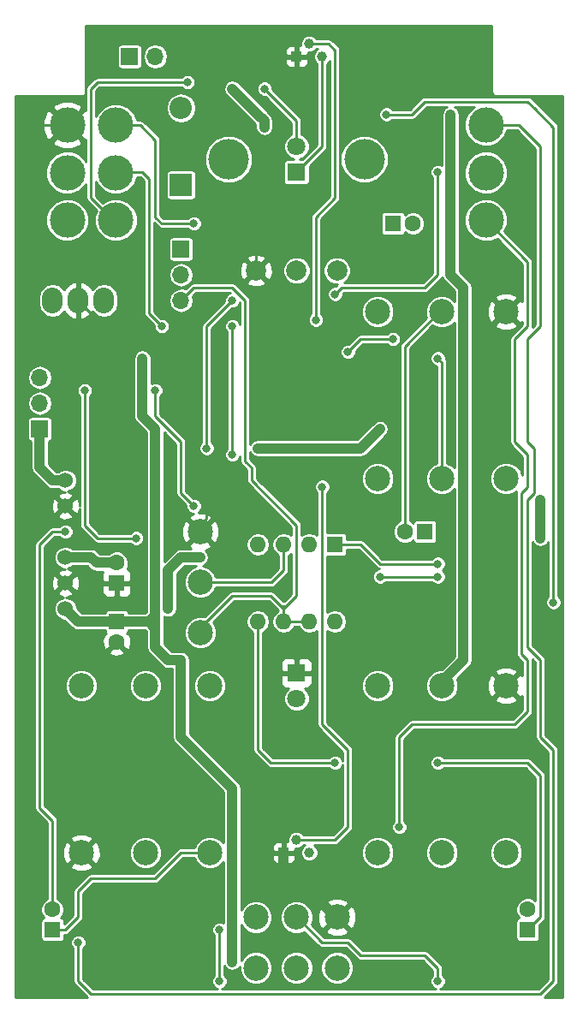
<source format=gbl>
G04 #@! TF.FileFunction,Copper,L2,Bot,Signal*
%FSLAX46Y46*%
G04 Gerber Fmt 4.6, Leading zero omitted, Abs format (unit mm)*
G04 Created by KiCad (PCBNEW 4.0.1-stable) date 2017年08月20日日曜日 22:05:08*
%MOMM*%
G01*
G04 APERTURE LIST*
%ADD10C,0.100000*%
%ADD11C,2.500000*%
%ADD12R,1.600000X1.600000*%
%ADD13C,1.600000*%
%ADD14C,4.000000*%
%ADD15C,2.000000*%
%ADD16R,2.200000X2.200000*%
%ADD17O,2.200000X2.200000*%
%ADD18R,1.800000X1.800000*%
%ADD19C,1.800000*%
%ADD20R,1.700000X1.700000*%
%ADD21O,1.700000X1.700000*%
%ADD22C,1.000000*%
%ADD23R,1.000000X1.000000*%
%ADD24C,3.500000*%
%ADD25O,2.032000X2.540000*%
%ADD26O,1.600000X1.600000*%
%ADD27C,1.524000*%
%ADD28C,0.800000*%
%ADD29C,0.250000*%
%ADD30C,1.000000*%
%ADD31C,0.254000*%
G04 APERTURE END LIST*
D10*
D11*
X136300000Y-121750000D03*
X142650000Y-121750000D03*
X149000000Y-121750000D03*
X136300000Y-138250000D03*
X142650000Y-138250000D03*
X149000000Y-138250000D03*
D12*
X137795000Y-113030000D03*
D13*
X139795000Y-113030000D03*
D14*
X121570000Y-106680000D03*
D15*
X132270000Y-117680000D03*
X128270000Y-117680000D03*
X124270000Y-117680000D03*
D14*
X134970000Y-106680000D03*
D11*
X119700000Y-175250000D03*
X113350000Y-175250000D03*
X107000000Y-175250000D03*
X119700000Y-158750000D03*
X113350000Y-158750000D03*
X107000000Y-158750000D03*
X136300000Y-158750000D03*
X142650000Y-158750000D03*
X149000000Y-158750000D03*
X136300000Y-175250000D03*
X142650000Y-175250000D03*
X149000000Y-175250000D03*
D12*
X140970000Y-143510000D03*
D13*
X138970000Y-143510000D03*
D12*
X151130000Y-182880000D03*
D13*
X151130000Y-180880000D03*
D12*
X110490000Y-152400000D03*
D13*
X110490000Y-154400000D03*
D12*
X110490000Y-148590000D03*
D13*
X110490000Y-146590000D03*
D12*
X104140000Y-182880000D03*
D13*
X104140000Y-180880000D03*
D16*
X116840000Y-109220000D03*
D17*
X116840000Y-101600000D03*
D18*
X128270000Y-157480000D03*
D19*
X128270000Y-160020000D03*
D18*
X128270000Y-107950000D03*
D19*
X128270000Y-105410000D03*
D20*
X102870000Y-133350000D03*
D21*
X102870000Y-130810000D03*
X102870000Y-128270000D03*
D20*
X116840000Y-115570000D03*
D21*
X116840000Y-118110000D03*
X116840000Y-120650000D03*
D20*
X111760000Y-96520000D03*
D21*
X114300000Y-96520000D03*
D22*
X128270000Y-173990000D03*
X129540000Y-175260000D03*
D23*
X127000000Y-175260000D03*
D22*
X129540000Y-95250000D03*
X130810000Y-96520000D03*
D23*
X128270000Y-96520000D03*
D11*
X118745000Y-148510000D03*
X118745000Y-153510000D03*
X118745000Y-143510000D03*
X132270000Y-186650000D03*
X128270000Y-186650000D03*
X124270000Y-186650000D03*
X124270000Y-181650000D03*
X132270000Y-181650000D03*
X128270000Y-181650000D03*
D24*
X147000000Y-103300000D03*
X147000000Y-108000000D03*
X147000000Y-112700000D03*
X110410000Y-103300000D03*
X110410000Y-108000000D03*
X110410000Y-112700000D03*
X105590000Y-103300000D03*
X105590000Y-108000000D03*
X105590000Y-112700000D03*
D25*
X106680000Y-120650000D03*
X109220000Y-120650000D03*
X104140000Y-120650000D03*
D12*
X132080000Y-144780000D03*
D26*
X124460000Y-152400000D03*
X129540000Y-144780000D03*
X127000000Y-152400000D03*
X127000000Y-144780000D03*
X129540000Y-152400000D03*
X124460000Y-144780000D03*
X132080000Y-152400000D03*
D27*
X105410000Y-138430000D03*
X105410000Y-140970000D03*
X105410000Y-146050000D03*
X105410000Y-148590000D03*
X105410000Y-151130000D03*
D28*
X110490000Y-135255000D03*
X120015000Y-177800000D03*
X113665000Y-187960000D03*
X118110000Y-136525000D03*
X146050000Y-127635000D03*
X121285000Y-153670000D03*
X121920000Y-157480000D03*
X125730000Y-157480000D03*
X127000000Y-110490000D03*
X129540000Y-103505000D03*
X134620000Y-114300000D03*
X131445000Y-114300000D03*
X125095000Y-114300000D03*
X146050000Y-142240000D03*
X125095000Y-103505000D03*
X121920000Y-99695000D03*
X113010000Y-126365000D03*
X116840000Y-156210000D03*
X121920000Y-186055000D03*
X121920000Y-168910000D03*
X142240000Y-166370000D03*
X132080000Y-166370000D03*
X118110000Y-113030000D03*
X142240000Y-126365000D03*
X133350000Y-125730000D03*
X137795000Y-124460000D03*
X142240000Y-146685000D03*
X136525000Y-133350000D03*
X124460000Y-135255000D03*
X152400000Y-144145000D03*
X152400000Y-140335000D03*
X118745000Y-146050000D03*
X115570000Y-151130000D03*
X138430000Y-172720000D03*
X120650000Y-182880000D03*
X120650000Y-187960000D03*
X105410000Y-143510000D03*
X125095000Y-99695000D03*
X143510000Y-102235000D03*
X142240000Y-147955000D03*
X136525000Y-147955000D03*
X130810000Y-139065000D03*
X142240000Y-107950000D03*
X132080000Y-120015000D03*
X130175000Y-122555000D03*
X142240000Y-187960000D03*
X118110000Y-140970000D03*
X114300000Y-129540000D03*
X112395000Y-144145000D03*
X107315000Y-129540000D03*
X121920000Y-120650000D03*
X119380000Y-135255000D03*
X106680000Y-184150000D03*
X114935000Y-123190000D03*
X137160000Y-102235000D03*
X153670000Y-150495000D03*
X117475000Y-99060000D03*
X121920000Y-135890000D03*
X121920000Y-123190000D03*
D29*
X103505000Y-103300000D02*
X103075000Y-103300000D01*
X102870000Y-104140000D02*
X102870000Y-114300000D01*
X106680000Y-118110000D02*
X106680000Y-120650000D01*
X102870000Y-114300000D02*
X106680000Y-118110000D01*
X102870000Y-103505000D02*
X102870000Y-104140000D01*
X103075000Y-103300000D02*
X102870000Y-103505000D01*
X110490000Y-135255000D02*
X108585000Y-133350000D01*
X108585000Y-133350000D02*
X108585000Y-122555000D01*
X108585000Y-122555000D02*
X106680000Y-120650000D01*
X113665000Y-187960000D02*
X120015000Y-181610000D01*
X120015000Y-181610000D02*
X120015000Y-177800000D01*
X119380000Y-142240000D02*
X118110000Y-143510000D01*
X119380000Y-137795000D02*
X119380000Y-142240000D01*
X118110000Y-136525000D02*
X119380000Y-137795000D01*
X128270000Y-157480000D02*
X125730000Y-157480000D01*
X121920000Y-154305000D02*
X121285000Y-153670000D01*
X121920000Y-157480000D02*
X121920000Y-154305000D01*
X128270000Y-96520000D02*
X128270000Y-101600000D01*
X125095000Y-112395000D02*
X125095000Y-114300000D01*
X127000000Y-110490000D02*
X125095000Y-112395000D01*
X128270000Y-101600000D02*
X129540000Y-102870000D01*
X129540000Y-102870000D02*
X129540000Y-103505000D01*
X124270000Y-117680000D02*
X124270000Y-115125000D01*
X131445000Y-114300000D02*
X134620000Y-114300000D01*
X124270000Y-115125000D02*
X125095000Y-114300000D01*
X105590000Y-103300000D02*
X103505000Y-103300000D01*
X103505000Y-103300000D02*
X103300000Y-103300000D01*
X146050000Y-142240000D02*
X146050000Y-127635000D01*
X146050000Y-124460000D02*
X148760000Y-121750000D01*
X146050000Y-127635000D02*
X146050000Y-124460000D01*
X148760000Y-121750000D02*
X149000000Y-121750000D01*
D30*
X132270000Y-181650000D02*
X132120000Y-181650000D01*
X132120000Y-181650000D02*
X127000000Y-176530000D01*
X127000000Y-176530000D02*
X127000000Y-175260000D01*
X114300000Y-153035000D02*
X113665000Y-152400000D01*
X113665000Y-152400000D02*
X114300000Y-151765000D01*
X125095000Y-103505000D02*
X125095000Y-102870000D01*
X124460000Y-102235000D02*
X125095000Y-102870000D01*
X121920000Y-99695000D02*
X124460000Y-102235000D01*
X114300000Y-152400000D02*
X114300000Y-151765000D01*
X114300000Y-151765000D02*
X114300000Y-133350000D01*
X114300000Y-133350000D02*
X113030000Y-132080000D01*
X113030000Y-132080000D02*
X113010000Y-126365000D01*
X121920000Y-168910000D02*
X121920000Y-186055000D01*
X110490000Y-152400000D02*
X114300000Y-152400000D01*
X114300000Y-152400000D02*
X114300000Y-153035000D01*
X114300000Y-153035000D02*
X114300000Y-154940000D01*
X115570000Y-156210000D02*
X116840000Y-156210000D01*
X114300000Y-154940000D02*
X115570000Y-156210000D01*
X116840000Y-163830000D02*
X121920000Y-168910000D01*
X116840000Y-156210000D02*
X116840000Y-163830000D01*
X105410000Y-151130000D02*
X106680000Y-152400000D01*
X106680000Y-152400000D02*
X110490000Y-152400000D01*
X102870000Y-133350000D02*
X102870000Y-137160000D01*
X104140000Y-138430000D02*
X105410000Y-138430000D01*
X102870000Y-137160000D02*
X104140000Y-138430000D01*
D29*
X124460000Y-152400000D02*
X124460000Y-165100000D01*
X151130000Y-182880000D02*
X151130000Y-182880000D01*
X152400000Y-181610000D02*
X151130000Y-182880000D01*
X152400000Y-179070000D02*
X152400000Y-181610000D01*
X152400000Y-167640000D02*
X152400000Y-179070000D01*
X151130000Y-166370000D02*
X152400000Y-167640000D01*
X142240000Y-166370000D02*
X151130000Y-166370000D01*
X125730000Y-166370000D02*
X132080000Y-166370000D01*
X124460000Y-165100000D02*
X125730000Y-166370000D01*
X114300000Y-107315000D02*
X114300000Y-112395000D01*
X112825000Y-103300000D02*
X114300000Y-104775000D01*
X114300000Y-104775000D02*
X114300000Y-107315000D01*
X112825000Y-103300000D02*
X110410000Y-103300000D01*
X114935000Y-113030000D02*
X118110000Y-113030000D01*
X114300000Y-112395000D02*
X114935000Y-113030000D01*
X142650000Y-138250000D02*
X142650000Y-126775000D01*
X142650000Y-126775000D02*
X142240000Y-126365000D01*
X134620000Y-124460000D02*
X133350000Y-125730000D01*
X137795000Y-124460000D02*
X134620000Y-124460000D01*
X132080000Y-144780000D02*
X134620000Y-144780000D01*
X136525000Y-146685000D02*
X142240000Y-146685000D01*
X134620000Y-144780000D02*
X136525000Y-146685000D01*
D30*
X136525000Y-133350000D02*
X134620000Y-135255000D01*
X134620000Y-135255000D02*
X124460000Y-135255000D01*
X124460000Y-135255000D02*
X124460000Y-135255000D01*
X152400000Y-144145000D02*
X152400000Y-140335000D01*
X115570000Y-151130000D02*
X115570000Y-147320000D01*
X118745000Y-146050000D02*
X118745000Y-146050000D01*
X118745000Y-146050000D02*
X116840000Y-146050000D01*
X116840000Y-146050000D02*
X115570000Y-147320000D01*
X110490000Y-146590000D02*
X108490000Y-146590000D01*
X108490000Y-146590000D02*
X107950000Y-146050000D01*
X107950000Y-146050000D02*
X105410000Y-146050000D01*
D29*
X151130000Y-135890000D02*
X149860000Y-134620000D01*
X149860000Y-124460000D02*
X151130000Y-123190000D01*
X149860000Y-134620000D02*
X149860000Y-124460000D01*
X151130000Y-139065000D02*
X150495000Y-139700000D01*
X150495000Y-155575000D02*
X151130000Y-156210000D01*
X150495000Y-139700000D02*
X150495000Y-155575000D01*
X147000000Y-112700000D02*
X147000000Y-112710000D01*
X147000000Y-112710000D02*
X151130000Y-116840000D01*
X151130000Y-116840000D02*
X151130000Y-123190000D01*
X138430000Y-163830000D02*
X138430000Y-172720000D01*
X139700000Y-162560000D02*
X138430000Y-163830000D01*
X149860000Y-162560000D02*
X139700000Y-162560000D01*
X151130000Y-161290000D02*
X149860000Y-162560000D01*
X151130000Y-135890000D02*
X151130000Y-139065000D01*
X151130000Y-156210000D02*
X151130000Y-161290000D01*
X138970000Y-143510000D02*
X138970000Y-125190000D01*
X138970000Y-125190000D02*
X142410000Y-121750000D01*
X142410000Y-121750000D02*
X142650000Y-121750000D01*
X120650000Y-187960000D02*
X120650000Y-182880000D01*
X119700000Y-175250000D02*
X116850000Y-175250000D01*
X105410000Y-182880000D02*
X104140000Y-182880000D01*
X106680000Y-181610000D02*
X105410000Y-182880000D01*
X106680000Y-179070000D02*
X106680000Y-181610000D01*
X107950000Y-177800000D02*
X106680000Y-179070000D01*
X114300000Y-177800000D02*
X107950000Y-177800000D01*
X116850000Y-175250000D02*
X114300000Y-177800000D01*
X102870000Y-158115000D02*
X102870000Y-170815000D01*
X105410000Y-143510000D02*
X104140000Y-143510000D01*
X104140000Y-143510000D02*
X102870000Y-144780000D01*
X102870000Y-144780000D02*
X102870000Y-158115000D01*
X104140000Y-172085000D02*
X104140000Y-180880000D01*
X102870000Y-170815000D02*
X104140000Y-172085000D01*
X130810000Y-96520000D02*
X130810000Y-105410000D01*
X130810000Y-105410000D02*
X128270000Y-107950000D01*
X128270000Y-102870000D02*
X128270000Y-105410000D01*
X125095000Y-99695000D02*
X128270000Y-102870000D01*
D30*
X144780000Y-156210000D02*
X142650000Y-158340000D01*
X144780000Y-142240000D02*
X144780000Y-156210000D01*
X144780000Y-119380000D02*
X144780000Y-142240000D01*
X143510000Y-118110000D02*
X144780000Y-119380000D01*
X143510000Y-102235000D02*
X143510000Y-118110000D01*
X142650000Y-158340000D02*
X142650000Y-158750000D01*
X142650000Y-158340000D02*
X142650000Y-158750000D01*
D29*
X136525000Y-147955000D02*
X142240000Y-147955000D01*
X127254000Y-150876000D02*
X126746000Y-150876000D01*
X123825000Y-137160000D02*
X123190000Y-136525000D01*
X123190000Y-136525000D02*
X123190000Y-123190000D01*
X123190000Y-123190000D02*
X123190000Y-120650000D01*
X118110000Y-119380000D02*
X116840000Y-120650000D01*
X121920000Y-119380000D02*
X118110000Y-119380000D01*
X123190000Y-120650000D02*
X121920000Y-119380000D01*
X123825000Y-138430000D02*
X123825000Y-137160000D01*
X128270000Y-149860000D02*
X128270000Y-142875000D01*
X128270000Y-142875000D02*
X123825000Y-138430000D01*
X127000000Y-151130000D02*
X127254000Y-150876000D01*
X127254000Y-150876000D02*
X128270000Y-149860000D01*
X123190000Y-123190000D02*
X123190000Y-122555000D01*
X129540000Y-152400000D02*
X127000000Y-152400000D01*
X127000000Y-152400000D02*
X127000000Y-151130000D01*
X127000000Y-151130000D02*
X126746000Y-150876000D01*
X126746000Y-150876000D02*
X125730000Y-149860000D01*
X121920000Y-149860000D02*
X118270000Y-153510000D01*
X125730000Y-149860000D02*
X121920000Y-149860000D01*
X118270000Y-153510000D02*
X118110000Y-153510000D01*
X130810000Y-139065000D02*
X130810000Y-162560000D01*
X130810000Y-162560000D02*
X132080000Y-163830000D01*
X132080000Y-163830000D02*
X133350000Y-165100000D01*
X133350000Y-165100000D02*
X133350000Y-172720000D01*
X132080000Y-173990000D02*
X128270000Y-173990000D01*
X133350000Y-172720000D02*
X132080000Y-173990000D01*
X133350000Y-172720000D02*
X133350000Y-172720000D01*
X142240000Y-118110000D02*
X142240000Y-107950000D01*
X140970000Y-119380000D02*
X142240000Y-118110000D01*
X132715000Y-119380000D02*
X140970000Y-119380000D01*
X132080000Y-120015000D02*
X132715000Y-119380000D01*
X131445000Y-95250000D02*
X132080000Y-95885000D01*
X132080000Y-95885000D02*
X132080000Y-110490000D01*
X132080000Y-110490000D02*
X130175000Y-112395000D01*
X130175000Y-112395000D02*
X130175000Y-122555000D01*
X131445000Y-95250000D02*
X129540000Y-95250000D01*
X128270000Y-181650000D02*
X128310000Y-181650000D01*
X128310000Y-181650000D02*
X130810000Y-184150000D01*
X142240000Y-186690000D02*
X142240000Y-187960000D01*
X140970000Y-185420000D02*
X142240000Y-186690000D01*
X134620000Y-185420000D02*
X140970000Y-185420000D01*
X133350000Y-184150000D02*
X134620000Y-185420000D01*
X130810000Y-184150000D02*
X133350000Y-184150000D01*
X114300000Y-132080000D02*
X115570000Y-133350000D01*
X116840000Y-139700000D02*
X118110000Y-140970000D01*
X116840000Y-134620000D02*
X116840000Y-139700000D01*
X115570000Y-133350000D02*
X116840000Y-134620000D01*
X114300000Y-129540000D02*
X114300000Y-132080000D01*
X114300000Y-132080000D02*
X114300000Y-132080000D01*
X114300000Y-132080000D02*
X114300000Y-132080000D01*
X108585000Y-144145000D02*
X112395000Y-144145000D01*
X107315000Y-142875000D02*
X108585000Y-144145000D01*
X107315000Y-137160000D02*
X107315000Y-142875000D01*
X107315000Y-137160000D02*
X107315000Y-137160000D01*
X107315000Y-129540000D02*
X107315000Y-129540000D01*
X107315000Y-129540000D02*
X107315000Y-137160000D01*
X127000000Y-144780000D02*
X127000000Y-147320000D01*
X125810000Y-148510000D02*
X118110000Y-148510000D01*
X127000000Y-147320000D02*
X125810000Y-148510000D01*
X119380000Y-123190000D02*
X121920000Y-120650000D01*
X119380000Y-135255000D02*
X119380000Y-123190000D01*
X128270000Y-118110000D02*
X128270000Y-117680000D01*
X106680000Y-186690000D02*
X106680000Y-184150000D01*
X152400000Y-123190000D02*
X151130000Y-124460000D01*
X151130000Y-134620000D02*
X151765000Y-135255000D01*
X151130000Y-124460000D02*
X151130000Y-134620000D01*
X151765000Y-139700000D02*
X151130000Y-140335000D01*
X151130000Y-154940000D02*
X152400000Y-156210000D01*
X151130000Y-140335000D02*
X151130000Y-154940000D01*
X153670000Y-165100000D02*
X153670000Y-187960000D01*
X153670000Y-187960000D02*
X152400000Y-189230000D01*
X152400000Y-189230000D02*
X107950000Y-189230000D01*
X107950000Y-189230000D02*
X106680000Y-187960000D01*
X106680000Y-187960000D02*
X106680000Y-186690000D01*
X150290000Y-103300000D02*
X147000000Y-103300000D01*
X152400000Y-105410000D02*
X152400000Y-123190000D01*
X151765000Y-135255000D02*
X151765000Y-139700000D01*
X152400000Y-156210000D02*
X152400000Y-163830000D01*
X150290000Y-103300000D02*
X152400000Y-105410000D01*
X152400000Y-163830000D02*
X153670000Y-165100000D01*
X113665000Y-114935000D02*
X113665000Y-114300000D01*
X114935000Y-123190000D02*
X113665000Y-121920000D01*
X113665000Y-116205000D02*
X113665000Y-114935000D01*
X113665000Y-121920000D02*
X113665000Y-116205000D01*
X113665000Y-108585000D02*
X113030000Y-107950000D01*
X113030000Y-107950000D02*
X110460000Y-107950000D01*
X113665000Y-114300000D02*
X113665000Y-108585000D01*
X110460000Y-107950000D02*
X110410000Y-108000000D01*
X138430000Y-102235000D02*
X137160000Y-102235000D01*
X151130000Y-100965000D02*
X140970000Y-100965000D01*
X151765000Y-101600000D02*
X151130000Y-100965000D01*
X153670000Y-103505000D02*
X153670000Y-103505000D01*
X153670000Y-150495000D02*
X153670000Y-127635000D01*
X153670000Y-127635000D02*
X153670000Y-103505000D01*
X153670000Y-103505000D02*
X151765000Y-101600000D01*
X139700000Y-102235000D02*
X138430000Y-102235000D01*
X140970000Y-100965000D02*
X139700000Y-102235000D01*
X110160000Y-112700000D02*
X107950000Y-110490000D01*
X107950000Y-110490000D02*
X107950000Y-99695000D01*
X107950000Y-99695000D02*
X108585000Y-99060000D01*
X108585000Y-99060000D02*
X117475000Y-99060000D01*
X110410000Y-112700000D02*
X110160000Y-112700000D01*
X121920000Y-123190000D02*
X121920000Y-135890000D01*
D31*
G36*
X147569000Y-100000000D02*
X147601808Y-100164937D01*
X147695237Y-100304763D01*
X147835063Y-100398192D01*
X148000000Y-100431000D01*
X154569000Y-100431000D01*
X154569000Y-189569000D01*
X152776592Y-189569000D01*
X154027796Y-188317796D01*
X154137483Y-188153638D01*
X154176000Y-187960000D01*
X154176000Y-165100000D01*
X154137483Y-164906362D01*
X154027796Y-164742204D01*
X152906000Y-163620408D01*
X152906000Y-156210000D01*
X152867483Y-156016362D01*
X152757796Y-155852204D01*
X151636000Y-154730408D01*
X151636000Y-144556881D01*
X151777039Y-144767961D01*
X152062856Y-144958938D01*
X152400000Y-145026000D01*
X152737144Y-144958938D01*
X153022961Y-144767961D01*
X153164000Y-144556881D01*
X153164000Y-149896579D01*
X153008286Y-150052021D01*
X152889136Y-150338968D01*
X152888864Y-150649669D01*
X153007514Y-150936823D01*
X153227021Y-151156714D01*
X153513968Y-151275864D01*
X153824669Y-151276136D01*
X154111823Y-151157486D01*
X154331714Y-150937979D01*
X154450864Y-150651032D01*
X154451136Y-150340331D01*
X154332486Y-150053177D01*
X154176000Y-149896417D01*
X154176000Y-103505000D01*
X154137483Y-103311362D01*
X154027796Y-103147204D01*
X151487796Y-100607204D01*
X151323638Y-100497517D01*
X151130000Y-100459000D01*
X140970000Y-100459000D01*
X140776362Y-100497517D01*
X140612204Y-100607204D01*
X139490408Y-101729000D01*
X137758421Y-101729000D01*
X137602979Y-101573286D01*
X137316032Y-101454136D01*
X137005331Y-101453864D01*
X136718177Y-101572514D01*
X136498286Y-101792021D01*
X136379136Y-102078968D01*
X136378864Y-102389669D01*
X136497514Y-102676823D01*
X136717021Y-102896714D01*
X137003968Y-103015864D01*
X137314669Y-103016136D01*
X137601823Y-102897486D01*
X137758583Y-102741000D01*
X139700000Y-102741000D01*
X139893638Y-102702483D01*
X140057796Y-102592796D01*
X141179592Y-101471000D01*
X143098119Y-101471000D01*
X142887039Y-101612039D01*
X142696062Y-101897856D01*
X142629000Y-102235000D01*
X142629000Y-107265872D01*
X142396032Y-107169136D01*
X142085331Y-107168864D01*
X141798177Y-107287514D01*
X141578286Y-107507021D01*
X141459136Y-107793968D01*
X141458864Y-108104669D01*
X141577514Y-108391823D01*
X141734000Y-108548583D01*
X141734000Y-117900408D01*
X140760408Y-118874000D01*
X132996645Y-118874000D01*
X133051251Y-118851437D01*
X133440072Y-118463295D01*
X133650759Y-117955903D01*
X133651239Y-117406507D01*
X133441437Y-116898749D01*
X133053295Y-116509928D01*
X132545903Y-116299241D01*
X131996507Y-116298761D01*
X131488749Y-116508563D01*
X131099928Y-116896705D01*
X130889241Y-117404097D01*
X130888761Y-117953493D01*
X131098563Y-118461251D01*
X131486705Y-118850072D01*
X131994097Y-119060759D01*
X132318366Y-119061042D01*
X132145351Y-119234057D01*
X131925331Y-119233864D01*
X131638177Y-119352514D01*
X131418286Y-119572021D01*
X131299136Y-119858968D01*
X131298864Y-120169669D01*
X131417514Y-120456823D01*
X131637021Y-120676714D01*
X131923968Y-120795864D01*
X132234669Y-120796136D01*
X132521823Y-120677486D01*
X132741714Y-120457979D01*
X132860864Y-120171032D01*
X132861058Y-119949534D01*
X132924592Y-119886000D01*
X140970000Y-119886000D01*
X141163638Y-119847483D01*
X141327796Y-119737796D01*
X142597796Y-118467796D01*
X142676685Y-118349730D01*
X142696062Y-118447144D01*
X142887039Y-118732961D01*
X143899000Y-119744922D01*
X143899000Y-120692584D01*
X143575093Y-120368112D01*
X142975849Y-120119284D01*
X142326997Y-120118718D01*
X141727320Y-120366499D01*
X141268112Y-120824907D01*
X141019284Y-121424151D01*
X141018718Y-122073003D01*
X141121837Y-122322571D01*
X138612204Y-124832204D01*
X138502517Y-124996362D01*
X138464000Y-125190000D01*
X138464000Y-142441231D01*
X138301891Y-142508213D01*
X137969381Y-142840144D01*
X137789206Y-143274054D01*
X137788796Y-143743885D01*
X137968213Y-144178109D01*
X138300144Y-144510619D01*
X138734054Y-144690794D01*
X139203885Y-144691204D01*
X139638109Y-144511787D01*
X139790820Y-144359342D01*
X139808103Y-144451190D01*
X139891546Y-144580865D01*
X140018866Y-144667859D01*
X140170000Y-144698464D01*
X141770000Y-144698464D01*
X141911190Y-144671897D01*
X142040865Y-144588454D01*
X142127859Y-144461134D01*
X142158464Y-144310000D01*
X142158464Y-142710000D01*
X142131897Y-142568810D01*
X142048454Y-142439135D01*
X141921134Y-142352141D01*
X141770000Y-142321536D01*
X140170000Y-142321536D01*
X140028810Y-142348103D01*
X139899135Y-142431546D01*
X139812141Y-142558866D01*
X139791417Y-142661206D01*
X139639856Y-142509381D01*
X139476000Y-142441342D01*
X139476000Y-125399592D01*
X141738189Y-123137403D01*
X142324151Y-123380716D01*
X142973003Y-123381282D01*
X143572680Y-123133501D01*
X143899000Y-122807749D01*
X143899000Y-137192584D01*
X143575093Y-136868112D01*
X143156000Y-136694089D01*
X143156000Y-126775000D01*
X143117483Y-126581362D01*
X143020938Y-126436872D01*
X143021136Y-126210331D01*
X142902486Y-125923177D01*
X142682979Y-125703286D01*
X142396032Y-125584136D01*
X142085331Y-125583864D01*
X141798177Y-125702514D01*
X141578286Y-125922021D01*
X141459136Y-126208968D01*
X141458864Y-126519669D01*
X141577514Y-126806823D01*
X141797021Y-127026714D01*
X142083968Y-127145864D01*
X142144000Y-127145917D01*
X142144000Y-136694331D01*
X141727320Y-136866499D01*
X141268112Y-137324907D01*
X141019284Y-137924151D01*
X141018718Y-138573003D01*
X141266499Y-139172680D01*
X141724907Y-139631888D01*
X142324151Y-139880716D01*
X142973003Y-139881282D01*
X143572680Y-139633501D01*
X143899000Y-139307749D01*
X143899000Y-155845078D01*
X142625100Y-157118978D01*
X142326997Y-157118718D01*
X141727320Y-157366499D01*
X141268112Y-157824907D01*
X141019284Y-158424151D01*
X141018718Y-159073003D01*
X141266499Y-159672680D01*
X141724907Y-160131888D01*
X142324151Y-160380716D01*
X142973003Y-160381282D01*
X143572680Y-160133501D01*
X143622948Y-160083320D01*
X147846285Y-160083320D01*
X147975533Y-160376123D01*
X148675806Y-160644388D01*
X149425435Y-160624250D01*
X150024467Y-160376123D01*
X150153715Y-160083320D01*
X149000000Y-158929605D01*
X147846285Y-160083320D01*
X143622948Y-160083320D01*
X144031888Y-159675093D01*
X144280716Y-159075849D01*
X144281282Y-158426997D01*
X144280790Y-158425806D01*
X147105612Y-158425806D01*
X147125750Y-159175435D01*
X147373877Y-159774467D01*
X147666680Y-159903715D01*
X148820395Y-158750000D01*
X147666680Y-157596285D01*
X147373877Y-157725533D01*
X147105612Y-158425806D01*
X144280790Y-158425806D01*
X144143174Y-158092748D01*
X144819242Y-157416680D01*
X147846285Y-157416680D01*
X149000000Y-158570395D01*
X150153715Y-157416680D01*
X150024467Y-157123877D01*
X149324194Y-156855612D01*
X148574565Y-156875750D01*
X147975533Y-157123877D01*
X147846285Y-157416680D01*
X144819242Y-157416680D01*
X145402961Y-156832961D01*
X145593938Y-156547144D01*
X145661000Y-156210000D01*
X145661000Y-123083320D01*
X147846285Y-123083320D01*
X147975533Y-123376123D01*
X148675806Y-123644388D01*
X149425435Y-123624250D01*
X150024467Y-123376123D01*
X150153715Y-123083320D01*
X149000000Y-121929605D01*
X147846285Y-123083320D01*
X145661000Y-123083320D01*
X145661000Y-121425806D01*
X147105612Y-121425806D01*
X147125750Y-122175435D01*
X147373877Y-122774467D01*
X147666680Y-122903715D01*
X148820395Y-121750000D01*
X147666680Y-120596285D01*
X147373877Y-120725533D01*
X147105612Y-121425806D01*
X145661000Y-121425806D01*
X145661000Y-120416680D01*
X147846285Y-120416680D01*
X149000000Y-121570395D01*
X150153715Y-120416680D01*
X150024467Y-120123877D01*
X149324194Y-119855612D01*
X148574565Y-119875750D01*
X147975533Y-120123877D01*
X147846285Y-120416680D01*
X145661000Y-120416680D01*
X145661000Y-119380000D01*
X145593938Y-119042856D01*
X145402961Y-118757039D01*
X144391000Y-117745078D01*
X144391000Y-108422022D01*
X144868631Y-108422022D01*
X145192373Y-109205538D01*
X145791309Y-109805521D01*
X146574258Y-110130630D01*
X147422022Y-110131369D01*
X148205538Y-109807627D01*
X148805521Y-109208691D01*
X149130630Y-108425742D01*
X149131369Y-107577978D01*
X148807627Y-106794462D01*
X148208691Y-106194479D01*
X147425742Y-105869370D01*
X146577978Y-105868631D01*
X145794462Y-106192373D01*
X145194479Y-106791309D01*
X144869370Y-107574258D01*
X144868631Y-108422022D01*
X144391000Y-108422022D01*
X144391000Y-102235000D01*
X144323938Y-101897856D01*
X144132961Y-101612039D01*
X143921881Y-101471000D01*
X145846189Y-101471000D01*
X145794462Y-101492373D01*
X145194479Y-102091309D01*
X144869370Y-102874258D01*
X144868631Y-103722022D01*
X145192373Y-104505538D01*
X145791309Y-105105521D01*
X146574258Y-105430630D01*
X147422022Y-105431369D01*
X148205538Y-105107627D01*
X148805521Y-104508691D01*
X149097304Y-103806000D01*
X150080408Y-103806000D01*
X151894000Y-105619592D01*
X151894000Y-122980408D01*
X151623980Y-123250428D01*
X151636000Y-123190000D01*
X151636000Y-116840000D01*
X151597483Y-116646362D01*
X151487796Y-116482204D01*
X148837432Y-113831840D01*
X149130630Y-113125742D01*
X149131369Y-112277978D01*
X148807627Y-111494462D01*
X148208691Y-110894479D01*
X147425742Y-110569370D01*
X146577978Y-110568631D01*
X145794462Y-110892373D01*
X145194479Y-111491309D01*
X144869370Y-112274258D01*
X144868631Y-113122022D01*
X145192373Y-113905538D01*
X145791309Y-114505521D01*
X146574258Y-114830630D01*
X147422022Y-114831369D01*
X148118145Y-114543737D01*
X150624000Y-117049592D01*
X150624000Y-120724596D01*
X150333320Y-120596285D01*
X149179605Y-121750000D01*
X150333320Y-122903715D01*
X150624000Y-122775404D01*
X150624000Y-122980408D01*
X149502204Y-124102204D01*
X149392517Y-124266362D01*
X149354000Y-124460000D01*
X149354000Y-134620000D01*
X149392517Y-134813638D01*
X149502204Y-134977796D01*
X150624000Y-136099592D01*
X150624000Y-137909373D01*
X150383501Y-137327320D01*
X149925093Y-136868112D01*
X149325849Y-136619284D01*
X148676997Y-136618718D01*
X148077320Y-136866499D01*
X147618112Y-137324907D01*
X147369284Y-137924151D01*
X147368718Y-138573003D01*
X147616499Y-139172680D01*
X148074907Y-139631888D01*
X148674151Y-139880716D01*
X149323003Y-139881282D01*
X149922680Y-139633501D01*
X150021936Y-139534418D01*
X149989000Y-139700000D01*
X149989000Y-155575000D01*
X150027517Y-155768638D01*
X150137204Y-155932796D01*
X150624000Y-156419592D01*
X150624000Y-157724596D01*
X150333320Y-157596285D01*
X149179605Y-158750000D01*
X150333320Y-159903715D01*
X150624000Y-159775404D01*
X150624000Y-161080408D01*
X149650408Y-162054000D01*
X139700000Y-162054000D01*
X139506362Y-162092517D01*
X139342204Y-162202204D01*
X138072204Y-163472204D01*
X137962517Y-163636362D01*
X137924000Y-163830000D01*
X137924000Y-172121579D01*
X137768286Y-172277021D01*
X137649136Y-172563968D01*
X137648864Y-172874669D01*
X137767514Y-173161823D01*
X137987021Y-173381714D01*
X138273968Y-173500864D01*
X138584669Y-173501136D01*
X138871823Y-173382486D01*
X139091714Y-173162979D01*
X139210864Y-172876032D01*
X139211136Y-172565331D01*
X139092486Y-172278177D01*
X138936000Y-172121417D01*
X138936000Y-166524669D01*
X141458864Y-166524669D01*
X141577514Y-166811823D01*
X141797021Y-167031714D01*
X142083968Y-167150864D01*
X142394669Y-167151136D01*
X142681823Y-167032486D01*
X142838583Y-166876000D01*
X150920408Y-166876000D01*
X151894000Y-167849592D01*
X151894000Y-179973689D01*
X151799856Y-179879381D01*
X151365946Y-179699206D01*
X150896115Y-179698796D01*
X150461891Y-179878213D01*
X150129381Y-180210144D01*
X149949206Y-180644054D01*
X149948796Y-181113885D01*
X150128213Y-181548109D01*
X150280658Y-181700820D01*
X150188810Y-181718103D01*
X150059135Y-181801546D01*
X149972141Y-181928866D01*
X149941536Y-182080000D01*
X149941536Y-183680000D01*
X149968103Y-183821190D01*
X150051546Y-183950865D01*
X150178866Y-184037859D01*
X150330000Y-184068464D01*
X151930000Y-184068464D01*
X152071190Y-184041897D01*
X152200865Y-183958454D01*
X152287859Y-183831134D01*
X152318464Y-183680000D01*
X152318464Y-182407128D01*
X152757796Y-181967796D01*
X152867483Y-181803638D01*
X152906000Y-181610000D01*
X152906000Y-167640000D01*
X152867483Y-167446362D01*
X152757796Y-167282204D01*
X151487796Y-166012204D01*
X151323638Y-165902517D01*
X151130000Y-165864000D01*
X142838421Y-165864000D01*
X142682979Y-165708286D01*
X142396032Y-165589136D01*
X142085331Y-165588864D01*
X141798177Y-165707514D01*
X141578286Y-165927021D01*
X141459136Y-166213968D01*
X141458864Y-166524669D01*
X138936000Y-166524669D01*
X138936000Y-164039592D01*
X139909592Y-163066000D01*
X149860000Y-163066000D01*
X150053638Y-163027483D01*
X150217796Y-162917796D01*
X151487796Y-161647796D01*
X151597483Y-161483638D01*
X151636000Y-161290000D01*
X151636000Y-156210000D01*
X151623980Y-156149572D01*
X151894000Y-156419592D01*
X151894000Y-163830000D01*
X151932517Y-164023638D01*
X152042204Y-164187796D01*
X153164000Y-165309592D01*
X153164000Y-187750408D01*
X152190408Y-188724000D01*
X142436141Y-188724000D01*
X142681823Y-188622486D01*
X142901714Y-188402979D01*
X143020864Y-188116032D01*
X143021136Y-187805331D01*
X142902486Y-187518177D01*
X142746000Y-187361417D01*
X142746000Y-186690000D01*
X142707483Y-186496362D01*
X142597796Y-186332204D01*
X141327796Y-185062204D01*
X141163638Y-184952517D01*
X140970000Y-184914000D01*
X134829592Y-184914000D01*
X133707796Y-183792204D01*
X133543638Y-183682517D01*
X133350000Y-183644000D01*
X131019592Y-183644000D01*
X130358912Y-182983320D01*
X131116285Y-182983320D01*
X131245533Y-183276123D01*
X131945806Y-183544388D01*
X132695435Y-183524250D01*
X133294467Y-183276123D01*
X133423715Y-182983320D01*
X132270000Y-181829605D01*
X131116285Y-182983320D01*
X130358912Y-182983320D01*
X129739556Y-182363964D01*
X129900716Y-181975849D01*
X129901282Y-181326997D01*
X129900790Y-181325806D01*
X130375612Y-181325806D01*
X130395750Y-182075435D01*
X130643877Y-182674467D01*
X130936680Y-182803715D01*
X132090395Y-181650000D01*
X132449605Y-181650000D01*
X133603320Y-182803715D01*
X133896123Y-182674467D01*
X134164388Y-181974194D01*
X134144250Y-181224565D01*
X133896123Y-180625533D01*
X133603320Y-180496285D01*
X132449605Y-181650000D01*
X132090395Y-181650000D01*
X130936680Y-180496285D01*
X130643877Y-180625533D01*
X130375612Y-181325806D01*
X129900790Y-181325806D01*
X129653501Y-180727320D01*
X129243577Y-180316680D01*
X131116285Y-180316680D01*
X132270000Y-181470395D01*
X133423715Y-180316680D01*
X133294467Y-180023877D01*
X132594194Y-179755612D01*
X131844565Y-179775750D01*
X131245533Y-180023877D01*
X131116285Y-180316680D01*
X129243577Y-180316680D01*
X129195093Y-180268112D01*
X128595849Y-180019284D01*
X127946997Y-180018718D01*
X127347320Y-180266499D01*
X126888112Y-180724907D01*
X126639284Y-181324151D01*
X126638718Y-181973003D01*
X126886499Y-182572680D01*
X127344907Y-183031888D01*
X127944151Y-183280716D01*
X128593003Y-183281282D01*
X129040704Y-183096296D01*
X130452204Y-184507796D01*
X130616362Y-184617483D01*
X130810000Y-184656000D01*
X133140408Y-184656000D01*
X134262204Y-185777796D01*
X134426362Y-185887483D01*
X134620000Y-185926000D01*
X140760408Y-185926000D01*
X141734000Y-186899592D01*
X141734000Y-187361579D01*
X141578286Y-187517021D01*
X141459136Y-187803968D01*
X141458864Y-188114669D01*
X141577514Y-188401823D01*
X141797021Y-188621714D01*
X142043355Y-188724000D01*
X120846141Y-188724000D01*
X121091823Y-188622486D01*
X121311714Y-188402979D01*
X121430864Y-188116032D01*
X121431136Y-187805331D01*
X121312486Y-187518177D01*
X121156000Y-187361417D01*
X121156000Y-186466881D01*
X121297039Y-186677961D01*
X121582856Y-186868938D01*
X121920000Y-186936000D01*
X122257144Y-186868938D01*
X122542961Y-186677961D01*
X122639101Y-186534078D01*
X122638718Y-186973003D01*
X122886499Y-187572680D01*
X123344907Y-188031888D01*
X123944151Y-188280716D01*
X124593003Y-188281282D01*
X125192680Y-188033501D01*
X125651888Y-187575093D01*
X125900716Y-186975849D01*
X125900718Y-186973003D01*
X126638718Y-186973003D01*
X126886499Y-187572680D01*
X127344907Y-188031888D01*
X127944151Y-188280716D01*
X128593003Y-188281282D01*
X129192680Y-188033501D01*
X129651888Y-187575093D01*
X129900716Y-186975849D01*
X129900718Y-186973003D01*
X130638718Y-186973003D01*
X130886499Y-187572680D01*
X131344907Y-188031888D01*
X131944151Y-188280716D01*
X132593003Y-188281282D01*
X133192680Y-188033501D01*
X133651888Y-187575093D01*
X133900716Y-186975849D01*
X133901282Y-186326997D01*
X133653501Y-185727320D01*
X133195093Y-185268112D01*
X132595849Y-185019284D01*
X131946997Y-185018718D01*
X131347320Y-185266499D01*
X130888112Y-185724907D01*
X130639284Y-186324151D01*
X130638718Y-186973003D01*
X129900718Y-186973003D01*
X129901282Y-186326997D01*
X129653501Y-185727320D01*
X129195093Y-185268112D01*
X128595849Y-185019284D01*
X127946997Y-185018718D01*
X127347320Y-185266499D01*
X126888112Y-185724907D01*
X126639284Y-186324151D01*
X126638718Y-186973003D01*
X125900718Y-186973003D01*
X125901282Y-186326997D01*
X125653501Y-185727320D01*
X125195093Y-185268112D01*
X124595849Y-185019284D01*
X123946997Y-185018718D01*
X123347320Y-185266499D01*
X122888112Y-185724907D01*
X122801000Y-185934696D01*
X122801000Y-182365756D01*
X122886499Y-182572680D01*
X123344907Y-183031888D01*
X123944151Y-183280716D01*
X124593003Y-183281282D01*
X125192680Y-183033501D01*
X125651888Y-182575093D01*
X125900716Y-181975849D01*
X125901282Y-181326997D01*
X125653501Y-180727320D01*
X125195093Y-180268112D01*
X124595849Y-180019284D01*
X123946997Y-180018718D01*
X123347320Y-180266499D01*
X122888112Y-180724907D01*
X122801000Y-180934696D01*
X122801000Y-175545750D01*
X125865000Y-175545750D01*
X125865000Y-175886309D01*
X125961673Y-176119698D01*
X126140301Y-176298327D01*
X126373690Y-176395000D01*
X126714250Y-176395000D01*
X126873000Y-176236250D01*
X126873000Y-175387000D01*
X127127000Y-175387000D01*
X127127000Y-176236250D01*
X127285750Y-176395000D01*
X127626310Y-176395000D01*
X127859699Y-176298327D01*
X128038327Y-176119698D01*
X128135000Y-175886309D01*
X128135000Y-175545750D01*
X127976250Y-175387000D01*
X127127000Y-175387000D01*
X126873000Y-175387000D01*
X126023750Y-175387000D01*
X125865000Y-175545750D01*
X122801000Y-175545750D01*
X122801000Y-174633691D01*
X125865000Y-174633691D01*
X125865000Y-174974250D01*
X126023750Y-175133000D01*
X126873000Y-175133000D01*
X126873000Y-174283750D01*
X126714250Y-174125000D01*
X126373690Y-174125000D01*
X126140301Y-174221673D01*
X125961673Y-174400302D01*
X125865000Y-174633691D01*
X122801000Y-174633691D01*
X122801000Y-168910000D01*
X122733938Y-168572856D01*
X122542961Y-168287039D01*
X117721000Y-163465078D01*
X117721000Y-159073003D01*
X118068718Y-159073003D01*
X118316499Y-159672680D01*
X118774907Y-160131888D01*
X119374151Y-160380716D01*
X120023003Y-160381282D01*
X120622680Y-160133501D01*
X121081888Y-159675093D01*
X121330716Y-159075849D01*
X121331282Y-158426997D01*
X121083501Y-157827320D01*
X120625093Y-157368112D01*
X120025849Y-157119284D01*
X119376997Y-157118718D01*
X118777320Y-157366499D01*
X118318112Y-157824907D01*
X118069284Y-158424151D01*
X118068718Y-159073003D01*
X117721000Y-159073003D01*
X117721000Y-156210000D01*
X117653938Y-155872856D01*
X117462961Y-155587039D01*
X117177144Y-155396062D01*
X116840000Y-155329000D01*
X115934922Y-155329000D01*
X115181000Y-154575078D01*
X115181000Y-151909289D01*
X115232856Y-151943938D01*
X115570000Y-152011000D01*
X115907144Y-151943938D01*
X116192961Y-151752961D01*
X116383938Y-151467144D01*
X116451000Y-151130000D01*
X116451000Y-147684922D01*
X117204922Y-146931000D01*
X118295465Y-146931000D01*
X117822320Y-147126499D01*
X117363112Y-147584907D01*
X117114284Y-148184151D01*
X117113718Y-148833003D01*
X117361499Y-149432680D01*
X117819907Y-149891888D01*
X118419151Y-150140716D01*
X119068003Y-150141282D01*
X119667680Y-149893501D01*
X120126888Y-149435093D01*
X120300911Y-149016000D01*
X125810000Y-149016000D01*
X126003638Y-148977483D01*
X126167796Y-148867796D01*
X127357796Y-147677796D01*
X127467483Y-147513638D01*
X127506000Y-147320000D01*
X127506000Y-145858123D01*
X127764000Y-145685733D01*
X127764000Y-149650408D01*
X127044408Y-150370000D01*
X126955592Y-150370000D01*
X126087796Y-149502204D01*
X125923638Y-149392517D01*
X125730000Y-149354000D01*
X121920000Y-149354000D01*
X121726362Y-149392517D01*
X121662643Y-149435093D01*
X121562204Y-149502204D01*
X119151595Y-151912813D01*
X119070849Y-151879284D01*
X118421997Y-151878718D01*
X117822320Y-152126499D01*
X117363112Y-152584907D01*
X117114284Y-153184151D01*
X117113718Y-153833003D01*
X117361499Y-154432680D01*
X117819907Y-154891888D01*
X118419151Y-155140716D01*
X119068003Y-155141282D01*
X119667680Y-154893501D01*
X120126888Y-154435093D01*
X120375716Y-153835849D01*
X120376282Y-153186997D01*
X120128501Y-152587320D01*
X120018483Y-152477109D01*
X122129592Y-150366000D01*
X125520408Y-150366000D01*
X126483381Y-151328973D01*
X126164907Y-151541770D01*
X125908898Y-151924914D01*
X125819000Y-152376863D01*
X125819000Y-152423137D01*
X125908898Y-152875086D01*
X126164907Y-153258230D01*
X126548051Y-153514239D01*
X127000000Y-153604137D01*
X127451949Y-153514239D01*
X127835093Y-153258230D01*
X128070446Y-152906000D01*
X128469554Y-152906000D01*
X128704907Y-153258230D01*
X129088051Y-153514239D01*
X129540000Y-153604137D01*
X129991949Y-153514239D01*
X130304000Y-153305733D01*
X130304000Y-162560000D01*
X130342517Y-162753638D01*
X130452204Y-162917796D01*
X132844000Y-165309592D01*
X132844000Y-166173859D01*
X132742486Y-165928177D01*
X132522979Y-165708286D01*
X132236032Y-165589136D01*
X131925331Y-165588864D01*
X131638177Y-165707514D01*
X131481417Y-165864000D01*
X125939592Y-165864000D01*
X124966000Y-164890408D01*
X124966000Y-157765750D01*
X126735000Y-157765750D01*
X126735000Y-158506309D01*
X126831673Y-158739698D01*
X127010301Y-158918327D01*
X127243690Y-159015000D01*
X127463566Y-159015000D01*
X127184655Y-159293425D01*
X126989223Y-159764076D01*
X126988778Y-160273689D01*
X127183388Y-160744680D01*
X127543425Y-161105345D01*
X128014076Y-161300777D01*
X128523689Y-161301222D01*
X128994680Y-161106612D01*
X129355345Y-160746575D01*
X129550777Y-160275924D01*
X129551222Y-159766311D01*
X129356612Y-159295320D01*
X129076780Y-159015000D01*
X129296310Y-159015000D01*
X129529699Y-158918327D01*
X129708327Y-158739698D01*
X129805000Y-158506309D01*
X129805000Y-157765750D01*
X129646250Y-157607000D01*
X128397000Y-157607000D01*
X128397000Y-157627000D01*
X128143000Y-157627000D01*
X128143000Y-157607000D01*
X126893750Y-157607000D01*
X126735000Y-157765750D01*
X124966000Y-157765750D01*
X124966000Y-156453691D01*
X126735000Y-156453691D01*
X126735000Y-157194250D01*
X126893750Y-157353000D01*
X128143000Y-157353000D01*
X128143000Y-156103750D01*
X128397000Y-156103750D01*
X128397000Y-157353000D01*
X129646250Y-157353000D01*
X129805000Y-157194250D01*
X129805000Y-156453691D01*
X129708327Y-156220302D01*
X129529699Y-156041673D01*
X129296310Y-155945000D01*
X128555750Y-155945000D01*
X128397000Y-156103750D01*
X128143000Y-156103750D01*
X127984250Y-155945000D01*
X127243690Y-155945000D01*
X127010301Y-156041673D01*
X126831673Y-156220302D01*
X126735000Y-156453691D01*
X124966000Y-156453691D01*
X124966000Y-153478123D01*
X125295093Y-153258230D01*
X125551102Y-152875086D01*
X125641000Y-152423137D01*
X125641000Y-152376863D01*
X125551102Y-151924914D01*
X125295093Y-151541770D01*
X124911949Y-151285761D01*
X124460000Y-151195863D01*
X124008051Y-151285761D01*
X123624907Y-151541770D01*
X123368898Y-151924914D01*
X123279000Y-152376863D01*
X123279000Y-152423137D01*
X123368898Y-152875086D01*
X123624907Y-153258230D01*
X123954000Y-153478123D01*
X123954000Y-165100000D01*
X123992517Y-165293638D01*
X124102204Y-165457796D01*
X125372204Y-166727796D01*
X125536362Y-166837483D01*
X125730000Y-166876000D01*
X131481579Y-166876000D01*
X131637021Y-167031714D01*
X131923968Y-167150864D01*
X132234669Y-167151136D01*
X132521823Y-167032486D01*
X132741714Y-166812979D01*
X132844000Y-166566645D01*
X132844000Y-172510408D01*
X131870408Y-173484000D01*
X129009719Y-173484000D01*
X128769698Y-173243560D01*
X128446011Y-173109153D01*
X128095527Y-173108847D01*
X127771605Y-173242689D01*
X127523560Y-173490302D01*
X127389153Y-173813989D01*
X127388881Y-174125000D01*
X127285750Y-174125000D01*
X127127000Y-174283750D01*
X127127000Y-175133000D01*
X127976250Y-175133000D01*
X128135000Y-174974250D01*
X128135000Y-174870883D01*
X128444473Y-174871153D01*
X128768395Y-174737311D01*
X129010127Y-174496000D01*
X129081995Y-174496000D01*
X129041605Y-174512689D01*
X128793560Y-174760302D01*
X128659153Y-175083989D01*
X128658847Y-175434473D01*
X128792689Y-175758395D01*
X129040302Y-176006440D01*
X129363989Y-176140847D01*
X129714473Y-176141153D01*
X130038395Y-176007311D01*
X130286440Y-175759698D01*
X130363962Y-175573003D01*
X134668718Y-175573003D01*
X134916499Y-176172680D01*
X135374907Y-176631888D01*
X135974151Y-176880716D01*
X136623003Y-176881282D01*
X137222680Y-176633501D01*
X137681888Y-176175093D01*
X137930716Y-175575849D01*
X137930718Y-175573003D01*
X141018718Y-175573003D01*
X141266499Y-176172680D01*
X141724907Y-176631888D01*
X142324151Y-176880716D01*
X142973003Y-176881282D01*
X143572680Y-176633501D01*
X144031888Y-176175093D01*
X144280716Y-175575849D01*
X144280718Y-175573003D01*
X147368718Y-175573003D01*
X147616499Y-176172680D01*
X148074907Y-176631888D01*
X148674151Y-176880716D01*
X149323003Y-176881282D01*
X149922680Y-176633501D01*
X150381888Y-176175093D01*
X150630716Y-175575849D01*
X150631282Y-174926997D01*
X150383501Y-174327320D01*
X149925093Y-173868112D01*
X149325849Y-173619284D01*
X148676997Y-173618718D01*
X148077320Y-173866499D01*
X147618112Y-174324907D01*
X147369284Y-174924151D01*
X147368718Y-175573003D01*
X144280718Y-175573003D01*
X144281282Y-174926997D01*
X144033501Y-174327320D01*
X143575093Y-173868112D01*
X142975849Y-173619284D01*
X142326997Y-173618718D01*
X141727320Y-173866499D01*
X141268112Y-174324907D01*
X141019284Y-174924151D01*
X141018718Y-175573003D01*
X137930718Y-175573003D01*
X137931282Y-174926997D01*
X137683501Y-174327320D01*
X137225093Y-173868112D01*
X136625849Y-173619284D01*
X135976997Y-173618718D01*
X135377320Y-173866499D01*
X134918112Y-174324907D01*
X134669284Y-174924151D01*
X134668718Y-175573003D01*
X130363962Y-175573003D01*
X130420847Y-175436011D01*
X130421153Y-175085527D01*
X130287311Y-174761605D01*
X130039698Y-174513560D01*
X129997409Y-174496000D01*
X132080000Y-174496000D01*
X132273638Y-174457483D01*
X132437796Y-174347796D01*
X133707796Y-173077796D01*
X133817483Y-172913638D01*
X133856000Y-172720000D01*
X133856000Y-165100000D01*
X133817483Y-164906362D01*
X133707796Y-164742204D01*
X131316000Y-162350408D01*
X131316000Y-159073003D01*
X134668718Y-159073003D01*
X134916499Y-159672680D01*
X135374907Y-160131888D01*
X135974151Y-160380716D01*
X136623003Y-160381282D01*
X137222680Y-160133501D01*
X137681888Y-159675093D01*
X137930716Y-159075849D01*
X137931282Y-158426997D01*
X137683501Y-157827320D01*
X137225093Y-157368112D01*
X136625849Y-157119284D01*
X135976997Y-157118718D01*
X135377320Y-157366499D01*
X134918112Y-157824907D01*
X134669284Y-158424151D01*
X134668718Y-159073003D01*
X131316000Y-159073003D01*
X131316000Y-153305733D01*
X131628051Y-153514239D01*
X132080000Y-153604137D01*
X132531949Y-153514239D01*
X132915093Y-153258230D01*
X133171102Y-152875086D01*
X133261000Y-152423137D01*
X133261000Y-152376863D01*
X133171102Y-151924914D01*
X132915093Y-151541770D01*
X132531949Y-151285761D01*
X132080000Y-151195863D01*
X131628051Y-151285761D01*
X131316000Y-151494267D01*
X131316000Y-145968464D01*
X132880000Y-145968464D01*
X133021190Y-145941897D01*
X133150865Y-145858454D01*
X133237859Y-145731134D01*
X133268464Y-145580000D01*
X133268464Y-145286000D01*
X134410408Y-145286000D01*
X136167204Y-147042796D01*
X136331362Y-147152483D01*
X136439154Y-147173924D01*
X136370331Y-147173864D01*
X136083177Y-147292514D01*
X135863286Y-147512021D01*
X135744136Y-147798968D01*
X135743864Y-148109669D01*
X135862514Y-148396823D01*
X136082021Y-148616714D01*
X136368968Y-148735864D01*
X136679669Y-148736136D01*
X136966823Y-148617486D01*
X137123583Y-148461000D01*
X141641579Y-148461000D01*
X141797021Y-148616714D01*
X142083968Y-148735864D01*
X142394669Y-148736136D01*
X142681823Y-148617486D01*
X142901714Y-148397979D01*
X143020864Y-148111032D01*
X143021136Y-147800331D01*
X142902486Y-147513177D01*
X142709502Y-147319855D01*
X142901714Y-147127979D01*
X143020864Y-146841032D01*
X143021136Y-146530331D01*
X142902486Y-146243177D01*
X142682979Y-146023286D01*
X142396032Y-145904136D01*
X142085331Y-145903864D01*
X141798177Y-146022514D01*
X141641417Y-146179000D01*
X136734592Y-146179000D01*
X134977796Y-144422204D01*
X134813638Y-144312517D01*
X134620000Y-144274000D01*
X133268464Y-144274000D01*
X133268464Y-143980000D01*
X133241897Y-143838810D01*
X133158454Y-143709135D01*
X133031134Y-143622141D01*
X132880000Y-143591536D01*
X131316000Y-143591536D01*
X131316000Y-139663421D01*
X131471714Y-139507979D01*
X131590864Y-139221032D01*
X131591136Y-138910331D01*
X131472486Y-138623177D01*
X131422400Y-138573003D01*
X134668718Y-138573003D01*
X134916499Y-139172680D01*
X135374907Y-139631888D01*
X135974151Y-139880716D01*
X136623003Y-139881282D01*
X137222680Y-139633501D01*
X137681888Y-139175093D01*
X137930716Y-138575849D01*
X137931282Y-137926997D01*
X137683501Y-137327320D01*
X137225093Y-136868112D01*
X136625849Y-136619284D01*
X135976997Y-136618718D01*
X135377320Y-136866499D01*
X134918112Y-137324907D01*
X134669284Y-137924151D01*
X134668718Y-138573003D01*
X131422400Y-138573003D01*
X131252979Y-138403286D01*
X130966032Y-138284136D01*
X130655331Y-138283864D01*
X130368177Y-138402514D01*
X130148286Y-138622021D01*
X130029136Y-138908968D01*
X130028864Y-139219669D01*
X130147514Y-139506823D01*
X130304000Y-139663583D01*
X130304000Y-143874267D01*
X129991949Y-143665761D01*
X129540000Y-143575863D01*
X129088051Y-143665761D01*
X128776000Y-143874267D01*
X128776000Y-142875000D01*
X128737483Y-142681362D01*
X128627796Y-142517204D01*
X124331000Y-138220408D01*
X124331000Y-137160000D01*
X124292483Y-136966362D01*
X124182796Y-136802204D01*
X123696000Y-136315408D01*
X123696000Y-135666881D01*
X123837039Y-135877961D01*
X124122856Y-136068938D01*
X124460000Y-136136000D01*
X134620000Y-136136000D01*
X134957144Y-136068938D01*
X135242961Y-135877961D01*
X137147961Y-133972961D01*
X137338938Y-133687144D01*
X137406000Y-133350000D01*
X137338938Y-133012856D01*
X137147961Y-132727039D01*
X136862144Y-132536062D01*
X136525000Y-132469000D01*
X136187856Y-132536062D01*
X135902039Y-132727039D01*
X134255078Y-134374000D01*
X124460000Y-134374000D01*
X124122856Y-134441062D01*
X123837039Y-134632039D01*
X123696000Y-134843119D01*
X123696000Y-125884669D01*
X132568864Y-125884669D01*
X132687514Y-126171823D01*
X132907021Y-126391714D01*
X133193968Y-126510864D01*
X133504669Y-126511136D01*
X133791823Y-126392486D01*
X134011714Y-126172979D01*
X134130864Y-125886032D01*
X134131058Y-125664534D01*
X134829592Y-124966000D01*
X137196579Y-124966000D01*
X137352021Y-125121714D01*
X137638968Y-125240864D01*
X137949669Y-125241136D01*
X138236823Y-125122486D01*
X138456714Y-124902979D01*
X138575864Y-124616032D01*
X138576136Y-124305331D01*
X138457486Y-124018177D01*
X138237979Y-123798286D01*
X137951032Y-123679136D01*
X137640331Y-123678864D01*
X137353177Y-123797514D01*
X137196417Y-123954000D01*
X134620000Y-123954000D01*
X134426362Y-123992517D01*
X134262204Y-124102204D01*
X133415351Y-124949057D01*
X133195331Y-124948864D01*
X132908177Y-125067514D01*
X132688286Y-125287021D01*
X132569136Y-125573968D01*
X132568864Y-125884669D01*
X123696000Y-125884669D01*
X123696000Y-120650000D01*
X123657483Y-120456362D01*
X123547796Y-120292204D01*
X122277796Y-119022204D01*
X122113638Y-118912517D01*
X121920000Y-118874000D01*
X118110000Y-118874000D01*
X117916362Y-118912517D01*
X117752204Y-119022204D01*
X117273898Y-119500510D01*
X116864117Y-119419000D01*
X116815883Y-119419000D01*
X116344800Y-119512704D01*
X115945435Y-119779552D01*
X115678587Y-120178917D01*
X115584883Y-120650000D01*
X115678587Y-121121083D01*
X115945435Y-121520448D01*
X116344800Y-121787296D01*
X116815883Y-121881000D01*
X116864117Y-121881000D01*
X117335200Y-121787296D01*
X117734565Y-121520448D01*
X118001413Y-121121083D01*
X118095117Y-120650000D01*
X118005604Y-120199988D01*
X118319592Y-119886000D01*
X121710408Y-119886000D01*
X121714341Y-119889933D01*
X121478177Y-119987514D01*
X121258286Y-120207021D01*
X121139136Y-120493968D01*
X121138942Y-120715466D01*
X119022204Y-122832204D01*
X118912517Y-122996362D01*
X118874000Y-123190000D01*
X118874000Y-134656579D01*
X118718286Y-134812021D01*
X118599136Y-135098968D01*
X118598864Y-135409669D01*
X118717514Y-135696823D01*
X118937021Y-135916714D01*
X119223968Y-136035864D01*
X119534669Y-136036136D01*
X119821823Y-135917486D01*
X120041714Y-135697979D01*
X120160864Y-135411032D01*
X120161136Y-135100331D01*
X120042486Y-134813177D01*
X119886000Y-134656417D01*
X119886000Y-123399592D01*
X121854649Y-121430943D01*
X122074669Y-121431136D01*
X122361823Y-121312486D01*
X122581714Y-121092979D01*
X122680201Y-120855793D01*
X122684000Y-120859592D01*
X122684000Y-122993859D01*
X122582486Y-122748177D01*
X122362979Y-122528286D01*
X122076032Y-122409136D01*
X121765331Y-122408864D01*
X121478177Y-122527514D01*
X121258286Y-122747021D01*
X121139136Y-123033968D01*
X121138864Y-123344669D01*
X121257514Y-123631823D01*
X121414000Y-123788583D01*
X121414000Y-135291579D01*
X121258286Y-135447021D01*
X121139136Y-135733968D01*
X121138864Y-136044669D01*
X121257514Y-136331823D01*
X121477021Y-136551714D01*
X121763968Y-136670864D01*
X122074669Y-136671136D01*
X122361823Y-136552486D01*
X122581714Y-136332979D01*
X122684000Y-136086645D01*
X122684000Y-136525000D01*
X122722517Y-136718638D01*
X122832204Y-136882796D01*
X123319000Y-137369592D01*
X123319000Y-138430000D01*
X123357517Y-138623638D01*
X123467204Y-138787796D01*
X127764000Y-143084592D01*
X127764000Y-143874267D01*
X127451949Y-143665761D01*
X127000000Y-143575863D01*
X126548051Y-143665761D01*
X126164907Y-143921770D01*
X125908898Y-144304914D01*
X125819000Y-144756863D01*
X125819000Y-144803137D01*
X125908898Y-145255086D01*
X126164907Y-145638230D01*
X126494000Y-145858123D01*
X126494000Y-147110408D01*
X125600408Y-148004000D01*
X120300669Y-148004000D01*
X120128501Y-147587320D01*
X119670093Y-147128112D01*
X119070849Y-146879284D01*
X119005282Y-146879227D01*
X119082144Y-146863938D01*
X119367961Y-146672961D01*
X119558938Y-146387144D01*
X119626000Y-146050000D01*
X119558938Y-145712856D01*
X119367961Y-145427039D01*
X119252839Y-145350117D01*
X119769467Y-145136123D01*
X119898715Y-144843320D01*
X119812258Y-144756863D01*
X123279000Y-144756863D01*
X123279000Y-144803137D01*
X123368898Y-145255086D01*
X123624907Y-145638230D01*
X124008051Y-145894239D01*
X124460000Y-145984137D01*
X124911949Y-145894239D01*
X125295093Y-145638230D01*
X125551102Y-145255086D01*
X125641000Y-144803137D01*
X125641000Y-144756863D01*
X125551102Y-144304914D01*
X125295093Y-143921770D01*
X124911949Y-143665761D01*
X124460000Y-143575863D01*
X124008051Y-143665761D01*
X123624907Y-143921770D01*
X123368898Y-144304914D01*
X123279000Y-144756863D01*
X119812258Y-144756863D01*
X118745000Y-143689605D01*
X117591285Y-144843320D01*
X117720533Y-145136123D01*
X117806354Y-145169000D01*
X116840000Y-145169000D01*
X116502856Y-145236062D01*
X116217039Y-145427039D01*
X115181000Y-146463078D01*
X115181000Y-143185806D01*
X116850612Y-143185806D01*
X116870750Y-143935435D01*
X117118877Y-144534467D01*
X117411680Y-144663715D01*
X118565395Y-143510000D01*
X118924605Y-143510000D01*
X120078320Y-144663715D01*
X120371123Y-144534467D01*
X120639388Y-143834194D01*
X120619250Y-143084565D01*
X120371123Y-142485533D01*
X120078320Y-142356285D01*
X118924605Y-143510000D01*
X118565395Y-143510000D01*
X117411680Y-142356285D01*
X117118877Y-142485533D01*
X116850612Y-143185806D01*
X115181000Y-143185806D01*
X115181000Y-133676592D01*
X116334000Y-134829592D01*
X116334000Y-139700000D01*
X116372517Y-139893638D01*
X116482204Y-140057796D01*
X117329057Y-140904649D01*
X117328864Y-141124669D01*
X117447514Y-141411823D01*
X117667021Y-141631714D01*
X117953968Y-141750864D01*
X118041470Y-141750941D01*
X117720533Y-141883877D01*
X117591285Y-142176680D01*
X118745000Y-143330395D01*
X119898715Y-142176680D01*
X119769467Y-141883877D01*
X119069194Y-141615612D01*
X118554886Y-141629428D01*
X118771714Y-141412979D01*
X118890864Y-141126032D01*
X118891136Y-140815331D01*
X118772486Y-140528177D01*
X118552979Y-140308286D01*
X118266032Y-140189136D01*
X118044534Y-140188942D01*
X117346000Y-139490408D01*
X117346000Y-134620000D01*
X117307483Y-134426362D01*
X117197796Y-134262204D01*
X114806000Y-131870408D01*
X114806000Y-130138421D01*
X114961714Y-129982979D01*
X115080864Y-129696032D01*
X115081136Y-129385331D01*
X114962486Y-129098177D01*
X114742979Y-128878286D01*
X114456032Y-128759136D01*
X114145331Y-128758864D01*
X113899738Y-128860341D01*
X113890995Y-126361917D01*
X113822753Y-126025010D01*
X113630777Y-125739863D01*
X113344294Y-125549887D01*
X113006917Y-125484005D01*
X112670010Y-125552247D01*
X112384863Y-125744223D01*
X112194887Y-126030706D01*
X112129005Y-126368083D01*
X112149005Y-132083083D01*
X112182830Y-132250074D01*
X112216062Y-132417144D01*
X112216935Y-132418451D01*
X112217247Y-132419990D01*
X112312346Y-132561243D01*
X112407039Y-132702961D01*
X113419000Y-133714922D01*
X113419000Y-151400078D01*
X113300078Y-151519000D01*
X111663223Y-151519000D01*
X111651897Y-151458810D01*
X111568454Y-151329135D01*
X111441134Y-151242141D01*
X111290000Y-151211536D01*
X109690000Y-151211536D01*
X109548810Y-151238103D01*
X109419135Y-151321546D01*
X109332141Y-151448866D01*
X109317939Y-151519000D01*
X107044922Y-151519000D01*
X106553090Y-151027168D01*
X106553198Y-150903641D01*
X106379554Y-150483388D01*
X106058303Y-150161577D01*
X105638354Y-149987199D01*
X105444340Y-149987030D01*
X105757368Y-149971362D01*
X106141143Y-149812397D01*
X106210608Y-149570213D01*
X105410000Y-148769605D01*
X104609392Y-149570213D01*
X104678857Y-149812397D01*
X105176258Y-149989852D01*
X104763388Y-150160446D01*
X104441577Y-150481697D01*
X104267199Y-150901646D01*
X104266802Y-151356359D01*
X104440446Y-151776612D01*
X104761697Y-152098423D01*
X105181646Y-152272801D01*
X105306988Y-152272910D01*
X106057039Y-153022961D01*
X106342856Y-153213938D01*
X106680000Y-153281000D01*
X109316777Y-153281000D01*
X109328103Y-153341190D01*
X109388819Y-153435545D01*
X109367378Y-153456986D01*
X109482253Y-153571861D01*
X109236136Y-153645995D01*
X109043035Y-154183223D01*
X109070222Y-154753454D01*
X109236136Y-155154005D01*
X109482255Y-155228139D01*
X110310395Y-154400000D01*
X110296252Y-154385858D01*
X110475858Y-154206252D01*
X110490000Y-154220395D01*
X110504142Y-154206252D01*
X110683748Y-154385858D01*
X110669605Y-154400000D01*
X111497745Y-155228139D01*
X111743864Y-155154005D01*
X111936965Y-154616777D01*
X111909778Y-154046546D01*
X111743864Y-153645995D01*
X111497747Y-153571861D01*
X111612622Y-153456986D01*
X111590588Y-153434952D01*
X111647859Y-153351134D01*
X111662061Y-153281000D01*
X113300078Y-153281000D01*
X113419000Y-153399922D01*
X113419000Y-154940000D01*
X113486062Y-155277144D01*
X113677039Y-155562961D01*
X114947039Y-156832961D01*
X115232856Y-157023938D01*
X115570000Y-157091000D01*
X115959000Y-157091000D01*
X115959000Y-163830000D01*
X116026062Y-164167144D01*
X116217039Y-164452961D01*
X121039000Y-169274922D01*
X121039000Y-174282741D01*
X120625093Y-173868112D01*
X120025849Y-173619284D01*
X119376997Y-173618718D01*
X118777320Y-173866499D01*
X118318112Y-174324907D01*
X118144089Y-174744000D01*
X116850000Y-174744000D01*
X116656362Y-174782517D01*
X116593433Y-174824565D01*
X116492204Y-174892204D01*
X114090408Y-177294000D01*
X107950000Y-177294000D01*
X107756362Y-177332517D01*
X107592204Y-177442204D01*
X106322204Y-178712204D01*
X106212517Y-178876362D01*
X106174000Y-179070000D01*
X106174000Y-181400408D01*
X105328464Y-182245944D01*
X105328464Y-182080000D01*
X105301897Y-181938810D01*
X105218454Y-181809135D01*
X105091134Y-181722141D01*
X104988794Y-181701417D01*
X105140619Y-181549856D01*
X105320794Y-181115946D01*
X105321204Y-180646115D01*
X105141787Y-180211891D01*
X104809856Y-179879381D01*
X104646000Y-179811342D01*
X104646000Y-176583320D01*
X105846285Y-176583320D01*
X105975533Y-176876123D01*
X106675806Y-177144388D01*
X107425435Y-177124250D01*
X108024467Y-176876123D01*
X108153715Y-176583320D01*
X107000000Y-175429605D01*
X105846285Y-176583320D01*
X104646000Y-176583320D01*
X104646000Y-174925806D01*
X105105612Y-174925806D01*
X105125750Y-175675435D01*
X105373877Y-176274467D01*
X105666680Y-176403715D01*
X106820395Y-175250000D01*
X107179605Y-175250000D01*
X108333320Y-176403715D01*
X108626123Y-176274467D01*
X108894388Y-175574194D01*
X108894357Y-175573003D01*
X111718718Y-175573003D01*
X111966499Y-176172680D01*
X112424907Y-176631888D01*
X113024151Y-176880716D01*
X113673003Y-176881282D01*
X114272680Y-176633501D01*
X114731888Y-176175093D01*
X114980716Y-175575849D01*
X114981282Y-174926997D01*
X114733501Y-174327320D01*
X114275093Y-173868112D01*
X113675849Y-173619284D01*
X113026997Y-173618718D01*
X112427320Y-173866499D01*
X111968112Y-174324907D01*
X111719284Y-174924151D01*
X111718718Y-175573003D01*
X108894357Y-175573003D01*
X108874250Y-174824565D01*
X108626123Y-174225533D01*
X108333320Y-174096285D01*
X107179605Y-175250000D01*
X106820395Y-175250000D01*
X105666680Y-174096285D01*
X105373877Y-174225533D01*
X105105612Y-174925806D01*
X104646000Y-174925806D01*
X104646000Y-173916680D01*
X105846285Y-173916680D01*
X107000000Y-175070395D01*
X108153715Y-173916680D01*
X108024467Y-173623877D01*
X107324194Y-173355612D01*
X106574565Y-173375750D01*
X105975533Y-173623877D01*
X105846285Y-173916680D01*
X104646000Y-173916680D01*
X104646000Y-172085000D01*
X104607483Y-171891362D01*
X104497796Y-171727204D01*
X103376000Y-170605408D01*
X103376000Y-159073003D01*
X105368718Y-159073003D01*
X105616499Y-159672680D01*
X106074907Y-160131888D01*
X106674151Y-160380716D01*
X107323003Y-160381282D01*
X107922680Y-160133501D01*
X108381888Y-159675093D01*
X108630716Y-159075849D01*
X108630718Y-159073003D01*
X111718718Y-159073003D01*
X111966499Y-159672680D01*
X112424907Y-160131888D01*
X113024151Y-160380716D01*
X113673003Y-160381282D01*
X114272680Y-160133501D01*
X114731888Y-159675093D01*
X114980716Y-159075849D01*
X114981282Y-158426997D01*
X114733501Y-157827320D01*
X114275093Y-157368112D01*
X113675849Y-157119284D01*
X113026997Y-157118718D01*
X112427320Y-157366499D01*
X111968112Y-157824907D01*
X111719284Y-158424151D01*
X111718718Y-159073003D01*
X108630718Y-159073003D01*
X108631282Y-158426997D01*
X108383501Y-157827320D01*
X107925093Y-157368112D01*
X107325849Y-157119284D01*
X106676997Y-157118718D01*
X106077320Y-157366499D01*
X105618112Y-157824907D01*
X105369284Y-158424151D01*
X105368718Y-159073003D01*
X103376000Y-159073003D01*
X103376000Y-155407745D01*
X109661861Y-155407745D01*
X109735995Y-155653864D01*
X110273223Y-155846965D01*
X110843454Y-155819778D01*
X111244005Y-155653864D01*
X111318139Y-155407745D01*
X110490000Y-154579605D01*
X109661861Y-155407745D01*
X103376000Y-155407745D01*
X103376000Y-148382302D01*
X104000856Y-148382302D01*
X104028638Y-148937368D01*
X104187603Y-149321143D01*
X104429787Y-149390608D01*
X105230395Y-148590000D01*
X105589605Y-148590000D01*
X106390213Y-149390608D01*
X106632397Y-149321143D01*
X106791297Y-148875750D01*
X109055000Y-148875750D01*
X109055000Y-149516309D01*
X109151673Y-149749698D01*
X109330301Y-149928327D01*
X109563690Y-150025000D01*
X110204250Y-150025000D01*
X110363000Y-149866250D01*
X110363000Y-148717000D01*
X110617000Y-148717000D01*
X110617000Y-149866250D01*
X110775750Y-150025000D01*
X111416310Y-150025000D01*
X111649699Y-149928327D01*
X111828327Y-149749698D01*
X111925000Y-149516309D01*
X111925000Y-148875750D01*
X111766250Y-148717000D01*
X110617000Y-148717000D01*
X110363000Y-148717000D01*
X109213750Y-148717000D01*
X109055000Y-148875750D01*
X106791297Y-148875750D01*
X106819144Y-148797698D01*
X106791362Y-148242632D01*
X106632397Y-147858857D01*
X106390213Y-147789392D01*
X105589605Y-148590000D01*
X105230395Y-148590000D01*
X104429787Y-147789392D01*
X104187603Y-147858857D01*
X104000856Y-148382302D01*
X103376000Y-148382302D01*
X103376000Y-146276359D01*
X104266802Y-146276359D01*
X104440446Y-146696612D01*
X104761697Y-147018423D01*
X105181646Y-147192801D01*
X105375660Y-147192970D01*
X105062632Y-147208638D01*
X104678857Y-147367603D01*
X104609392Y-147609787D01*
X105410000Y-148410395D01*
X106210608Y-147609787D01*
X106141143Y-147367603D01*
X105643742Y-147190148D01*
X106056612Y-147019554D01*
X106145320Y-146931000D01*
X107585078Y-146931000D01*
X107867039Y-147212961D01*
X108152856Y-147403938D01*
X108490000Y-147471000D01*
X109134815Y-147471000D01*
X109055000Y-147663691D01*
X109055000Y-148304250D01*
X109213750Y-148463000D01*
X110363000Y-148463000D01*
X110363000Y-148443000D01*
X110617000Y-148443000D01*
X110617000Y-148463000D01*
X111766250Y-148463000D01*
X111925000Y-148304250D01*
X111925000Y-147663691D01*
X111828327Y-147430302D01*
X111649699Y-147251673D01*
X111516864Y-147196651D01*
X111670794Y-146825946D01*
X111671204Y-146356115D01*
X111491787Y-145921891D01*
X111159856Y-145589381D01*
X110725946Y-145409206D01*
X110256115Y-145408796D01*
X109821891Y-145588213D01*
X109700893Y-145709000D01*
X108854922Y-145709000D01*
X108572961Y-145427039D01*
X108287144Y-145236062D01*
X107950000Y-145169000D01*
X106145574Y-145169000D01*
X106058303Y-145081577D01*
X105638354Y-144907199D01*
X105183641Y-144906802D01*
X104763388Y-145080446D01*
X104441577Y-145401697D01*
X104267199Y-145821646D01*
X104266802Y-146276359D01*
X103376000Y-146276359D01*
X103376000Y-144989592D01*
X104349592Y-144016000D01*
X104811579Y-144016000D01*
X104967021Y-144171714D01*
X105253968Y-144290864D01*
X105564669Y-144291136D01*
X105851823Y-144172486D01*
X106071714Y-143952979D01*
X106190864Y-143666032D01*
X106191136Y-143355331D01*
X106072486Y-143068177D01*
X105852979Y-142848286D01*
X105566032Y-142729136D01*
X105255331Y-142728864D01*
X104968177Y-142847514D01*
X104811417Y-143004000D01*
X104140000Y-143004000D01*
X103946362Y-143042517D01*
X103782204Y-143152204D01*
X102512204Y-144422204D01*
X102402517Y-144586362D01*
X102364000Y-144780000D01*
X102364000Y-170815000D01*
X102402517Y-171008638D01*
X102512204Y-171172796D01*
X103634000Y-172294592D01*
X103634000Y-179811231D01*
X103471891Y-179878213D01*
X103139381Y-180210144D01*
X102959206Y-180644054D01*
X102958796Y-181113885D01*
X103138213Y-181548109D01*
X103290658Y-181700820D01*
X103198810Y-181718103D01*
X103069135Y-181801546D01*
X102982141Y-181928866D01*
X102951536Y-182080000D01*
X102951536Y-183680000D01*
X102978103Y-183821190D01*
X103061546Y-183950865D01*
X103188866Y-184037859D01*
X103340000Y-184068464D01*
X104940000Y-184068464D01*
X105081190Y-184041897D01*
X105210865Y-183958454D01*
X105297859Y-183831134D01*
X105328464Y-183680000D01*
X105328464Y-183386000D01*
X105410000Y-183386000D01*
X105603638Y-183347483D01*
X105767796Y-183237796D01*
X107037796Y-181967796D01*
X107147483Y-181803638D01*
X107186000Y-181610000D01*
X107186000Y-179279592D01*
X108159592Y-178306000D01*
X114300000Y-178306000D01*
X114493638Y-178267483D01*
X114657796Y-178157796D01*
X117059592Y-175756000D01*
X118144331Y-175756000D01*
X118316499Y-176172680D01*
X118774907Y-176631888D01*
X119374151Y-176880716D01*
X120023003Y-176881282D01*
X120622680Y-176633501D01*
X121039000Y-176217906D01*
X121039000Y-182195872D01*
X120806032Y-182099136D01*
X120495331Y-182098864D01*
X120208177Y-182217514D01*
X119988286Y-182437021D01*
X119869136Y-182723968D01*
X119868864Y-183034669D01*
X119987514Y-183321823D01*
X120144000Y-183478583D01*
X120144000Y-187361579D01*
X119988286Y-187517021D01*
X119869136Y-187803968D01*
X119868864Y-188114669D01*
X119987514Y-188401823D01*
X120207021Y-188621714D01*
X120453355Y-188724000D01*
X108159592Y-188724000D01*
X107186000Y-187750408D01*
X107186000Y-184748421D01*
X107341714Y-184592979D01*
X107460864Y-184306032D01*
X107461136Y-183995331D01*
X107342486Y-183708177D01*
X107122979Y-183488286D01*
X106836032Y-183369136D01*
X106525331Y-183368864D01*
X106238177Y-183487514D01*
X106018286Y-183707021D01*
X105899136Y-183993968D01*
X105898864Y-184304669D01*
X106017514Y-184591823D01*
X106174000Y-184748583D01*
X106174000Y-187960000D01*
X106212517Y-188153638D01*
X106322204Y-188317796D01*
X107573408Y-189569000D01*
X100431000Y-189569000D01*
X100431000Y-141950213D01*
X104609392Y-141950213D01*
X104678857Y-142192397D01*
X105202302Y-142379144D01*
X105757368Y-142351362D01*
X106141143Y-142192397D01*
X106210608Y-141950213D01*
X105410000Y-141149605D01*
X104609392Y-141950213D01*
X100431000Y-141950213D01*
X100431000Y-140762302D01*
X104000856Y-140762302D01*
X104028638Y-141317368D01*
X104187603Y-141701143D01*
X104429787Y-141770608D01*
X105230395Y-140970000D01*
X105589605Y-140970000D01*
X106390213Y-141770608D01*
X106632397Y-141701143D01*
X106809000Y-141206131D01*
X106809000Y-142875000D01*
X106847517Y-143068638D01*
X106957204Y-143232796D01*
X108227204Y-144502796D01*
X108391362Y-144612483D01*
X108585000Y-144651000D01*
X111796579Y-144651000D01*
X111952021Y-144806714D01*
X112238968Y-144925864D01*
X112549669Y-144926136D01*
X112836823Y-144807486D01*
X113056714Y-144587979D01*
X113175864Y-144301032D01*
X113176136Y-143990331D01*
X113057486Y-143703177D01*
X112837979Y-143483286D01*
X112551032Y-143364136D01*
X112240331Y-143363864D01*
X111953177Y-143482514D01*
X111796417Y-143639000D01*
X108794592Y-143639000D01*
X107821000Y-142665408D01*
X107821000Y-130138421D01*
X107976714Y-129982979D01*
X108095864Y-129696032D01*
X108096136Y-129385331D01*
X107977486Y-129098177D01*
X107757979Y-128878286D01*
X107471032Y-128759136D01*
X107160331Y-128758864D01*
X106873177Y-128877514D01*
X106653286Y-129097021D01*
X106534136Y-129383968D01*
X106533864Y-129694669D01*
X106652514Y-129981823D01*
X106809000Y-130138583D01*
X106809000Y-140975028D01*
X106791362Y-140622632D01*
X106632397Y-140238857D01*
X106390213Y-140169392D01*
X105589605Y-140970000D01*
X105230395Y-140970000D01*
X104429787Y-140169392D01*
X104187603Y-140238857D01*
X104000856Y-140762302D01*
X100431000Y-140762302D01*
X100431000Y-132500000D01*
X101631536Y-132500000D01*
X101631536Y-134200000D01*
X101658103Y-134341190D01*
X101741546Y-134470865D01*
X101868866Y-134557859D01*
X101989000Y-134582186D01*
X101989000Y-137160000D01*
X102056062Y-137497144D01*
X102247039Y-137782961D01*
X103517039Y-139052961D01*
X103802856Y-139243938D01*
X104140000Y-139311000D01*
X104674426Y-139311000D01*
X104761697Y-139398423D01*
X105181646Y-139572801D01*
X105375660Y-139572970D01*
X105062632Y-139588638D01*
X104678857Y-139747603D01*
X104609392Y-139989787D01*
X105410000Y-140790395D01*
X106210608Y-139989787D01*
X106141143Y-139747603D01*
X105643742Y-139570148D01*
X106056612Y-139399554D01*
X106378423Y-139078303D01*
X106552801Y-138658354D01*
X106553198Y-138203641D01*
X106379554Y-137783388D01*
X106058303Y-137461577D01*
X105638354Y-137287199D01*
X105183641Y-137286802D01*
X104763388Y-137460446D01*
X104674680Y-137549000D01*
X104504922Y-137549000D01*
X103751000Y-136795078D01*
X103751000Y-134582631D01*
X103861190Y-134561897D01*
X103990865Y-134478454D01*
X104077859Y-134351134D01*
X104108464Y-134200000D01*
X104108464Y-132500000D01*
X104081897Y-132358810D01*
X103998454Y-132229135D01*
X103871134Y-132142141D01*
X103720000Y-132111536D01*
X102020000Y-132111536D01*
X101878810Y-132138103D01*
X101749135Y-132221546D01*
X101662141Y-132348866D01*
X101631536Y-132500000D01*
X100431000Y-132500000D01*
X100431000Y-130810000D01*
X101614883Y-130810000D01*
X101708587Y-131281083D01*
X101975435Y-131680448D01*
X102374800Y-131947296D01*
X102845883Y-132041000D01*
X102894117Y-132041000D01*
X103365200Y-131947296D01*
X103764565Y-131680448D01*
X104031413Y-131281083D01*
X104125117Y-130810000D01*
X104031413Y-130338917D01*
X103764565Y-129939552D01*
X103365200Y-129672704D01*
X102894117Y-129579000D01*
X102845883Y-129579000D01*
X102374800Y-129672704D01*
X101975435Y-129939552D01*
X101708587Y-130338917D01*
X101614883Y-130810000D01*
X100431000Y-130810000D01*
X100431000Y-128270000D01*
X101614883Y-128270000D01*
X101708587Y-128741083D01*
X101975435Y-129140448D01*
X102374800Y-129407296D01*
X102845883Y-129501000D01*
X102894117Y-129501000D01*
X103365200Y-129407296D01*
X103764565Y-129140448D01*
X104031413Y-128741083D01*
X104125117Y-128270000D01*
X104031413Y-127798917D01*
X103764565Y-127399552D01*
X103365200Y-127132704D01*
X102894117Y-127039000D01*
X102845883Y-127039000D01*
X102374800Y-127132704D01*
X101975435Y-127399552D01*
X101708587Y-127798917D01*
X101614883Y-128270000D01*
X100431000Y-128270000D01*
X100431000Y-120363655D01*
X102743000Y-120363655D01*
X102743000Y-120936345D01*
X102849340Y-121470954D01*
X103152172Y-121924173D01*
X103605391Y-122227005D01*
X104140000Y-122333345D01*
X104674609Y-122227005D01*
X105127828Y-121924173D01*
X105260363Y-121725821D01*
X105602370Y-122161236D01*
X106165523Y-122477926D01*
X106297056Y-122509975D01*
X106553000Y-122390836D01*
X106553000Y-120777000D01*
X106533000Y-120777000D01*
X106533000Y-120523000D01*
X106553000Y-120523000D01*
X106553000Y-118909164D01*
X106807000Y-118909164D01*
X106807000Y-120523000D01*
X106827000Y-120523000D01*
X106827000Y-120777000D01*
X106807000Y-120777000D01*
X106807000Y-122390836D01*
X107062944Y-122509975D01*
X107194477Y-122477926D01*
X107757630Y-122161236D01*
X108099637Y-121725821D01*
X108232172Y-121924173D01*
X108685391Y-122227005D01*
X109220000Y-122333345D01*
X109754609Y-122227005D01*
X110207828Y-121924173D01*
X110510660Y-121470954D01*
X110617000Y-120936345D01*
X110617000Y-120363655D01*
X110510660Y-119829046D01*
X110207828Y-119375827D01*
X109754609Y-119072995D01*
X109220000Y-118966655D01*
X108685391Y-119072995D01*
X108232172Y-119375827D01*
X108099637Y-119574179D01*
X107757630Y-119138764D01*
X107194477Y-118822074D01*
X107062944Y-118790025D01*
X106807000Y-118909164D01*
X106553000Y-118909164D01*
X106297056Y-118790025D01*
X106165523Y-118822074D01*
X105602370Y-119138764D01*
X105260363Y-119574179D01*
X105127828Y-119375827D01*
X104674609Y-119072995D01*
X104140000Y-118966655D01*
X103605391Y-119072995D01*
X103152172Y-119375827D01*
X102849340Y-119829046D01*
X102743000Y-120363655D01*
X100431000Y-120363655D01*
X100431000Y-113122022D01*
X103458631Y-113122022D01*
X103782373Y-113905538D01*
X104381309Y-114505521D01*
X105164258Y-114830630D01*
X106012022Y-114831369D01*
X106795538Y-114507627D01*
X107395521Y-113908691D01*
X107720630Y-113125742D01*
X107721369Y-112277978D01*
X107397627Y-111494462D01*
X106798691Y-110894479D01*
X106015742Y-110569370D01*
X105167978Y-110568631D01*
X104384462Y-110892373D01*
X103784479Y-111491309D01*
X103459370Y-112274258D01*
X103458631Y-113122022D01*
X100431000Y-113122022D01*
X100431000Y-108422022D01*
X103458631Y-108422022D01*
X103782373Y-109205538D01*
X104381309Y-109805521D01*
X105164258Y-110130630D01*
X106012022Y-110131369D01*
X106795538Y-109807627D01*
X107395521Y-109208691D01*
X107444000Y-109091941D01*
X107444000Y-110490000D01*
X107482517Y-110683638D01*
X107592204Y-110847796D01*
X108496283Y-111751875D01*
X108279370Y-112274258D01*
X108278631Y-113122022D01*
X108602373Y-113905538D01*
X109201309Y-114505521D01*
X109984258Y-114830630D01*
X110832022Y-114831369D01*
X111615538Y-114507627D01*
X112215521Y-113908691D01*
X112540630Y-113125742D01*
X112541369Y-112277978D01*
X112217627Y-111494462D01*
X111618691Y-110894479D01*
X110835742Y-110569370D01*
X109987978Y-110568631D01*
X109204462Y-110892373D01*
X109136154Y-110960562D01*
X108456000Y-110280408D01*
X108456000Y-108851288D01*
X108602373Y-109205538D01*
X109201309Y-109805521D01*
X109984258Y-110130630D01*
X110832022Y-110131369D01*
X111615538Y-109807627D01*
X112215521Y-109208691D01*
X112528066Y-108456000D01*
X112820408Y-108456000D01*
X113159000Y-108794592D01*
X113159000Y-121920000D01*
X113197517Y-122113638D01*
X113307204Y-122277796D01*
X114154057Y-123124649D01*
X114153864Y-123344669D01*
X114272514Y-123631823D01*
X114492021Y-123851714D01*
X114778968Y-123970864D01*
X115089669Y-123971136D01*
X115376823Y-123852486D01*
X115596714Y-123632979D01*
X115715864Y-123346032D01*
X115716136Y-123035331D01*
X115597486Y-122748177D01*
X115377979Y-122528286D01*
X115091032Y-122409136D01*
X114869534Y-122408942D01*
X114171000Y-121710408D01*
X114171000Y-118110000D01*
X115584883Y-118110000D01*
X115678587Y-118581083D01*
X115945435Y-118980448D01*
X116344800Y-119247296D01*
X116815883Y-119341000D01*
X116864117Y-119341000D01*
X117335200Y-119247296D01*
X117734565Y-118980448D01*
X117833399Y-118832532D01*
X123297073Y-118832532D01*
X123395736Y-119099387D01*
X124005461Y-119325908D01*
X124655460Y-119301856D01*
X125144264Y-119099387D01*
X125242927Y-118832532D01*
X124270000Y-117859605D01*
X123297073Y-118832532D01*
X117833399Y-118832532D01*
X118001413Y-118581083D01*
X118095117Y-118110000D01*
X118001413Y-117638917D01*
X117852105Y-117415461D01*
X122624092Y-117415461D01*
X122648144Y-118065460D01*
X122850613Y-118554264D01*
X123117468Y-118652927D01*
X124090395Y-117680000D01*
X124449605Y-117680000D01*
X125422532Y-118652927D01*
X125689387Y-118554264D01*
X125912581Y-117953493D01*
X126888761Y-117953493D01*
X127098563Y-118461251D01*
X127486705Y-118850072D01*
X127994097Y-119060759D01*
X128543493Y-119061239D01*
X129051251Y-118851437D01*
X129440072Y-118463295D01*
X129650759Y-117955903D01*
X129651239Y-117406507D01*
X129441437Y-116898749D01*
X129053295Y-116509928D01*
X128545903Y-116299241D01*
X127996507Y-116298761D01*
X127488749Y-116508563D01*
X127099928Y-116896705D01*
X126889241Y-117404097D01*
X126888761Y-117953493D01*
X125912581Y-117953493D01*
X125915908Y-117944539D01*
X125891856Y-117294540D01*
X125689387Y-116805736D01*
X125422532Y-116707073D01*
X124449605Y-117680000D01*
X124090395Y-117680000D01*
X123117468Y-116707073D01*
X122850613Y-116805736D01*
X122624092Y-117415461D01*
X117852105Y-117415461D01*
X117734565Y-117239552D01*
X117335200Y-116972704D01*
X116864117Y-116879000D01*
X116815883Y-116879000D01*
X116344800Y-116972704D01*
X115945435Y-117239552D01*
X115678587Y-117638917D01*
X115584883Y-118110000D01*
X114171000Y-118110000D01*
X114171000Y-114720000D01*
X115601536Y-114720000D01*
X115601536Y-116420000D01*
X115628103Y-116561190D01*
X115711546Y-116690865D01*
X115838866Y-116777859D01*
X115990000Y-116808464D01*
X117690000Y-116808464D01*
X117831190Y-116781897D01*
X117960865Y-116698454D01*
X118047859Y-116571134D01*
X118056701Y-116527468D01*
X123297073Y-116527468D01*
X124270000Y-117500395D01*
X125242927Y-116527468D01*
X125144264Y-116260613D01*
X124534539Y-116034092D01*
X123884540Y-116058144D01*
X123395736Y-116260613D01*
X123297073Y-116527468D01*
X118056701Y-116527468D01*
X118078464Y-116420000D01*
X118078464Y-114720000D01*
X118051897Y-114578810D01*
X117968454Y-114449135D01*
X117841134Y-114362141D01*
X117690000Y-114331536D01*
X115990000Y-114331536D01*
X115848810Y-114358103D01*
X115719135Y-114441546D01*
X115632141Y-114568866D01*
X115601536Y-114720000D01*
X114171000Y-114720000D01*
X114171000Y-112981592D01*
X114577204Y-113387796D01*
X114741362Y-113497483D01*
X114935000Y-113536000D01*
X117511579Y-113536000D01*
X117667021Y-113691714D01*
X117953968Y-113810864D01*
X118264669Y-113811136D01*
X118551823Y-113692486D01*
X118771714Y-113472979D01*
X118890864Y-113186032D01*
X118891136Y-112875331D01*
X118772486Y-112588177D01*
X118552979Y-112368286D01*
X118266032Y-112249136D01*
X117955331Y-112248864D01*
X117668177Y-112367514D01*
X117511417Y-112524000D01*
X115144592Y-112524000D01*
X114806000Y-112185408D01*
X114806000Y-108120000D01*
X115351536Y-108120000D01*
X115351536Y-110320000D01*
X115378103Y-110461190D01*
X115461546Y-110590865D01*
X115588866Y-110677859D01*
X115740000Y-110708464D01*
X117940000Y-110708464D01*
X118081190Y-110681897D01*
X118210865Y-110598454D01*
X118297859Y-110471134D01*
X118328464Y-110320000D01*
X118328464Y-108120000D01*
X118301897Y-107978810D01*
X118218454Y-107849135D01*
X118091134Y-107762141D01*
X117940000Y-107731536D01*
X115740000Y-107731536D01*
X115598810Y-107758103D01*
X115469135Y-107841546D01*
X115382141Y-107968866D01*
X115351536Y-108120000D01*
X114806000Y-108120000D01*
X114806000Y-107151532D01*
X119188587Y-107151532D01*
X119550309Y-108026966D01*
X120219511Y-108697337D01*
X121094312Y-109060586D01*
X122041532Y-109061413D01*
X122916966Y-108699691D01*
X123587337Y-108030489D01*
X123950586Y-107155688D01*
X123951413Y-106208468D01*
X123589691Y-105333034D01*
X122920489Y-104662663D01*
X122045688Y-104299414D01*
X121098468Y-104298587D01*
X120223034Y-104660309D01*
X119552663Y-105329511D01*
X119189414Y-106204312D01*
X119188587Y-107151532D01*
X114806000Y-107151532D01*
X114806000Y-104775000D01*
X114767483Y-104581362D01*
X114657796Y-104417204D01*
X113182796Y-102942204D01*
X113018638Y-102832517D01*
X112825000Y-102794000D01*
X112506670Y-102794000D01*
X112217627Y-102094462D01*
X111695064Y-101570985D01*
X115359000Y-101570985D01*
X115359000Y-101629015D01*
X115471734Y-102195769D01*
X115792775Y-102676240D01*
X116273246Y-102997281D01*
X116840000Y-103110015D01*
X117406754Y-102997281D01*
X117887225Y-102676240D01*
X118208266Y-102195769D01*
X118321000Y-101629015D01*
X118321000Y-101570985D01*
X118208266Y-101004231D01*
X117887225Y-100523760D01*
X117406754Y-100202719D01*
X116840000Y-100089985D01*
X116273246Y-100202719D01*
X115792775Y-100523760D01*
X115471734Y-101004231D01*
X115359000Y-101570985D01*
X111695064Y-101570985D01*
X111618691Y-101494479D01*
X110835742Y-101169370D01*
X109987978Y-101168631D01*
X109204462Y-101492373D01*
X108604479Y-102091309D01*
X108456000Y-102448886D01*
X108456000Y-99904592D01*
X108794592Y-99566000D01*
X116876579Y-99566000D01*
X117032021Y-99721714D01*
X117318968Y-99840864D01*
X117629669Y-99841136D01*
X117916823Y-99722486D01*
X117944357Y-99695000D01*
X121039000Y-99695000D01*
X121106062Y-100032144D01*
X121297039Y-100317961D01*
X124214000Y-103234922D01*
X124214000Y-103505000D01*
X124281062Y-103842144D01*
X124472039Y-104127961D01*
X124757856Y-104318938D01*
X125095000Y-104386000D01*
X125432144Y-104318938D01*
X125717961Y-104127961D01*
X125908938Y-103842144D01*
X125976000Y-103505000D01*
X125976000Y-102870000D01*
X125908938Y-102532856D01*
X125717961Y-102247039D01*
X123320591Y-99849669D01*
X124313864Y-99849669D01*
X124432514Y-100136823D01*
X124652021Y-100356714D01*
X124938968Y-100475864D01*
X125160466Y-100476058D01*
X127764000Y-103079592D01*
X127764000Y-104233031D01*
X127545320Y-104323388D01*
X127184655Y-104683425D01*
X126989223Y-105154076D01*
X126988778Y-105663689D01*
X127183388Y-106134680D01*
X127543425Y-106495345D01*
X127943656Y-106661536D01*
X127370000Y-106661536D01*
X127228810Y-106688103D01*
X127099135Y-106771546D01*
X127012141Y-106898866D01*
X126981536Y-107050000D01*
X126981536Y-108850000D01*
X127008103Y-108991190D01*
X127091546Y-109120865D01*
X127218866Y-109207859D01*
X127370000Y-109238464D01*
X129170000Y-109238464D01*
X129311190Y-109211897D01*
X129440865Y-109128454D01*
X129527859Y-109001134D01*
X129558464Y-108850000D01*
X129558464Y-107377128D01*
X131167796Y-105767796D01*
X131277483Y-105603638D01*
X131316000Y-105410000D01*
X131316000Y-97259719D01*
X131556440Y-97019698D01*
X131574000Y-96977409D01*
X131574000Y-110280408D01*
X129817204Y-112037204D01*
X129707517Y-112201362D01*
X129669000Y-112395000D01*
X129669000Y-121956579D01*
X129513286Y-122112021D01*
X129394136Y-122398968D01*
X129393864Y-122709669D01*
X129512514Y-122996823D01*
X129732021Y-123216714D01*
X130018968Y-123335864D01*
X130329669Y-123336136D01*
X130616823Y-123217486D01*
X130836714Y-122997979D01*
X130955864Y-122711032D01*
X130956136Y-122400331D01*
X130837486Y-122113177D01*
X130797383Y-122073003D01*
X134668718Y-122073003D01*
X134916499Y-122672680D01*
X135374907Y-123131888D01*
X135974151Y-123380716D01*
X136623003Y-123381282D01*
X137222680Y-123133501D01*
X137681888Y-122675093D01*
X137930716Y-122075849D01*
X137931282Y-121426997D01*
X137683501Y-120827320D01*
X137225093Y-120368112D01*
X136625849Y-120119284D01*
X135976997Y-120118718D01*
X135377320Y-120366499D01*
X134918112Y-120824907D01*
X134669284Y-121424151D01*
X134668718Y-122073003D01*
X130797383Y-122073003D01*
X130681000Y-121956417D01*
X130681000Y-112604592D01*
X131055592Y-112230000D01*
X136606536Y-112230000D01*
X136606536Y-113830000D01*
X136633103Y-113971190D01*
X136716546Y-114100865D01*
X136843866Y-114187859D01*
X136995000Y-114218464D01*
X138595000Y-114218464D01*
X138736190Y-114191897D01*
X138865865Y-114108454D01*
X138952859Y-113981134D01*
X138973583Y-113878794D01*
X139125144Y-114030619D01*
X139559054Y-114210794D01*
X140028885Y-114211204D01*
X140463109Y-114031787D01*
X140795619Y-113699856D01*
X140975794Y-113265946D01*
X140976204Y-112796115D01*
X140796787Y-112361891D01*
X140464856Y-112029381D01*
X140030946Y-111849206D01*
X139561115Y-111848796D01*
X139126891Y-112028213D01*
X138974180Y-112180658D01*
X138956897Y-112088810D01*
X138873454Y-111959135D01*
X138746134Y-111872141D01*
X138595000Y-111841536D01*
X136995000Y-111841536D01*
X136853810Y-111868103D01*
X136724135Y-111951546D01*
X136637141Y-112078866D01*
X136606536Y-112230000D01*
X131055592Y-112230000D01*
X132437796Y-110847796D01*
X132547483Y-110683638D01*
X132586000Y-110490000D01*
X132586000Y-107151532D01*
X132588587Y-107151532D01*
X132950309Y-108026966D01*
X133619511Y-108697337D01*
X134494312Y-109060586D01*
X135441532Y-109061413D01*
X136316966Y-108699691D01*
X136987337Y-108030489D01*
X137350586Y-107155688D01*
X137351413Y-106208468D01*
X136989691Y-105333034D01*
X136320489Y-104662663D01*
X135445688Y-104299414D01*
X134498468Y-104298587D01*
X133623034Y-104660309D01*
X132952663Y-105329511D01*
X132589414Y-106204312D01*
X132588587Y-107151532D01*
X132586000Y-107151532D01*
X132586000Y-95885000D01*
X132547483Y-95691362D01*
X132437796Y-95527204D01*
X131802796Y-94892204D01*
X131638638Y-94782517D01*
X131445000Y-94744000D01*
X130279719Y-94744000D01*
X130039698Y-94503560D01*
X129716011Y-94369153D01*
X129365527Y-94368847D01*
X129041605Y-94502689D01*
X128793560Y-94750302D01*
X128659153Y-95073989D01*
X128658881Y-95385000D01*
X128555750Y-95385000D01*
X128397000Y-95543750D01*
X128397000Y-96393000D01*
X129246250Y-96393000D01*
X129405000Y-96234250D01*
X129405000Y-96130883D01*
X129714473Y-96131153D01*
X130038395Y-95997311D01*
X130280127Y-95756000D01*
X130351995Y-95756000D01*
X130311605Y-95772689D01*
X130063560Y-96020302D01*
X129929153Y-96343989D01*
X129928847Y-96694473D01*
X130062689Y-97018395D01*
X130304000Y-97260127D01*
X130304000Y-105200408D01*
X128842872Y-106661536D01*
X128595534Y-106661536D01*
X128994680Y-106496612D01*
X129355345Y-106136575D01*
X129550777Y-105665924D01*
X129551222Y-105156311D01*
X129356612Y-104685320D01*
X128996575Y-104324655D01*
X128776000Y-104233064D01*
X128776000Y-102870000D01*
X128737483Y-102676362D01*
X128627796Y-102512204D01*
X125875943Y-99760351D01*
X125876136Y-99540331D01*
X125757486Y-99253177D01*
X125537979Y-99033286D01*
X125251032Y-98914136D01*
X124940331Y-98913864D01*
X124653177Y-99032514D01*
X124433286Y-99252021D01*
X124314136Y-99538968D01*
X124313864Y-99849669D01*
X123320591Y-99849669D01*
X122542961Y-99072039D01*
X122257144Y-98881062D01*
X121920000Y-98814000D01*
X121582856Y-98881062D01*
X121297039Y-99072039D01*
X121106062Y-99357856D01*
X121039000Y-99695000D01*
X117944357Y-99695000D01*
X118136714Y-99502979D01*
X118255864Y-99216032D01*
X118256136Y-98905331D01*
X118137486Y-98618177D01*
X117917979Y-98398286D01*
X117631032Y-98279136D01*
X117320331Y-98278864D01*
X117033177Y-98397514D01*
X116876417Y-98554000D01*
X108585000Y-98554000D01*
X108391362Y-98592517D01*
X108227204Y-98702204D01*
X107592204Y-99337204D01*
X107482517Y-99501362D01*
X107444000Y-99695000D01*
X107444000Y-101873100D01*
X107284528Y-101785077D01*
X105769605Y-103300000D01*
X107284528Y-104814923D01*
X107444000Y-104726900D01*
X107444000Y-106906693D01*
X107397627Y-106794462D01*
X106798691Y-106194479D01*
X106015742Y-105869370D01*
X105167978Y-105868631D01*
X104384462Y-106192373D01*
X103784479Y-106791309D01*
X103459370Y-107574258D01*
X103458631Y-108422022D01*
X100431000Y-108422022D01*
X100431000Y-104994528D01*
X104075077Y-104994528D01*
X104265364Y-105339271D01*
X105146591Y-105690956D01*
X106095323Y-105678641D01*
X106914636Y-105339271D01*
X107104923Y-104994528D01*
X105590000Y-103479605D01*
X104075077Y-104994528D01*
X100431000Y-104994528D01*
X100431000Y-102856591D01*
X103199044Y-102856591D01*
X103211359Y-103805323D01*
X103550729Y-104624636D01*
X103895472Y-104814923D01*
X105410395Y-103300000D01*
X103895472Y-101785077D01*
X103550729Y-101975364D01*
X103199044Y-102856591D01*
X100431000Y-102856591D01*
X100431000Y-101605472D01*
X104075077Y-101605472D01*
X105590000Y-103120395D01*
X107104923Y-101605472D01*
X106914636Y-101260729D01*
X106033409Y-100909044D01*
X105084677Y-100921359D01*
X104265364Y-101260729D01*
X104075077Y-101605472D01*
X100431000Y-101605472D01*
X100431000Y-100431000D01*
X107000000Y-100431000D01*
X107164937Y-100398192D01*
X107304763Y-100304763D01*
X107398192Y-100164937D01*
X107431000Y-100000000D01*
X107431000Y-95670000D01*
X110521536Y-95670000D01*
X110521536Y-97370000D01*
X110548103Y-97511190D01*
X110631546Y-97640865D01*
X110758866Y-97727859D01*
X110910000Y-97758464D01*
X112610000Y-97758464D01*
X112751190Y-97731897D01*
X112880865Y-97648454D01*
X112967859Y-97521134D01*
X112998464Y-97370000D01*
X112998464Y-96495883D01*
X113069000Y-96495883D01*
X113069000Y-96544117D01*
X113162704Y-97015200D01*
X113429552Y-97414565D01*
X113828917Y-97681413D01*
X114300000Y-97775117D01*
X114771083Y-97681413D01*
X115170448Y-97414565D01*
X115437296Y-97015200D01*
X115478958Y-96805750D01*
X127135000Y-96805750D01*
X127135000Y-97146309D01*
X127231673Y-97379698D01*
X127410301Y-97558327D01*
X127643690Y-97655000D01*
X127984250Y-97655000D01*
X128143000Y-97496250D01*
X128143000Y-96647000D01*
X128397000Y-96647000D01*
X128397000Y-97496250D01*
X128555750Y-97655000D01*
X128896310Y-97655000D01*
X129129699Y-97558327D01*
X129308327Y-97379698D01*
X129405000Y-97146309D01*
X129405000Y-96805750D01*
X129246250Y-96647000D01*
X128397000Y-96647000D01*
X128143000Y-96647000D01*
X127293750Y-96647000D01*
X127135000Y-96805750D01*
X115478958Y-96805750D01*
X115531000Y-96544117D01*
X115531000Y-96495883D01*
X115437296Y-96024800D01*
X115349692Y-95893691D01*
X127135000Y-95893691D01*
X127135000Y-96234250D01*
X127293750Y-96393000D01*
X128143000Y-96393000D01*
X128143000Y-95543750D01*
X127984250Y-95385000D01*
X127643690Y-95385000D01*
X127410301Y-95481673D01*
X127231673Y-95660302D01*
X127135000Y-95893691D01*
X115349692Y-95893691D01*
X115170448Y-95625435D01*
X114771083Y-95358587D01*
X114300000Y-95264883D01*
X113828917Y-95358587D01*
X113429552Y-95625435D01*
X113162704Y-96024800D01*
X113069000Y-96495883D01*
X112998464Y-96495883D01*
X112998464Y-95670000D01*
X112971897Y-95528810D01*
X112888454Y-95399135D01*
X112761134Y-95312141D01*
X112610000Y-95281536D01*
X110910000Y-95281536D01*
X110768810Y-95308103D01*
X110639135Y-95391546D01*
X110552141Y-95518866D01*
X110521536Y-95670000D01*
X107431000Y-95670000D01*
X107431000Y-93431000D01*
X147569000Y-93431000D01*
X147569000Y-100000000D01*
X147569000Y-100000000D01*
G37*
X147569000Y-100000000D02*
X147601808Y-100164937D01*
X147695237Y-100304763D01*
X147835063Y-100398192D01*
X148000000Y-100431000D01*
X154569000Y-100431000D01*
X154569000Y-189569000D01*
X152776592Y-189569000D01*
X154027796Y-188317796D01*
X154137483Y-188153638D01*
X154176000Y-187960000D01*
X154176000Y-165100000D01*
X154137483Y-164906362D01*
X154027796Y-164742204D01*
X152906000Y-163620408D01*
X152906000Y-156210000D01*
X152867483Y-156016362D01*
X152757796Y-155852204D01*
X151636000Y-154730408D01*
X151636000Y-144556881D01*
X151777039Y-144767961D01*
X152062856Y-144958938D01*
X152400000Y-145026000D01*
X152737144Y-144958938D01*
X153022961Y-144767961D01*
X153164000Y-144556881D01*
X153164000Y-149896579D01*
X153008286Y-150052021D01*
X152889136Y-150338968D01*
X152888864Y-150649669D01*
X153007514Y-150936823D01*
X153227021Y-151156714D01*
X153513968Y-151275864D01*
X153824669Y-151276136D01*
X154111823Y-151157486D01*
X154331714Y-150937979D01*
X154450864Y-150651032D01*
X154451136Y-150340331D01*
X154332486Y-150053177D01*
X154176000Y-149896417D01*
X154176000Y-103505000D01*
X154137483Y-103311362D01*
X154027796Y-103147204D01*
X151487796Y-100607204D01*
X151323638Y-100497517D01*
X151130000Y-100459000D01*
X140970000Y-100459000D01*
X140776362Y-100497517D01*
X140612204Y-100607204D01*
X139490408Y-101729000D01*
X137758421Y-101729000D01*
X137602979Y-101573286D01*
X137316032Y-101454136D01*
X137005331Y-101453864D01*
X136718177Y-101572514D01*
X136498286Y-101792021D01*
X136379136Y-102078968D01*
X136378864Y-102389669D01*
X136497514Y-102676823D01*
X136717021Y-102896714D01*
X137003968Y-103015864D01*
X137314669Y-103016136D01*
X137601823Y-102897486D01*
X137758583Y-102741000D01*
X139700000Y-102741000D01*
X139893638Y-102702483D01*
X140057796Y-102592796D01*
X141179592Y-101471000D01*
X143098119Y-101471000D01*
X142887039Y-101612039D01*
X142696062Y-101897856D01*
X142629000Y-102235000D01*
X142629000Y-107265872D01*
X142396032Y-107169136D01*
X142085331Y-107168864D01*
X141798177Y-107287514D01*
X141578286Y-107507021D01*
X141459136Y-107793968D01*
X141458864Y-108104669D01*
X141577514Y-108391823D01*
X141734000Y-108548583D01*
X141734000Y-117900408D01*
X140760408Y-118874000D01*
X132996645Y-118874000D01*
X133051251Y-118851437D01*
X133440072Y-118463295D01*
X133650759Y-117955903D01*
X133651239Y-117406507D01*
X133441437Y-116898749D01*
X133053295Y-116509928D01*
X132545903Y-116299241D01*
X131996507Y-116298761D01*
X131488749Y-116508563D01*
X131099928Y-116896705D01*
X130889241Y-117404097D01*
X130888761Y-117953493D01*
X131098563Y-118461251D01*
X131486705Y-118850072D01*
X131994097Y-119060759D01*
X132318366Y-119061042D01*
X132145351Y-119234057D01*
X131925331Y-119233864D01*
X131638177Y-119352514D01*
X131418286Y-119572021D01*
X131299136Y-119858968D01*
X131298864Y-120169669D01*
X131417514Y-120456823D01*
X131637021Y-120676714D01*
X131923968Y-120795864D01*
X132234669Y-120796136D01*
X132521823Y-120677486D01*
X132741714Y-120457979D01*
X132860864Y-120171032D01*
X132861058Y-119949534D01*
X132924592Y-119886000D01*
X140970000Y-119886000D01*
X141163638Y-119847483D01*
X141327796Y-119737796D01*
X142597796Y-118467796D01*
X142676685Y-118349730D01*
X142696062Y-118447144D01*
X142887039Y-118732961D01*
X143899000Y-119744922D01*
X143899000Y-120692584D01*
X143575093Y-120368112D01*
X142975849Y-120119284D01*
X142326997Y-120118718D01*
X141727320Y-120366499D01*
X141268112Y-120824907D01*
X141019284Y-121424151D01*
X141018718Y-122073003D01*
X141121837Y-122322571D01*
X138612204Y-124832204D01*
X138502517Y-124996362D01*
X138464000Y-125190000D01*
X138464000Y-142441231D01*
X138301891Y-142508213D01*
X137969381Y-142840144D01*
X137789206Y-143274054D01*
X137788796Y-143743885D01*
X137968213Y-144178109D01*
X138300144Y-144510619D01*
X138734054Y-144690794D01*
X139203885Y-144691204D01*
X139638109Y-144511787D01*
X139790820Y-144359342D01*
X139808103Y-144451190D01*
X139891546Y-144580865D01*
X140018866Y-144667859D01*
X140170000Y-144698464D01*
X141770000Y-144698464D01*
X141911190Y-144671897D01*
X142040865Y-144588454D01*
X142127859Y-144461134D01*
X142158464Y-144310000D01*
X142158464Y-142710000D01*
X142131897Y-142568810D01*
X142048454Y-142439135D01*
X141921134Y-142352141D01*
X141770000Y-142321536D01*
X140170000Y-142321536D01*
X140028810Y-142348103D01*
X139899135Y-142431546D01*
X139812141Y-142558866D01*
X139791417Y-142661206D01*
X139639856Y-142509381D01*
X139476000Y-142441342D01*
X139476000Y-125399592D01*
X141738189Y-123137403D01*
X142324151Y-123380716D01*
X142973003Y-123381282D01*
X143572680Y-123133501D01*
X143899000Y-122807749D01*
X143899000Y-137192584D01*
X143575093Y-136868112D01*
X143156000Y-136694089D01*
X143156000Y-126775000D01*
X143117483Y-126581362D01*
X143020938Y-126436872D01*
X143021136Y-126210331D01*
X142902486Y-125923177D01*
X142682979Y-125703286D01*
X142396032Y-125584136D01*
X142085331Y-125583864D01*
X141798177Y-125702514D01*
X141578286Y-125922021D01*
X141459136Y-126208968D01*
X141458864Y-126519669D01*
X141577514Y-126806823D01*
X141797021Y-127026714D01*
X142083968Y-127145864D01*
X142144000Y-127145917D01*
X142144000Y-136694331D01*
X141727320Y-136866499D01*
X141268112Y-137324907D01*
X141019284Y-137924151D01*
X141018718Y-138573003D01*
X141266499Y-139172680D01*
X141724907Y-139631888D01*
X142324151Y-139880716D01*
X142973003Y-139881282D01*
X143572680Y-139633501D01*
X143899000Y-139307749D01*
X143899000Y-155845078D01*
X142625100Y-157118978D01*
X142326997Y-157118718D01*
X141727320Y-157366499D01*
X141268112Y-157824907D01*
X141019284Y-158424151D01*
X141018718Y-159073003D01*
X141266499Y-159672680D01*
X141724907Y-160131888D01*
X142324151Y-160380716D01*
X142973003Y-160381282D01*
X143572680Y-160133501D01*
X143622948Y-160083320D01*
X147846285Y-160083320D01*
X147975533Y-160376123D01*
X148675806Y-160644388D01*
X149425435Y-160624250D01*
X150024467Y-160376123D01*
X150153715Y-160083320D01*
X149000000Y-158929605D01*
X147846285Y-160083320D01*
X143622948Y-160083320D01*
X144031888Y-159675093D01*
X144280716Y-159075849D01*
X144281282Y-158426997D01*
X144280790Y-158425806D01*
X147105612Y-158425806D01*
X147125750Y-159175435D01*
X147373877Y-159774467D01*
X147666680Y-159903715D01*
X148820395Y-158750000D01*
X147666680Y-157596285D01*
X147373877Y-157725533D01*
X147105612Y-158425806D01*
X144280790Y-158425806D01*
X144143174Y-158092748D01*
X144819242Y-157416680D01*
X147846285Y-157416680D01*
X149000000Y-158570395D01*
X150153715Y-157416680D01*
X150024467Y-157123877D01*
X149324194Y-156855612D01*
X148574565Y-156875750D01*
X147975533Y-157123877D01*
X147846285Y-157416680D01*
X144819242Y-157416680D01*
X145402961Y-156832961D01*
X145593938Y-156547144D01*
X145661000Y-156210000D01*
X145661000Y-123083320D01*
X147846285Y-123083320D01*
X147975533Y-123376123D01*
X148675806Y-123644388D01*
X149425435Y-123624250D01*
X150024467Y-123376123D01*
X150153715Y-123083320D01*
X149000000Y-121929605D01*
X147846285Y-123083320D01*
X145661000Y-123083320D01*
X145661000Y-121425806D01*
X147105612Y-121425806D01*
X147125750Y-122175435D01*
X147373877Y-122774467D01*
X147666680Y-122903715D01*
X148820395Y-121750000D01*
X147666680Y-120596285D01*
X147373877Y-120725533D01*
X147105612Y-121425806D01*
X145661000Y-121425806D01*
X145661000Y-120416680D01*
X147846285Y-120416680D01*
X149000000Y-121570395D01*
X150153715Y-120416680D01*
X150024467Y-120123877D01*
X149324194Y-119855612D01*
X148574565Y-119875750D01*
X147975533Y-120123877D01*
X147846285Y-120416680D01*
X145661000Y-120416680D01*
X145661000Y-119380000D01*
X145593938Y-119042856D01*
X145402961Y-118757039D01*
X144391000Y-117745078D01*
X144391000Y-108422022D01*
X144868631Y-108422022D01*
X145192373Y-109205538D01*
X145791309Y-109805521D01*
X146574258Y-110130630D01*
X147422022Y-110131369D01*
X148205538Y-109807627D01*
X148805521Y-109208691D01*
X149130630Y-108425742D01*
X149131369Y-107577978D01*
X148807627Y-106794462D01*
X148208691Y-106194479D01*
X147425742Y-105869370D01*
X146577978Y-105868631D01*
X145794462Y-106192373D01*
X145194479Y-106791309D01*
X144869370Y-107574258D01*
X144868631Y-108422022D01*
X144391000Y-108422022D01*
X144391000Y-102235000D01*
X144323938Y-101897856D01*
X144132961Y-101612039D01*
X143921881Y-101471000D01*
X145846189Y-101471000D01*
X145794462Y-101492373D01*
X145194479Y-102091309D01*
X144869370Y-102874258D01*
X144868631Y-103722022D01*
X145192373Y-104505538D01*
X145791309Y-105105521D01*
X146574258Y-105430630D01*
X147422022Y-105431369D01*
X148205538Y-105107627D01*
X148805521Y-104508691D01*
X149097304Y-103806000D01*
X150080408Y-103806000D01*
X151894000Y-105619592D01*
X151894000Y-122980408D01*
X151623980Y-123250428D01*
X151636000Y-123190000D01*
X151636000Y-116840000D01*
X151597483Y-116646362D01*
X151487796Y-116482204D01*
X148837432Y-113831840D01*
X149130630Y-113125742D01*
X149131369Y-112277978D01*
X148807627Y-111494462D01*
X148208691Y-110894479D01*
X147425742Y-110569370D01*
X146577978Y-110568631D01*
X145794462Y-110892373D01*
X145194479Y-111491309D01*
X144869370Y-112274258D01*
X144868631Y-113122022D01*
X145192373Y-113905538D01*
X145791309Y-114505521D01*
X146574258Y-114830630D01*
X147422022Y-114831369D01*
X148118145Y-114543737D01*
X150624000Y-117049592D01*
X150624000Y-120724596D01*
X150333320Y-120596285D01*
X149179605Y-121750000D01*
X150333320Y-122903715D01*
X150624000Y-122775404D01*
X150624000Y-122980408D01*
X149502204Y-124102204D01*
X149392517Y-124266362D01*
X149354000Y-124460000D01*
X149354000Y-134620000D01*
X149392517Y-134813638D01*
X149502204Y-134977796D01*
X150624000Y-136099592D01*
X150624000Y-137909373D01*
X150383501Y-137327320D01*
X149925093Y-136868112D01*
X149325849Y-136619284D01*
X148676997Y-136618718D01*
X148077320Y-136866499D01*
X147618112Y-137324907D01*
X147369284Y-137924151D01*
X147368718Y-138573003D01*
X147616499Y-139172680D01*
X148074907Y-139631888D01*
X148674151Y-139880716D01*
X149323003Y-139881282D01*
X149922680Y-139633501D01*
X150021936Y-139534418D01*
X149989000Y-139700000D01*
X149989000Y-155575000D01*
X150027517Y-155768638D01*
X150137204Y-155932796D01*
X150624000Y-156419592D01*
X150624000Y-157724596D01*
X150333320Y-157596285D01*
X149179605Y-158750000D01*
X150333320Y-159903715D01*
X150624000Y-159775404D01*
X150624000Y-161080408D01*
X149650408Y-162054000D01*
X139700000Y-162054000D01*
X139506362Y-162092517D01*
X139342204Y-162202204D01*
X138072204Y-163472204D01*
X137962517Y-163636362D01*
X137924000Y-163830000D01*
X137924000Y-172121579D01*
X137768286Y-172277021D01*
X137649136Y-172563968D01*
X137648864Y-172874669D01*
X137767514Y-173161823D01*
X137987021Y-173381714D01*
X138273968Y-173500864D01*
X138584669Y-173501136D01*
X138871823Y-173382486D01*
X139091714Y-173162979D01*
X139210864Y-172876032D01*
X139211136Y-172565331D01*
X139092486Y-172278177D01*
X138936000Y-172121417D01*
X138936000Y-166524669D01*
X141458864Y-166524669D01*
X141577514Y-166811823D01*
X141797021Y-167031714D01*
X142083968Y-167150864D01*
X142394669Y-167151136D01*
X142681823Y-167032486D01*
X142838583Y-166876000D01*
X150920408Y-166876000D01*
X151894000Y-167849592D01*
X151894000Y-179973689D01*
X151799856Y-179879381D01*
X151365946Y-179699206D01*
X150896115Y-179698796D01*
X150461891Y-179878213D01*
X150129381Y-180210144D01*
X149949206Y-180644054D01*
X149948796Y-181113885D01*
X150128213Y-181548109D01*
X150280658Y-181700820D01*
X150188810Y-181718103D01*
X150059135Y-181801546D01*
X149972141Y-181928866D01*
X149941536Y-182080000D01*
X149941536Y-183680000D01*
X149968103Y-183821190D01*
X150051546Y-183950865D01*
X150178866Y-184037859D01*
X150330000Y-184068464D01*
X151930000Y-184068464D01*
X152071190Y-184041897D01*
X152200865Y-183958454D01*
X152287859Y-183831134D01*
X152318464Y-183680000D01*
X152318464Y-182407128D01*
X152757796Y-181967796D01*
X152867483Y-181803638D01*
X152906000Y-181610000D01*
X152906000Y-167640000D01*
X152867483Y-167446362D01*
X152757796Y-167282204D01*
X151487796Y-166012204D01*
X151323638Y-165902517D01*
X151130000Y-165864000D01*
X142838421Y-165864000D01*
X142682979Y-165708286D01*
X142396032Y-165589136D01*
X142085331Y-165588864D01*
X141798177Y-165707514D01*
X141578286Y-165927021D01*
X141459136Y-166213968D01*
X141458864Y-166524669D01*
X138936000Y-166524669D01*
X138936000Y-164039592D01*
X139909592Y-163066000D01*
X149860000Y-163066000D01*
X150053638Y-163027483D01*
X150217796Y-162917796D01*
X151487796Y-161647796D01*
X151597483Y-161483638D01*
X151636000Y-161290000D01*
X151636000Y-156210000D01*
X151623980Y-156149572D01*
X151894000Y-156419592D01*
X151894000Y-163830000D01*
X151932517Y-164023638D01*
X152042204Y-164187796D01*
X153164000Y-165309592D01*
X153164000Y-187750408D01*
X152190408Y-188724000D01*
X142436141Y-188724000D01*
X142681823Y-188622486D01*
X142901714Y-188402979D01*
X143020864Y-188116032D01*
X143021136Y-187805331D01*
X142902486Y-187518177D01*
X142746000Y-187361417D01*
X142746000Y-186690000D01*
X142707483Y-186496362D01*
X142597796Y-186332204D01*
X141327796Y-185062204D01*
X141163638Y-184952517D01*
X140970000Y-184914000D01*
X134829592Y-184914000D01*
X133707796Y-183792204D01*
X133543638Y-183682517D01*
X133350000Y-183644000D01*
X131019592Y-183644000D01*
X130358912Y-182983320D01*
X131116285Y-182983320D01*
X131245533Y-183276123D01*
X131945806Y-183544388D01*
X132695435Y-183524250D01*
X133294467Y-183276123D01*
X133423715Y-182983320D01*
X132270000Y-181829605D01*
X131116285Y-182983320D01*
X130358912Y-182983320D01*
X129739556Y-182363964D01*
X129900716Y-181975849D01*
X129901282Y-181326997D01*
X129900790Y-181325806D01*
X130375612Y-181325806D01*
X130395750Y-182075435D01*
X130643877Y-182674467D01*
X130936680Y-182803715D01*
X132090395Y-181650000D01*
X132449605Y-181650000D01*
X133603320Y-182803715D01*
X133896123Y-182674467D01*
X134164388Y-181974194D01*
X134144250Y-181224565D01*
X133896123Y-180625533D01*
X133603320Y-180496285D01*
X132449605Y-181650000D01*
X132090395Y-181650000D01*
X130936680Y-180496285D01*
X130643877Y-180625533D01*
X130375612Y-181325806D01*
X129900790Y-181325806D01*
X129653501Y-180727320D01*
X129243577Y-180316680D01*
X131116285Y-180316680D01*
X132270000Y-181470395D01*
X133423715Y-180316680D01*
X133294467Y-180023877D01*
X132594194Y-179755612D01*
X131844565Y-179775750D01*
X131245533Y-180023877D01*
X131116285Y-180316680D01*
X129243577Y-180316680D01*
X129195093Y-180268112D01*
X128595849Y-180019284D01*
X127946997Y-180018718D01*
X127347320Y-180266499D01*
X126888112Y-180724907D01*
X126639284Y-181324151D01*
X126638718Y-181973003D01*
X126886499Y-182572680D01*
X127344907Y-183031888D01*
X127944151Y-183280716D01*
X128593003Y-183281282D01*
X129040704Y-183096296D01*
X130452204Y-184507796D01*
X130616362Y-184617483D01*
X130810000Y-184656000D01*
X133140408Y-184656000D01*
X134262204Y-185777796D01*
X134426362Y-185887483D01*
X134620000Y-185926000D01*
X140760408Y-185926000D01*
X141734000Y-186899592D01*
X141734000Y-187361579D01*
X141578286Y-187517021D01*
X141459136Y-187803968D01*
X141458864Y-188114669D01*
X141577514Y-188401823D01*
X141797021Y-188621714D01*
X142043355Y-188724000D01*
X120846141Y-188724000D01*
X121091823Y-188622486D01*
X121311714Y-188402979D01*
X121430864Y-188116032D01*
X121431136Y-187805331D01*
X121312486Y-187518177D01*
X121156000Y-187361417D01*
X121156000Y-186466881D01*
X121297039Y-186677961D01*
X121582856Y-186868938D01*
X121920000Y-186936000D01*
X122257144Y-186868938D01*
X122542961Y-186677961D01*
X122639101Y-186534078D01*
X122638718Y-186973003D01*
X122886499Y-187572680D01*
X123344907Y-188031888D01*
X123944151Y-188280716D01*
X124593003Y-188281282D01*
X125192680Y-188033501D01*
X125651888Y-187575093D01*
X125900716Y-186975849D01*
X125900718Y-186973003D01*
X126638718Y-186973003D01*
X126886499Y-187572680D01*
X127344907Y-188031888D01*
X127944151Y-188280716D01*
X128593003Y-188281282D01*
X129192680Y-188033501D01*
X129651888Y-187575093D01*
X129900716Y-186975849D01*
X129900718Y-186973003D01*
X130638718Y-186973003D01*
X130886499Y-187572680D01*
X131344907Y-188031888D01*
X131944151Y-188280716D01*
X132593003Y-188281282D01*
X133192680Y-188033501D01*
X133651888Y-187575093D01*
X133900716Y-186975849D01*
X133901282Y-186326997D01*
X133653501Y-185727320D01*
X133195093Y-185268112D01*
X132595849Y-185019284D01*
X131946997Y-185018718D01*
X131347320Y-185266499D01*
X130888112Y-185724907D01*
X130639284Y-186324151D01*
X130638718Y-186973003D01*
X129900718Y-186973003D01*
X129901282Y-186326997D01*
X129653501Y-185727320D01*
X129195093Y-185268112D01*
X128595849Y-185019284D01*
X127946997Y-185018718D01*
X127347320Y-185266499D01*
X126888112Y-185724907D01*
X126639284Y-186324151D01*
X126638718Y-186973003D01*
X125900718Y-186973003D01*
X125901282Y-186326997D01*
X125653501Y-185727320D01*
X125195093Y-185268112D01*
X124595849Y-185019284D01*
X123946997Y-185018718D01*
X123347320Y-185266499D01*
X122888112Y-185724907D01*
X122801000Y-185934696D01*
X122801000Y-182365756D01*
X122886499Y-182572680D01*
X123344907Y-183031888D01*
X123944151Y-183280716D01*
X124593003Y-183281282D01*
X125192680Y-183033501D01*
X125651888Y-182575093D01*
X125900716Y-181975849D01*
X125901282Y-181326997D01*
X125653501Y-180727320D01*
X125195093Y-180268112D01*
X124595849Y-180019284D01*
X123946997Y-180018718D01*
X123347320Y-180266499D01*
X122888112Y-180724907D01*
X122801000Y-180934696D01*
X122801000Y-175545750D01*
X125865000Y-175545750D01*
X125865000Y-175886309D01*
X125961673Y-176119698D01*
X126140301Y-176298327D01*
X126373690Y-176395000D01*
X126714250Y-176395000D01*
X126873000Y-176236250D01*
X126873000Y-175387000D01*
X127127000Y-175387000D01*
X127127000Y-176236250D01*
X127285750Y-176395000D01*
X127626310Y-176395000D01*
X127859699Y-176298327D01*
X128038327Y-176119698D01*
X128135000Y-175886309D01*
X128135000Y-175545750D01*
X127976250Y-175387000D01*
X127127000Y-175387000D01*
X126873000Y-175387000D01*
X126023750Y-175387000D01*
X125865000Y-175545750D01*
X122801000Y-175545750D01*
X122801000Y-174633691D01*
X125865000Y-174633691D01*
X125865000Y-174974250D01*
X126023750Y-175133000D01*
X126873000Y-175133000D01*
X126873000Y-174283750D01*
X126714250Y-174125000D01*
X126373690Y-174125000D01*
X126140301Y-174221673D01*
X125961673Y-174400302D01*
X125865000Y-174633691D01*
X122801000Y-174633691D01*
X122801000Y-168910000D01*
X122733938Y-168572856D01*
X122542961Y-168287039D01*
X117721000Y-163465078D01*
X117721000Y-159073003D01*
X118068718Y-159073003D01*
X118316499Y-159672680D01*
X118774907Y-160131888D01*
X119374151Y-160380716D01*
X120023003Y-160381282D01*
X120622680Y-160133501D01*
X121081888Y-159675093D01*
X121330716Y-159075849D01*
X121331282Y-158426997D01*
X121083501Y-157827320D01*
X120625093Y-157368112D01*
X120025849Y-157119284D01*
X119376997Y-157118718D01*
X118777320Y-157366499D01*
X118318112Y-157824907D01*
X118069284Y-158424151D01*
X118068718Y-159073003D01*
X117721000Y-159073003D01*
X117721000Y-156210000D01*
X117653938Y-155872856D01*
X117462961Y-155587039D01*
X117177144Y-155396062D01*
X116840000Y-155329000D01*
X115934922Y-155329000D01*
X115181000Y-154575078D01*
X115181000Y-151909289D01*
X115232856Y-151943938D01*
X115570000Y-152011000D01*
X115907144Y-151943938D01*
X116192961Y-151752961D01*
X116383938Y-151467144D01*
X116451000Y-151130000D01*
X116451000Y-147684922D01*
X117204922Y-146931000D01*
X118295465Y-146931000D01*
X117822320Y-147126499D01*
X117363112Y-147584907D01*
X117114284Y-148184151D01*
X117113718Y-148833003D01*
X117361499Y-149432680D01*
X117819907Y-149891888D01*
X118419151Y-150140716D01*
X119068003Y-150141282D01*
X119667680Y-149893501D01*
X120126888Y-149435093D01*
X120300911Y-149016000D01*
X125810000Y-149016000D01*
X126003638Y-148977483D01*
X126167796Y-148867796D01*
X127357796Y-147677796D01*
X127467483Y-147513638D01*
X127506000Y-147320000D01*
X127506000Y-145858123D01*
X127764000Y-145685733D01*
X127764000Y-149650408D01*
X127044408Y-150370000D01*
X126955592Y-150370000D01*
X126087796Y-149502204D01*
X125923638Y-149392517D01*
X125730000Y-149354000D01*
X121920000Y-149354000D01*
X121726362Y-149392517D01*
X121662643Y-149435093D01*
X121562204Y-149502204D01*
X119151595Y-151912813D01*
X119070849Y-151879284D01*
X118421997Y-151878718D01*
X117822320Y-152126499D01*
X117363112Y-152584907D01*
X117114284Y-153184151D01*
X117113718Y-153833003D01*
X117361499Y-154432680D01*
X117819907Y-154891888D01*
X118419151Y-155140716D01*
X119068003Y-155141282D01*
X119667680Y-154893501D01*
X120126888Y-154435093D01*
X120375716Y-153835849D01*
X120376282Y-153186997D01*
X120128501Y-152587320D01*
X120018483Y-152477109D01*
X122129592Y-150366000D01*
X125520408Y-150366000D01*
X126483381Y-151328973D01*
X126164907Y-151541770D01*
X125908898Y-151924914D01*
X125819000Y-152376863D01*
X125819000Y-152423137D01*
X125908898Y-152875086D01*
X126164907Y-153258230D01*
X126548051Y-153514239D01*
X127000000Y-153604137D01*
X127451949Y-153514239D01*
X127835093Y-153258230D01*
X128070446Y-152906000D01*
X128469554Y-152906000D01*
X128704907Y-153258230D01*
X129088051Y-153514239D01*
X129540000Y-153604137D01*
X129991949Y-153514239D01*
X130304000Y-153305733D01*
X130304000Y-162560000D01*
X130342517Y-162753638D01*
X130452204Y-162917796D01*
X132844000Y-165309592D01*
X132844000Y-166173859D01*
X132742486Y-165928177D01*
X132522979Y-165708286D01*
X132236032Y-165589136D01*
X131925331Y-165588864D01*
X131638177Y-165707514D01*
X131481417Y-165864000D01*
X125939592Y-165864000D01*
X124966000Y-164890408D01*
X124966000Y-157765750D01*
X126735000Y-157765750D01*
X126735000Y-158506309D01*
X126831673Y-158739698D01*
X127010301Y-158918327D01*
X127243690Y-159015000D01*
X127463566Y-159015000D01*
X127184655Y-159293425D01*
X126989223Y-159764076D01*
X126988778Y-160273689D01*
X127183388Y-160744680D01*
X127543425Y-161105345D01*
X128014076Y-161300777D01*
X128523689Y-161301222D01*
X128994680Y-161106612D01*
X129355345Y-160746575D01*
X129550777Y-160275924D01*
X129551222Y-159766311D01*
X129356612Y-159295320D01*
X129076780Y-159015000D01*
X129296310Y-159015000D01*
X129529699Y-158918327D01*
X129708327Y-158739698D01*
X129805000Y-158506309D01*
X129805000Y-157765750D01*
X129646250Y-157607000D01*
X128397000Y-157607000D01*
X128397000Y-157627000D01*
X128143000Y-157627000D01*
X128143000Y-157607000D01*
X126893750Y-157607000D01*
X126735000Y-157765750D01*
X124966000Y-157765750D01*
X124966000Y-156453691D01*
X126735000Y-156453691D01*
X126735000Y-157194250D01*
X126893750Y-157353000D01*
X128143000Y-157353000D01*
X128143000Y-156103750D01*
X128397000Y-156103750D01*
X128397000Y-157353000D01*
X129646250Y-157353000D01*
X129805000Y-157194250D01*
X129805000Y-156453691D01*
X129708327Y-156220302D01*
X129529699Y-156041673D01*
X129296310Y-155945000D01*
X128555750Y-155945000D01*
X128397000Y-156103750D01*
X128143000Y-156103750D01*
X127984250Y-155945000D01*
X127243690Y-155945000D01*
X127010301Y-156041673D01*
X126831673Y-156220302D01*
X126735000Y-156453691D01*
X124966000Y-156453691D01*
X124966000Y-153478123D01*
X125295093Y-153258230D01*
X125551102Y-152875086D01*
X125641000Y-152423137D01*
X125641000Y-152376863D01*
X125551102Y-151924914D01*
X125295093Y-151541770D01*
X124911949Y-151285761D01*
X124460000Y-151195863D01*
X124008051Y-151285761D01*
X123624907Y-151541770D01*
X123368898Y-151924914D01*
X123279000Y-152376863D01*
X123279000Y-152423137D01*
X123368898Y-152875086D01*
X123624907Y-153258230D01*
X123954000Y-153478123D01*
X123954000Y-165100000D01*
X123992517Y-165293638D01*
X124102204Y-165457796D01*
X125372204Y-166727796D01*
X125536362Y-166837483D01*
X125730000Y-166876000D01*
X131481579Y-166876000D01*
X131637021Y-167031714D01*
X131923968Y-167150864D01*
X132234669Y-167151136D01*
X132521823Y-167032486D01*
X132741714Y-166812979D01*
X132844000Y-166566645D01*
X132844000Y-172510408D01*
X131870408Y-173484000D01*
X129009719Y-173484000D01*
X128769698Y-173243560D01*
X128446011Y-173109153D01*
X128095527Y-173108847D01*
X127771605Y-173242689D01*
X127523560Y-173490302D01*
X127389153Y-173813989D01*
X127388881Y-174125000D01*
X127285750Y-174125000D01*
X127127000Y-174283750D01*
X127127000Y-175133000D01*
X127976250Y-175133000D01*
X128135000Y-174974250D01*
X128135000Y-174870883D01*
X128444473Y-174871153D01*
X128768395Y-174737311D01*
X129010127Y-174496000D01*
X129081995Y-174496000D01*
X129041605Y-174512689D01*
X128793560Y-174760302D01*
X128659153Y-175083989D01*
X128658847Y-175434473D01*
X128792689Y-175758395D01*
X129040302Y-176006440D01*
X129363989Y-176140847D01*
X129714473Y-176141153D01*
X130038395Y-176007311D01*
X130286440Y-175759698D01*
X130363962Y-175573003D01*
X134668718Y-175573003D01*
X134916499Y-176172680D01*
X135374907Y-176631888D01*
X135974151Y-176880716D01*
X136623003Y-176881282D01*
X137222680Y-176633501D01*
X137681888Y-176175093D01*
X137930716Y-175575849D01*
X137930718Y-175573003D01*
X141018718Y-175573003D01*
X141266499Y-176172680D01*
X141724907Y-176631888D01*
X142324151Y-176880716D01*
X142973003Y-176881282D01*
X143572680Y-176633501D01*
X144031888Y-176175093D01*
X144280716Y-175575849D01*
X144280718Y-175573003D01*
X147368718Y-175573003D01*
X147616499Y-176172680D01*
X148074907Y-176631888D01*
X148674151Y-176880716D01*
X149323003Y-176881282D01*
X149922680Y-176633501D01*
X150381888Y-176175093D01*
X150630716Y-175575849D01*
X150631282Y-174926997D01*
X150383501Y-174327320D01*
X149925093Y-173868112D01*
X149325849Y-173619284D01*
X148676997Y-173618718D01*
X148077320Y-173866499D01*
X147618112Y-174324907D01*
X147369284Y-174924151D01*
X147368718Y-175573003D01*
X144280718Y-175573003D01*
X144281282Y-174926997D01*
X144033501Y-174327320D01*
X143575093Y-173868112D01*
X142975849Y-173619284D01*
X142326997Y-173618718D01*
X141727320Y-173866499D01*
X141268112Y-174324907D01*
X141019284Y-174924151D01*
X141018718Y-175573003D01*
X137930718Y-175573003D01*
X137931282Y-174926997D01*
X137683501Y-174327320D01*
X137225093Y-173868112D01*
X136625849Y-173619284D01*
X135976997Y-173618718D01*
X135377320Y-173866499D01*
X134918112Y-174324907D01*
X134669284Y-174924151D01*
X134668718Y-175573003D01*
X130363962Y-175573003D01*
X130420847Y-175436011D01*
X130421153Y-175085527D01*
X130287311Y-174761605D01*
X130039698Y-174513560D01*
X129997409Y-174496000D01*
X132080000Y-174496000D01*
X132273638Y-174457483D01*
X132437796Y-174347796D01*
X133707796Y-173077796D01*
X133817483Y-172913638D01*
X133856000Y-172720000D01*
X133856000Y-165100000D01*
X133817483Y-164906362D01*
X133707796Y-164742204D01*
X131316000Y-162350408D01*
X131316000Y-159073003D01*
X134668718Y-159073003D01*
X134916499Y-159672680D01*
X135374907Y-160131888D01*
X135974151Y-160380716D01*
X136623003Y-160381282D01*
X137222680Y-160133501D01*
X137681888Y-159675093D01*
X137930716Y-159075849D01*
X137931282Y-158426997D01*
X137683501Y-157827320D01*
X137225093Y-157368112D01*
X136625849Y-157119284D01*
X135976997Y-157118718D01*
X135377320Y-157366499D01*
X134918112Y-157824907D01*
X134669284Y-158424151D01*
X134668718Y-159073003D01*
X131316000Y-159073003D01*
X131316000Y-153305733D01*
X131628051Y-153514239D01*
X132080000Y-153604137D01*
X132531949Y-153514239D01*
X132915093Y-153258230D01*
X133171102Y-152875086D01*
X133261000Y-152423137D01*
X133261000Y-152376863D01*
X133171102Y-151924914D01*
X132915093Y-151541770D01*
X132531949Y-151285761D01*
X132080000Y-151195863D01*
X131628051Y-151285761D01*
X131316000Y-151494267D01*
X131316000Y-145968464D01*
X132880000Y-145968464D01*
X133021190Y-145941897D01*
X133150865Y-145858454D01*
X133237859Y-145731134D01*
X133268464Y-145580000D01*
X133268464Y-145286000D01*
X134410408Y-145286000D01*
X136167204Y-147042796D01*
X136331362Y-147152483D01*
X136439154Y-147173924D01*
X136370331Y-147173864D01*
X136083177Y-147292514D01*
X135863286Y-147512021D01*
X135744136Y-147798968D01*
X135743864Y-148109669D01*
X135862514Y-148396823D01*
X136082021Y-148616714D01*
X136368968Y-148735864D01*
X136679669Y-148736136D01*
X136966823Y-148617486D01*
X137123583Y-148461000D01*
X141641579Y-148461000D01*
X141797021Y-148616714D01*
X142083968Y-148735864D01*
X142394669Y-148736136D01*
X142681823Y-148617486D01*
X142901714Y-148397979D01*
X143020864Y-148111032D01*
X143021136Y-147800331D01*
X142902486Y-147513177D01*
X142709502Y-147319855D01*
X142901714Y-147127979D01*
X143020864Y-146841032D01*
X143021136Y-146530331D01*
X142902486Y-146243177D01*
X142682979Y-146023286D01*
X142396032Y-145904136D01*
X142085331Y-145903864D01*
X141798177Y-146022514D01*
X141641417Y-146179000D01*
X136734592Y-146179000D01*
X134977796Y-144422204D01*
X134813638Y-144312517D01*
X134620000Y-144274000D01*
X133268464Y-144274000D01*
X133268464Y-143980000D01*
X133241897Y-143838810D01*
X133158454Y-143709135D01*
X133031134Y-143622141D01*
X132880000Y-143591536D01*
X131316000Y-143591536D01*
X131316000Y-139663421D01*
X131471714Y-139507979D01*
X131590864Y-139221032D01*
X131591136Y-138910331D01*
X131472486Y-138623177D01*
X131422400Y-138573003D01*
X134668718Y-138573003D01*
X134916499Y-139172680D01*
X135374907Y-139631888D01*
X135974151Y-139880716D01*
X136623003Y-139881282D01*
X137222680Y-139633501D01*
X137681888Y-139175093D01*
X137930716Y-138575849D01*
X137931282Y-137926997D01*
X137683501Y-137327320D01*
X137225093Y-136868112D01*
X136625849Y-136619284D01*
X135976997Y-136618718D01*
X135377320Y-136866499D01*
X134918112Y-137324907D01*
X134669284Y-137924151D01*
X134668718Y-138573003D01*
X131422400Y-138573003D01*
X131252979Y-138403286D01*
X130966032Y-138284136D01*
X130655331Y-138283864D01*
X130368177Y-138402514D01*
X130148286Y-138622021D01*
X130029136Y-138908968D01*
X130028864Y-139219669D01*
X130147514Y-139506823D01*
X130304000Y-139663583D01*
X130304000Y-143874267D01*
X129991949Y-143665761D01*
X129540000Y-143575863D01*
X129088051Y-143665761D01*
X128776000Y-143874267D01*
X128776000Y-142875000D01*
X128737483Y-142681362D01*
X128627796Y-142517204D01*
X124331000Y-138220408D01*
X124331000Y-137160000D01*
X124292483Y-136966362D01*
X124182796Y-136802204D01*
X123696000Y-136315408D01*
X123696000Y-135666881D01*
X123837039Y-135877961D01*
X124122856Y-136068938D01*
X124460000Y-136136000D01*
X134620000Y-136136000D01*
X134957144Y-136068938D01*
X135242961Y-135877961D01*
X137147961Y-133972961D01*
X137338938Y-133687144D01*
X137406000Y-133350000D01*
X137338938Y-133012856D01*
X137147961Y-132727039D01*
X136862144Y-132536062D01*
X136525000Y-132469000D01*
X136187856Y-132536062D01*
X135902039Y-132727039D01*
X134255078Y-134374000D01*
X124460000Y-134374000D01*
X124122856Y-134441062D01*
X123837039Y-134632039D01*
X123696000Y-134843119D01*
X123696000Y-125884669D01*
X132568864Y-125884669D01*
X132687514Y-126171823D01*
X132907021Y-126391714D01*
X133193968Y-126510864D01*
X133504669Y-126511136D01*
X133791823Y-126392486D01*
X134011714Y-126172979D01*
X134130864Y-125886032D01*
X134131058Y-125664534D01*
X134829592Y-124966000D01*
X137196579Y-124966000D01*
X137352021Y-125121714D01*
X137638968Y-125240864D01*
X137949669Y-125241136D01*
X138236823Y-125122486D01*
X138456714Y-124902979D01*
X138575864Y-124616032D01*
X138576136Y-124305331D01*
X138457486Y-124018177D01*
X138237979Y-123798286D01*
X137951032Y-123679136D01*
X137640331Y-123678864D01*
X137353177Y-123797514D01*
X137196417Y-123954000D01*
X134620000Y-123954000D01*
X134426362Y-123992517D01*
X134262204Y-124102204D01*
X133415351Y-124949057D01*
X133195331Y-124948864D01*
X132908177Y-125067514D01*
X132688286Y-125287021D01*
X132569136Y-125573968D01*
X132568864Y-125884669D01*
X123696000Y-125884669D01*
X123696000Y-120650000D01*
X123657483Y-120456362D01*
X123547796Y-120292204D01*
X122277796Y-119022204D01*
X122113638Y-118912517D01*
X121920000Y-118874000D01*
X118110000Y-118874000D01*
X117916362Y-118912517D01*
X117752204Y-119022204D01*
X117273898Y-119500510D01*
X116864117Y-119419000D01*
X116815883Y-119419000D01*
X116344800Y-119512704D01*
X115945435Y-119779552D01*
X115678587Y-120178917D01*
X115584883Y-120650000D01*
X115678587Y-121121083D01*
X115945435Y-121520448D01*
X116344800Y-121787296D01*
X116815883Y-121881000D01*
X116864117Y-121881000D01*
X117335200Y-121787296D01*
X117734565Y-121520448D01*
X118001413Y-121121083D01*
X118095117Y-120650000D01*
X118005604Y-120199988D01*
X118319592Y-119886000D01*
X121710408Y-119886000D01*
X121714341Y-119889933D01*
X121478177Y-119987514D01*
X121258286Y-120207021D01*
X121139136Y-120493968D01*
X121138942Y-120715466D01*
X119022204Y-122832204D01*
X118912517Y-122996362D01*
X118874000Y-123190000D01*
X118874000Y-134656579D01*
X118718286Y-134812021D01*
X118599136Y-135098968D01*
X118598864Y-135409669D01*
X118717514Y-135696823D01*
X118937021Y-135916714D01*
X119223968Y-136035864D01*
X119534669Y-136036136D01*
X119821823Y-135917486D01*
X120041714Y-135697979D01*
X120160864Y-135411032D01*
X120161136Y-135100331D01*
X120042486Y-134813177D01*
X119886000Y-134656417D01*
X119886000Y-123399592D01*
X121854649Y-121430943D01*
X122074669Y-121431136D01*
X122361823Y-121312486D01*
X122581714Y-121092979D01*
X122680201Y-120855793D01*
X122684000Y-120859592D01*
X122684000Y-122993859D01*
X122582486Y-122748177D01*
X122362979Y-122528286D01*
X122076032Y-122409136D01*
X121765331Y-122408864D01*
X121478177Y-122527514D01*
X121258286Y-122747021D01*
X121139136Y-123033968D01*
X121138864Y-123344669D01*
X121257514Y-123631823D01*
X121414000Y-123788583D01*
X121414000Y-135291579D01*
X121258286Y-135447021D01*
X121139136Y-135733968D01*
X121138864Y-136044669D01*
X121257514Y-136331823D01*
X121477021Y-136551714D01*
X121763968Y-136670864D01*
X122074669Y-136671136D01*
X122361823Y-136552486D01*
X122581714Y-136332979D01*
X122684000Y-136086645D01*
X122684000Y-136525000D01*
X122722517Y-136718638D01*
X122832204Y-136882796D01*
X123319000Y-137369592D01*
X123319000Y-138430000D01*
X123357517Y-138623638D01*
X123467204Y-138787796D01*
X127764000Y-143084592D01*
X127764000Y-143874267D01*
X127451949Y-143665761D01*
X127000000Y-143575863D01*
X126548051Y-143665761D01*
X126164907Y-143921770D01*
X125908898Y-144304914D01*
X125819000Y-144756863D01*
X125819000Y-144803137D01*
X125908898Y-145255086D01*
X126164907Y-145638230D01*
X126494000Y-145858123D01*
X126494000Y-147110408D01*
X125600408Y-148004000D01*
X120300669Y-148004000D01*
X120128501Y-147587320D01*
X119670093Y-147128112D01*
X119070849Y-146879284D01*
X119005282Y-146879227D01*
X119082144Y-146863938D01*
X119367961Y-146672961D01*
X119558938Y-146387144D01*
X119626000Y-146050000D01*
X119558938Y-145712856D01*
X119367961Y-145427039D01*
X119252839Y-145350117D01*
X119769467Y-145136123D01*
X119898715Y-144843320D01*
X119812258Y-144756863D01*
X123279000Y-144756863D01*
X123279000Y-144803137D01*
X123368898Y-145255086D01*
X123624907Y-145638230D01*
X124008051Y-145894239D01*
X124460000Y-145984137D01*
X124911949Y-145894239D01*
X125295093Y-145638230D01*
X125551102Y-145255086D01*
X125641000Y-144803137D01*
X125641000Y-144756863D01*
X125551102Y-144304914D01*
X125295093Y-143921770D01*
X124911949Y-143665761D01*
X124460000Y-143575863D01*
X124008051Y-143665761D01*
X123624907Y-143921770D01*
X123368898Y-144304914D01*
X123279000Y-144756863D01*
X119812258Y-144756863D01*
X118745000Y-143689605D01*
X117591285Y-144843320D01*
X117720533Y-145136123D01*
X117806354Y-145169000D01*
X116840000Y-145169000D01*
X116502856Y-145236062D01*
X116217039Y-145427039D01*
X115181000Y-146463078D01*
X115181000Y-143185806D01*
X116850612Y-143185806D01*
X116870750Y-143935435D01*
X117118877Y-144534467D01*
X117411680Y-144663715D01*
X118565395Y-143510000D01*
X118924605Y-143510000D01*
X120078320Y-144663715D01*
X120371123Y-144534467D01*
X120639388Y-143834194D01*
X120619250Y-143084565D01*
X120371123Y-142485533D01*
X120078320Y-142356285D01*
X118924605Y-143510000D01*
X118565395Y-143510000D01*
X117411680Y-142356285D01*
X117118877Y-142485533D01*
X116850612Y-143185806D01*
X115181000Y-143185806D01*
X115181000Y-133676592D01*
X116334000Y-134829592D01*
X116334000Y-139700000D01*
X116372517Y-139893638D01*
X116482204Y-140057796D01*
X117329057Y-140904649D01*
X117328864Y-141124669D01*
X117447514Y-141411823D01*
X117667021Y-141631714D01*
X117953968Y-141750864D01*
X118041470Y-141750941D01*
X117720533Y-141883877D01*
X117591285Y-142176680D01*
X118745000Y-143330395D01*
X119898715Y-142176680D01*
X119769467Y-141883877D01*
X119069194Y-141615612D01*
X118554886Y-141629428D01*
X118771714Y-141412979D01*
X118890864Y-141126032D01*
X118891136Y-140815331D01*
X118772486Y-140528177D01*
X118552979Y-140308286D01*
X118266032Y-140189136D01*
X118044534Y-140188942D01*
X117346000Y-139490408D01*
X117346000Y-134620000D01*
X117307483Y-134426362D01*
X117197796Y-134262204D01*
X114806000Y-131870408D01*
X114806000Y-130138421D01*
X114961714Y-129982979D01*
X115080864Y-129696032D01*
X115081136Y-129385331D01*
X114962486Y-129098177D01*
X114742979Y-128878286D01*
X114456032Y-128759136D01*
X114145331Y-128758864D01*
X113899738Y-128860341D01*
X113890995Y-126361917D01*
X113822753Y-126025010D01*
X113630777Y-125739863D01*
X113344294Y-125549887D01*
X113006917Y-125484005D01*
X112670010Y-125552247D01*
X112384863Y-125744223D01*
X112194887Y-126030706D01*
X112129005Y-126368083D01*
X112149005Y-132083083D01*
X112182830Y-132250074D01*
X112216062Y-132417144D01*
X112216935Y-132418451D01*
X112217247Y-132419990D01*
X112312346Y-132561243D01*
X112407039Y-132702961D01*
X113419000Y-133714922D01*
X113419000Y-151400078D01*
X113300078Y-151519000D01*
X111663223Y-151519000D01*
X111651897Y-151458810D01*
X111568454Y-151329135D01*
X111441134Y-151242141D01*
X111290000Y-151211536D01*
X109690000Y-151211536D01*
X109548810Y-151238103D01*
X109419135Y-151321546D01*
X109332141Y-151448866D01*
X109317939Y-151519000D01*
X107044922Y-151519000D01*
X106553090Y-151027168D01*
X106553198Y-150903641D01*
X106379554Y-150483388D01*
X106058303Y-150161577D01*
X105638354Y-149987199D01*
X105444340Y-149987030D01*
X105757368Y-149971362D01*
X106141143Y-149812397D01*
X106210608Y-149570213D01*
X105410000Y-148769605D01*
X104609392Y-149570213D01*
X104678857Y-149812397D01*
X105176258Y-149989852D01*
X104763388Y-150160446D01*
X104441577Y-150481697D01*
X104267199Y-150901646D01*
X104266802Y-151356359D01*
X104440446Y-151776612D01*
X104761697Y-152098423D01*
X105181646Y-152272801D01*
X105306988Y-152272910D01*
X106057039Y-153022961D01*
X106342856Y-153213938D01*
X106680000Y-153281000D01*
X109316777Y-153281000D01*
X109328103Y-153341190D01*
X109388819Y-153435545D01*
X109367378Y-153456986D01*
X109482253Y-153571861D01*
X109236136Y-153645995D01*
X109043035Y-154183223D01*
X109070222Y-154753454D01*
X109236136Y-155154005D01*
X109482255Y-155228139D01*
X110310395Y-154400000D01*
X110296252Y-154385858D01*
X110475858Y-154206252D01*
X110490000Y-154220395D01*
X110504142Y-154206252D01*
X110683748Y-154385858D01*
X110669605Y-154400000D01*
X111497745Y-155228139D01*
X111743864Y-155154005D01*
X111936965Y-154616777D01*
X111909778Y-154046546D01*
X111743864Y-153645995D01*
X111497747Y-153571861D01*
X111612622Y-153456986D01*
X111590588Y-153434952D01*
X111647859Y-153351134D01*
X111662061Y-153281000D01*
X113300078Y-153281000D01*
X113419000Y-153399922D01*
X113419000Y-154940000D01*
X113486062Y-155277144D01*
X113677039Y-155562961D01*
X114947039Y-156832961D01*
X115232856Y-157023938D01*
X115570000Y-157091000D01*
X115959000Y-157091000D01*
X115959000Y-163830000D01*
X116026062Y-164167144D01*
X116217039Y-164452961D01*
X121039000Y-169274922D01*
X121039000Y-174282741D01*
X120625093Y-173868112D01*
X120025849Y-173619284D01*
X119376997Y-173618718D01*
X118777320Y-173866499D01*
X118318112Y-174324907D01*
X118144089Y-174744000D01*
X116850000Y-174744000D01*
X116656362Y-174782517D01*
X116593433Y-174824565D01*
X116492204Y-174892204D01*
X114090408Y-177294000D01*
X107950000Y-177294000D01*
X107756362Y-177332517D01*
X107592204Y-177442204D01*
X106322204Y-178712204D01*
X106212517Y-178876362D01*
X106174000Y-179070000D01*
X106174000Y-181400408D01*
X105328464Y-182245944D01*
X105328464Y-182080000D01*
X105301897Y-181938810D01*
X105218454Y-181809135D01*
X105091134Y-181722141D01*
X104988794Y-181701417D01*
X105140619Y-181549856D01*
X105320794Y-181115946D01*
X105321204Y-180646115D01*
X105141787Y-180211891D01*
X104809856Y-179879381D01*
X104646000Y-179811342D01*
X104646000Y-176583320D01*
X105846285Y-176583320D01*
X105975533Y-176876123D01*
X106675806Y-177144388D01*
X107425435Y-177124250D01*
X108024467Y-176876123D01*
X108153715Y-176583320D01*
X107000000Y-175429605D01*
X105846285Y-176583320D01*
X104646000Y-176583320D01*
X104646000Y-174925806D01*
X105105612Y-174925806D01*
X105125750Y-175675435D01*
X105373877Y-176274467D01*
X105666680Y-176403715D01*
X106820395Y-175250000D01*
X107179605Y-175250000D01*
X108333320Y-176403715D01*
X108626123Y-176274467D01*
X108894388Y-175574194D01*
X108894357Y-175573003D01*
X111718718Y-175573003D01*
X111966499Y-176172680D01*
X112424907Y-176631888D01*
X113024151Y-176880716D01*
X113673003Y-176881282D01*
X114272680Y-176633501D01*
X114731888Y-176175093D01*
X114980716Y-175575849D01*
X114981282Y-174926997D01*
X114733501Y-174327320D01*
X114275093Y-173868112D01*
X113675849Y-173619284D01*
X113026997Y-173618718D01*
X112427320Y-173866499D01*
X111968112Y-174324907D01*
X111719284Y-174924151D01*
X111718718Y-175573003D01*
X108894357Y-175573003D01*
X108874250Y-174824565D01*
X108626123Y-174225533D01*
X108333320Y-174096285D01*
X107179605Y-175250000D01*
X106820395Y-175250000D01*
X105666680Y-174096285D01*
X105373877Y-174225533D01*
X105105612Y-174925806D01*
X104646000Y-174925806D01*
X104646000Y-173916680D01*
X105846285Y-173916680D01*
X107000000Y-175070395D01*
X108153715Y-173916680D01*
X108024467Y-173623877D01*
X107324194Y-173355612D01*
X106574565Y-173375750D01*
X105975533Y-173623877D01*
X105846285Y-173916680D01*
X104646000Y-173916680D01*
X104646000Y-172085000D01*
X104607483Y-171891362D01*
X104497796Y-171727204D01*
X103376000Y-170605408D01*
X103376000Y-159073003D01*
X105368718Y-159073003D01*
X105616499Y-159672680D01*
X106074907Y-160131888D01*
X106674151Y-160380716D01*
X107323003Y-160381282D01*
X107922680Y-160133501D01*
X108381888Y-159675093D01*
X108630716Y-159075849D01*
X108630718Y-159073003D01*
X111718718Y-159073003D01*
X111966499Y-159672680D01*
X112424907Y-160131888D01*
X113024151Y-160380716D01*
X113673003Y-160381282D01*
X114272680Y-160133501D01*
X114731888Y-159675093D01*
X114980716Y-159075849D01*
X114981282Y-158426997D01*
X114733501Y-157827320D01*
X114275093Y-157368112D01*
X113675849Y-157119284D01*
X113026997Y-157118718D01*
X112427320Y-157366499D01*
X111968112Y-157824907D01*
X111719284Y-158424151D01*
X111718718Y-159073003D01*
X108630718Y-159073003D01*
X108631282Y-158426997D01*
X108383501Y-157827320D01*
X107925093Y-157368112D01*
X107325849Y-157119284D01*
X106676997Y-157118718D01*
X106077320Y-157366499D01*
X105618112Y-157824907D01*
X105369284Y-158424151D01*
X105368718Y-159073003D01*
X103376000Y-159073003D01*
X103376000Y-155407745D01*
X109661861Y-155407745D01*
X109735995Y-155653864D01*
X110273223Y-155846965D01*
X110843454Y-155819778D01*
X111244005Y-155653864D01*
X111318139Y-155407745D01*
X110490000Y-154579605D01*
X109661861Y-155407745D01*
X103376000Y-155407745D01*
X103376000Y-148382302D01*
X104000856Y-148382302D01*
X104028638Y-148937368D01*
X104187603Y-149321143D01*
X104429787Y-149390608D01*
X105230395Y-148590000D01*
X105589605Y-148590000D01*
X106390213Y-149390608D01*
X106632397Y-149321143D01*
X106791297Y-148875750D01*
X109055000Y-148875750D01*
X109055000Y-149516309D01*
X109151673Y-149749698D01*
X109330301Y-149928327D01*
X109563690Y-150025000D01*
X110204250Y-150025000D01*
X110363000Y-149866250D01*
X110363000Y-148717000D01*
X110617000Y-148717000D01*
X110617000Y-149866250D01*
X110775750Y-150025000D01*
X111416310Y-150025000D01*
X111649699Y-149928327D01*
X111828327Y-149749698D01*
X111925000Y-149516309D01*
X111925000Y-148875750D01*
X111766250Y-148717000D01*
X110617000Y-148717000D01*
X110363000Y-148717000D01*
X109213750Y-148717000D01*
X109055000Y-148875750D01*
X106791297Y-148875750D01*
X106819144Y-148797698D01*
X106791362Y-148242632D01*
X106632397Y-147858857D01*
X106390213Y-147789392D01*
X105589605Y-148590000D01*
X105230395Y-148590000D01*
X104429787Y-147789392D01*
X104187603Y-147858857D01*
X104000856Y-148382302D01*
X103376000Y-148382302D01*
X103376000Y-146276359D01*
X104266802Y-146276359D01*
X104440446Y-146696612D01*
X104761697Y-147018423D01*
X105181646Y-147192801D01*
X105375660Y-147192970D01*
X105062632Y-147208638D01*
X104678857Y-147367603D01*
X104609392Y-147609787D01*
X105410000Y-148410395D01*
X106210608Y-147609787D01*
X106141143Y-147367603D01*
X105643742Y-147190148D01*
X106056612Y-147019554D01*
X106145320Y-146931000D01*
X107585078Y-146931000D01*
X107867039Y-147212961D01*
X108152856Y-147403938D01*
X108490000Y-147471000D01*
X109134815Y-147471000D01*
X109055000Y-147663691D01*
X109055000Y-148304250D01*
X109213750Y-148463000D01*
X110363000Y-148463000D01*
X110363000Y-148443000D01*
X110617000Y-148443000D01*
X110617000Y-148463000D01*
X111766250Y-148463000D01*
X111925000Y-148304250D01*
X111925000Y-147663691D01*
X111828327Y-147430302D01*
X111649699Y-147251673D01*
X111516864Y-147196651D01*
X111670794Y-146825946D01*
X111671204Y-146356115D01*
X111491787Y-145921891D01*
X111159856Y-145589381D01*
X110725946Y-145409206D01*
X110256115Y-145408796D01*
X109821891Y-145588213D01*
X109700893Y-145709000D01*
X108854922Y-145709000D01*
X108572961Y-145427039D01*
X108287144Y-145236062D01*
X107950000Y-145169000D01*
X106145574Y-145169000D01*
X106058303Y-145081577D01*
X105638354Y-144907199D01*
X105183641Y-144906802D01*
X104763388Y-145080446D01*
X104441577Y-145401697D01*
X104267199Y-145821646D01*
X104266802Y-146276359D01*
X103376000Y-146276359D01*
X103376000Y-144989592D01*
X104349592Y-144016000D01*
X104811579Y-144016000D01*
X104967021Y-144171714D01*
X105253968Y-144290864D01*
X105564669Y-144291136D01*
X105851823Y-144172486D01*
X106071714Y-143952979D01*
X106190864Y-143666032D01*
X106191136Y-143355331D01*
X106072486Y-143068177D01*
X105852979Y-142848286D01*
X105566032Y-142729136D01*
X105255331Y-142728864D01*
X104968177Y-142847514D01*
X104811417Y-143004000D01*
X104140000Y-143004000D01*
X103946362Y-143042517D01*
X103782204Y-143152204D01*
X102512204Y-144422204D01*
X102402517Y-144586362D01*
X102364000Y-144780000D01*
X102364000Y-170815000D01*
X102402517Y-171008638D01*
X102512204Y-171172796D01*
X103634000Y-172294592D01*
X103634000Y-179811231D01*
X103471891Y-179878213D01*
X103139381Y-180210144D01*
X102959206Y-180644054D01*
X102958796Y-181113885D01*
X103138213Y-181548109D01*
X103290658Y-181700820D01*
X103198810Y-181718103D01*
X103069135Y-181801546D01*
X102982141Y-181928866D01*
X102951536Y-182080000D01*
X102951536Y-183680000D01*
X102978103Y-183821190D01*
X103061546Y-183950865D01*
X103188866Y-184037859D01*
X103340000Y-184068464D01*
X104940000Y-184068464D01*
X105081190Y-184041897D01*
X105210865Y-183958454D01*
X105297859Y-183831134D01*
X105328464Y-183680000D01*
X105328464Y-183386000D01*
X105410000Y-183386000D01*
X105603638Y-183347483D01*
X105767796Y-183237796D01*
X107037796Y-181967796D01*
X107147483Y-181803638D01*
X107186000Y-181610000D01*
X107186000Y-179279592D01*
X108159592Y-178306000D01*
X114300000Y-178306000D01*
X114493638Y-178267483D01*
X114657796Y-178157796D01*
X117059592Y-175756000D01*
X118144331Y-175756000D01*
X118316499Y-176172680D01*
X118774907Y-176631888D01*
X119374151Y-176880716D01*
X120023003Y-176881282D01*
X120622680Y-176633501D01*
X121039000Y-176217906D01*
X121039000Y-182195872D01*
X120806032Y-182099136D01*
X120495331Y-182098864D01*
X120208177Y-182217514D01*
X119988286Y-182437021D01*
X119869136Y-182723968D01*
X119868864Y-183034669D01*
X119987514Y-183321823D01*
X120144000Y-183478583D01*
X120144000Y-187361579D01*
X119988286Y-187517021D01*
X119869136Y-187803968D01*
X119868864Y-188114669D01*
X119987514Y-188401823D01*
X120207021Y-188621714D01*
X120453355Y-188724000D01*
X108159592Y-188724000D01*
X107186000Y-187750408D01*
X107186000Y-184748421D01*
X107341714Y-184592979D01*
X107460864Y-184306032D01*
X107461136Y-183995331D01*
X107342486Y-183708177D01*
X107122979Y-183488286D01*
X106836032Y-183369136D01*
X106525331Y-183368864D01*
X106238177Y-183487514D01*
X106018286Y-183707021D01*
X105899136Y-183993968D01*
X105898864Y-184304669D01*
X106017514Y-184591823D01*
X106174000Y-184748583D01*
X106174000Y-187960000D01*
X106212517Y-188153638D01*
X106322204Y-188317796D01*
X107573408Y-189569000D01*
X100431000Y-189569000D01*
X100431000Y-141950213D01*
X104609392Y-141950213D01*
X104678857Y-142192397D01*
X105202302Y-142379144D01*
X105757368Y-142351362D01*
X106141143Y-142192397D01*
X106210608Y-141950213D01*
X105410000Y-141149605D01*
X104609392Y-141950213D01*
X100431000Y-141950213D01*
X100431000Y-140762302D01*
X104000856Y-140762302D01*
X104028638Y-141317368D01*
X104187603Y-141701143D01*
X104429787Y-141770608D01*
X105230395Y-140970000D01*
X105589605Y-140970000D01*
X106390213Y-141770608D01*
X106632397Y-141701143D01*
X106809000Y-141206131D01*
X106809000Y-142875000D01*
X106847517Y-143068638D01*
X106957204Y-143232796D01*
X108227204Y-144502796D01*
X108391362Y-144612483D01*
X108585000Y-144651000D01*
X111796579Y-144651000D01*
X111952021Y-144806714D01*
X112238968Y-144925864D01*
X112549669Y-144926136D01*
X112836823Y-144807486D01*
X113056714Y-144587979D01*
X113175864Y-144301032D01*
X113176136Y-143990331D01*
X113057486Y-143703177D01*
X112837979Y-143483286D01*
X112551032Y-143364136D01*
X112240331Y-143363864D01*
X111953177Y-143482514D01*
X111796417Y-143639000D01*
X108794592Y-143639000D01*
X107821000Y-142665408D01*
X107821000Y-130138421D01*
X107976714Y-129982979D01*
X108095864Y-129696032D01*
X108096136Y-129385331D01*
X107977486Y-129098177D01*
X107757979Y-128878286D01*
X107471032Y-128759136D01*
X107160331Y-128758864D01*
X106873177Y-128877514D01*
X106653286Y-129097021D01*
X106534136Y-129383968D01*
X106533864Y-129694669D01*
X106652514Y-129981823D01*
X106809000Y-130138583D01*
X106809000Y-140975028D01*
X106791362Y-140622632D01*
X106632397Y-140238857D01*
X106390213Y-140169392D01*
X105589605Y-140970000D01*
X105230395Y-140970000D01*
X104429787Y-140169392D01*
X104187603Y-140238857D01*
X104000856Y-140762302D01*
X100431000Y-140762302D01*
X100431000Y-132500000D01*
X101631536Y-132500000D01*
X101631536Y-134200000D01*
X101658103Y-134341190D01*
X101741546Y-134470865D01*
X101868866Y-134557859D01*
X101989000Y-134582186D01*
X101989000Y-137160000D01*
X102056062Y-137497144D01*
X102247039Y-137782961D01*
X103517039Y-139052961D01*
X103802856Y-139243938D01*
X104140000Y-139311000D01*
X104674426Y-139311000D01*
X104761697Y-139398423D01*
X105181646Y-139572801D01*
X105375660Y-139572970D01*
X105062632Y-139588638D01*
X104678857Y-139747603D01*
X104609392Y-139989787D01*
X105410000Y-140790395D01*
X106210608Y-139989787D01*
X106141143Y-139747603D01*
X105643742Y-139570148D01*
X106056612Y-139399554D01*
X106378423Y-139078303D01*
X106552801Y-138658354D01*
X106553198Y-138203641D01*
X106379554Y-137783388D01*
X106058303Y-137461577D01*
X105638354Y-137287199D01*
X105183641Y-137286802D01*
X104763388Y-137460446D01*
X104674680Y-137549000D01*
X104504922Y-137549000D01*
X103751000Y-136795078D01*
X103751000Y-134582631D01*
X103861190Y-134561897D01*
X103990865Y-134478454D01*
X104077859Y-134351134D01*
X104108464Y-134200000D01*
X104108464Y-132500000D01*
X104081897Y-132358810D01*
X103998454Y-132229135D01*
X103871134Y-132142141D01*
X103720000Y-132111536D01*
X102020000Y-132111536D01*
X101878810Y-132138103D01*
X101749135Y-132221546D01*
X101662141Y-132348866D01*
X101631536Y-132500000D01*
X100431000Y-132500000D01*
X100431000Y-130810000D01*
X101614883Y-130810000D01*
X101708587Y-131281083D01*
X101975435Y-131680448D01*
X102374800Y-131947296D01*
X102845883Y-132041000D01*
X102894117Y-132041000D01*
X103365200Y-131947296D01*
X103764565Y-131680448D01*
X104031413Y-131281083D01*
X104125117Y-130810000D01*
X104031413Y-130338917D01*
X103764565Y-129939552D01*
X103365200Y-129672704D01*
X102894117Y-129579000D01*
X102845883Y-129579000D01*
X102374800Y-129672704D01*
X101975435Y-129939552D01*
X101708587Y-130338917D01*
X101614883Y-130810000D01*
X100431000Y-130810000D01*
X100431000Y-128270000D01*
X101614883Y-128270000D01*
X101708587Y-128741083D01*
X101975435Y-129140448D01*
X102374800Y-129407296D01*
X102845883Y-129501000D01*
X102894117Y-129501000D01*
X103365200Y-129407296D01*
X103764565Y-129140448D01*
X104031413Y-128741083D01*
X104125117Y-128270000D01*
X104031413Y-127798917D01*
X103764565Y-127399552D01*
X103365200Y-127132704D01*
X102894117Y-127039000D01*
X102845883Y-127039000D01*
X102374800Y-127132704D01*
X101975435Y-127399552D01*
X101708587Y-127798917D01*
X101614883Y-128270000D01*
X100431000Y-128270000D01*
X100431000Y-120363655D01*
X102743000Y-120363655D01*
X102743000Y-120936345D01*
X102849340Y-121470954D01*
X103152172Y-121924173D01*
X103605391Y-122227005D01*
X104140000Y-122333345D01*
X104674609Y-122227005D01*
X105127828Y-121924173D01*
X105260363Y-121725821D01*
X105602370Y-122161236D01*
X106165523Y-122477926D01*
X106297056Y-122509975D01*
X106553000Y-122390836D01*
X106553000Y-120777000D01*
X106533000Y-120777000D01*
X106533000Y-120523000D01*
X106553000Y-120523000D01*
X106553000Y-118909164D01*
X106807000Y-118909164D01*
X106807000Y-120523000D01*
X106827000Y-120523000D01*
X106827000Y-120777000D01*
X106807000Y-120777000D01*
X106807000Y-122390836D01*
X107062944Y-122509975D01*
X107194477Y-122477926D01*
X107757630Y-122161236D01*
X108099637Y-121725821D01*
X108232172Y-121924173D01*
X108685391Y-122227005D01*
X109220000Y-122333345D01*
X109754609Y-122227005D01*
X110207828Y-121924173D01*
X110510660Y-121470954D01*
X110617000Y-120936345D01*
X110617000Y-120363655D01*
X110510660Y-119829046D01*
X110207828Y-119375827D01*
X109754609Y-119072995D01*
X109220000Y-118966655D01*
X108685391Y-119072995D01*
X108232172Y-119375827D01*
X108099637Y-119574179D01*
X107757630Y-119138764D01*
X107194477Y-118822074D01*
X107062944Y-118790025D01*
X106807000Y-118909164D01*
X106553000Y-118909164D01*
X106297056Y-118790025D01*
X106165523Y-118822074D01*
X105602370Y-119138764D01*
X105260363Y-119574179D01*
X105127828Y-119375827D01*
X104674609Y-119072995D01*
X104140000Y-118966655D01*
X103605391Y-119072995D01*
X103152172Y-119375827D01*
X102849340Y-119829046D01*
X102743000Y-120363655D01*
X100431000Y-120363655D01*
X100431000Y-113122022D01*
X103458631Y-113122022D01*
X103782373Y-113905538D01*
X104381309Y-114505521D01*
X105164258Y-114830630D01*
X106012022Y-114831369D01*
X106795538Y-114507627D01*
X107395521Y-113908691D01*
X107720630Y-113125742D01*
X107721369Y-112277978D01*
X107397627Y-111494462D01*
X106798691Y-110894479D01*
X106015742Y-110569370D01*
X105167978Y-110568631D01*
X104384462Y-110892373D01*
X103784479Y-111491309D01*
X103459370Y-112274258D01*
X103458631Y-113122022D01*
X100431000Y-113122022D01*
X100431000Y-108422022D01*
X103458631Y-108422022D01*
X103782373Y-109205538D01*
X104381309Y-109805521D01*
X105164258Y-110130630D01*
X106012022Y-110131369D01*
X106795538Y-109807627D01*
X107395521Y-109208691D01*
X107444000Y-109091941D01*
X107444000Y-110490000D01*
X107482517Y-110683638D01*
X107592204Y-110847796D01*
X108496283Y-111751875D01*
X108279370Y-112274258D01*
X108278631Y-113122022D01*
X108602373Y-113905538D01*
X109201309Y-114505521D01*
X109984258Y-114830630D01*
X110832022Y-114831369D01*
X111615538Y-114507627D01*
X112215521Y-113908691D01*
X112540630Y-113125742D01*
X112541369Y-112277978D01*
X112217627Y-111494462D01*
X111618691Y-110894479D01*
X110835742Y-110569370D01*
X109987978Y-110568631D01*
X109204462Y-110892373D01*
X109136154Y-110960562D01*
X108456000Y-110280408D01*
X108456000Y-108851288D01*
X108602373Y-109205538D01*
X109201309Y-109805521D01*
X109984258Y-110130630D01*
X110832022Y-110131369D01*
X111615538Y-109807627D01*
X112215521Y-109208691D01*
X112528066Y-108456000D01*
X112820408Y-108456000D01*
X113159000Y-108794592D01*
X113159000Y-121920000D01*
X113197517Y-122113638D01*
X113307204Y-122277796D01*
X114154057Y-123124649D01*
X114153864Y-123344669D01*
X114272514Y-123631823D01*
X114492021Y-123851714D01*
X114778968Y-123970864D01*
X115089669Y-123971136D01*
X115376823Y-123852486D01*
X115596714Y-123632979D01*
X115715864Y-123346032D01*
X115716136Y-123035331D01*
X115597486Y-122748177D01*
X115377979Y-122528286D01*
X115091032Y-122409136D01*
X114869534Y-122408942D01*
X114171000Y-121710408D01*
X114171000Y-118110000D01*
X115584883Y-118110000D01*
X115678587Y-118581083D01*
X115945435Y-118980448D01*
X116344800Y-119247296D01*
X116815883Y-119341000D01*
X116864117Y-119341000D01*
X117335200Y-119247296D01*
X117734565Y-118980448D01*
X117833399Y-118832532D01*
X123297073Y-118832532D01*
X123395736Y-119099387D01*
X124005461Y-119325908D01*
X124655460Y-119301856D01*
X125144264Y-119099387D01*
X125242927Y-118832532D01*
X124270000Y-117859605D01*
X123297073Y-118832532D01*
X117833399Y-118832532D01*
X118001413Y-118581083D01*
X118095117Y-118110000D01*
X118001413Y-117638917D01*
X117852105Y-117415461D01*
X122624092Y-117415461D01*
X122648144Y-118065460D01*
X122850613Y-118554264D01*
X123117468Y-118652927D01*
X124090395Y-117680000D01*
X124449605Y-117680000D01*
X125422532Y-118652927D01*
X125689387Y-118554264D01*
X125912581Y-117953493D01*
X126888761Y-117953493D01*
X127098563Y-118461251D01*
X127486705Y-118850072D01*
X127994097Y-119060759D01*
X128543493Y-119061239D01*
X129051251Y-118851437D01*
X129440072Y-118463295D01*
X129650759Y-117955903D01*
X129651239Y-117406507D01*
X129441437Y-116898749D01*
X129053295Y-116509928D01*
X128545903Y-116299241D01*
X127996507Y-116298761D01*
X127488749Y-116508563D01*
X127099928Y-116896705D01*
X126889241Y-117404097D01*
X126888761Y-117953493D01*
X125912581Y-117953493D01*
X125915908Y-117944539D01*
X125891856Y-117294540D01*
X125689387Y-116805736D01*
X125422532Y-116707073D01*
X124449605Y-117680000D01*
X124090395Y-117680000D01*
X123117468Y-116707073D01*
X122850613Y-116805736D01*
X122624092Y-117415461D01*
X117852105Y-117415461D01*
X117734565Y-117239552D01*
X117335200Y-116972704D01*
X116864117Y-116879000D01*
X116815883Y-116879000D01*
X116344800Y-116972704D01*
X115945435Y-117239552D01*
X115678587Y-117638917D01*
X115584883Y-118110000D01*
X114171000Y-118110000D01*
X114171000Y-114720000D01*
X115601536Y-114720000D01*
X115601536Y-116420000D01*
X115628103Y-116561190D01*
X115711546Y-116690865D01*
X115838866Y-116777859D01*
X115990000Y-116808464D01*
X117690000Y-116808464D01*
X117831190Y-116781897D01*
X117960865Y-116698454D01*
X118047859Y-116571134D01*
X118056701Y-116527468D01*
X123297073Y-116527468D01*
X124270000Y-117500395D01*
X125242927Y-116527468D01*
X125144264Y-116260613D01*
X124534539Y-116034092D01*
X123884540Y-116058144D01*
X123395736Y-116260613D01*
X123297073Y-116527468D01*
X118056701Y-116527468D01*
X118078464Y-116420000D01*
X118078464Y-114720000D01*
X118051897Y-114578810D01*
X117968454Y-114449135D01*
X117841134Y-114362141D01*
X117690000Y-114331536D01*
X115990000Y-114331536D01*
X115848810Y-114358103D01*
X115719135Y-114441546D01*
X115632141Y-114568866D01*
X115601536Y-114720000D01*
X114171000Y-114720000D01*
X114171000Y-112981592D01*
X114577204Y-113387796D01*
X114741362Y-113497483D01*
X114935000Y-113536000D01*
X117511579Y-113536000D01*
X117667021Y-113691714D01*
X117953968Y-113810864D01*
X118264669Y-113811136D01*
X118551823Y-113692486D01*
X118771714Y-113472979D01*
X118890864Y-113186032D01*
X118891136Y-112875331D01*
X118772486Y-112588177D01*
X118552979Y-112368286D01*
X118266032Y-112249136D01*
X117955331Y-112248864D01*
X117668177Y-112367514D01*
X117511417Y-112524000D01*
X115144592Y-112524000D01*
X114806000Y-112185408D01*
X114806000Y-108120000D01*
X115351536Y-108120000D01*
X115351536Y-110320000D01*
X115378103Y-110461190D01*
X115461546Y-110590865D01*
X115588866Y-110677859D01*
X115740000Y-110708464D01*
X117940000Y-110708464D01*
X118081190Y-110681897D01*
X118210865Y-110598454D01*
X118297859Y-110471134D01*
X118328464Y-110320000D01*
X118328464Y-108120000D01*
X118301897Y-107978810D01*
X118218454Y-107849135D01*
X118091134Y-107762141D01*
X117940000Y-107731536D01*
X115740000Y-107731536D01*
X115598810Y-107758103D01*
X115469135Y-107841546D01*
X115382141Y-107968866D01*
X115351536Y-108120000D01*
X114806000Y-108120000D01*
X114806000Y-107151532D01*
X119188587Y-107151532D01*
X119550309Y-108026966D01*
X120219511Y-108697337D01*
X121094312Y-109060586D01*
X122041532Y-109061413D01*
X122916966Y-108699691D01*
X123587337Y-108030489D01*
X123950586Y-107155688D01*
X123951413Y-106208468D01*
X123589691Y-105333034D01*
X122920489Y-104662663D01*
X122045688Y-104299414D01*
X121098468Y-104298587D01*
X120223034Y-104660309D01*
X119552663Y-105329511D01*
X119189414Y-106204312D01*
X119188587Y-107151532D01*
X114806000Y-107151532D01*
X114806000Y-104775000D01*
X114767483Y-104581362D01*
X114657796Y-104417204D01*
X113182796Y-102942204D01*
X113018638Y-102832517D01*
X112825000Y-102794000D01*
X112506670Y-102794000D01*
X112217627Y-102094462D01*
X111695064Y-101570985D01*
X115359000Y-101570985D01*
X115359000Y-101629015D01*
X115471734Y-102195769D01*
X115792775Y-102676240D01*
X116273246Y-102997281D01*
X116840000Y-103110015D01*
X117406754Y-102997281D01*
X117887225Y-102676240D01*
X118208266Y-102195769D01*
X118321000Y-101629015D01*
X118321000Y-101570985D01*
X118208266Y-101004231D01*
X117887225Y-100523760D01*
X117406754Y-100202719D01*
X116840000Y-100089985D01*
X116273246Y-100202719D01*
X115792775Y-100523760D01*
X115471734Y-101004231D01*
X115359000Y-101570985D01*
X111695064Y-101570985D01*
X111618691Y-101494479D01*
X110835742Y-101169370D01*
X109987978Y-101168631D01*
X109204462Y-101492373D01*
X108604479Y-102091309D01*
X108456000Y-102448886D01*
X108456000Y-99904592D01*
X108794592Y-99566000D01*
X116876579Y-99566000D01*
X117032021Y-99721714D01*
X117318968Y-99840864D01*
X117629669Y-99841136D01*
X117916823Y-99722486D01*
X117944357Y-99695000D01*
X121039000Y-99695000D01*
X121106062Y-100032144D01*
X121297039Y-100317961D01*
X124214000Y-103234922D01*
X124214000Y-103505000D01*
X124281062Y-103842144D01*
X124472039Y-104127961D01*
X124757856Y-104318938D01*
X125095000Y-104386000D01*
X125432144Y-104318938D01*
X125717961Y-104127961D01*
X125908938Y-103842144D01*
X125976000Y-103505000D01*
X125976000Y-102870000D01*
X125908938Y-102532856D01*
X125717961Y-102247039D01*
X123320591Y-99849669D01*
X124313864Y-99849669D01*
X124432514Y-100136823D01*
X124652021Y-100356714D01*
X124938968Y-100475864D01*
X125160466Y-100476058D01*
X127764000Y-103079592D01*
X127764000Y-104233031D01*
X127545320Y-104323388D01*
X127184655Y-104683425D01*
X126989223Y-105154076D01*
X126988778Y-105663689D01*
X127183388Y-106134680D01*
X127543425Y-106495345D01*
X127943656Y-106661536D01*
X127370000Y-106661536D01*
X127228810Y-106688103D01*
X127099135Y-106771546D01*
X127012141Y-106898866D01*
X126981536Y-107050000D01*
X126981536Y-108850000D01*
X127008103Y-108991190D01*
X127091546Y-109120865D01*
X127218866Y-109207859D01*
X127370000Y-109238464D01*
X129170000Y-109238464D01*
X129311190Y-109211897D01*
X129440865Y-109128454D01*
X129527859Y-109001134D01*
X129558464Y-108850000D01*
X129558464Y-107377128D01*
X131167796Y-105767796D01*
X131277483Y-105603638D01*
X131316000Y-105410000D01*
X131316000Y-97259719D01*
X131556440Y-97019698D01*
X131574000Y-96977409D01*
X131574000Y-110280408D01*
X129817204Y-112037204D01*
X129707517Y-112201362D01*
X129669000Y-112395000D01*
X129669000Y-121956579D01*
X129513286Y-122112021D01*
X129394136Y-122398968D01*
X129393864Y-122709669D01*
X129512514Y-122996823D01*
X129732021Y-123216714D01*
X130018968Y-123335864D01*
X130329669Y-123336136D01*
X130616823Y-123217486D01*
X130836714Y-122997979D01*
X130955864Y-122711032D01*
X130956136Y-122400331D01*
X130837486Y-122113177D01*
X130797383Y-122073003D01*
X134668718Y-122073003D01*
X134916499Y-122672680D01*
X135374907Y-123131888D01*
X135974151Y-123380716D01*
X136623003Y-123381282D01*
X137222680Y-123133501D01*
X137681888Y-122675093D01*
X137930716Y-122075849D01*
X137931282Y-121426997D01*
X137683501Y-120827320D01*
X137225093Y-120368112D01*
X136625849Y-120119284D01*
X135976997Y-120118718D01*
X135377320Y-120366499D01*
X134918112Y-120824907D01*
X134669284Y-121424151D01*
X134668718Y-122073003D01*
X130797383Y-122073003D01*
X130681000Y-121956417D01*
X130681000Y-112604592D01*
X131055592Y-112230000D01*
X136606536Y-112230000D01*
X136606536Y-113830000D01*
X136633103Y-113971190D01*
X136716546Y-114100865D01*
X136843866Y-114187859D01*
X136995000Y-114218464D01*
X138595000Y-114218464D01*
X138736190Y-114191897D01*
X138865865Y-114108454D01*
X138952859Y-113981134D01*
X138973583Y-113878794D01*
X139125144Y-114030619D01*
X139559054Y-114210794D01*
X140028885Y-114211204D01*
X140463109Y-114031787D01*
X140795619Y-113699856D01*
X140975794Y-113265946D01*
X140976204Y-112796115D01*
X140796787Y-112361891D01*
X140464856Y-112029381D01*
X140030946Y-111849206D01*
X139561115Y-111848796D01*
X139126891Y-112028213D01*
X138974180Y-112180658D01*
X138956897Y-112088810D01*
X138873454Y-111959135D01*
X138746134Y-111872141D01*
X138595000Y-111841536D01*
X136995000Y-111841536D01*
X136853810Y-111868103D01*
X136724135Y-111951546D01*
X136637141Y-112078866D01*
X136606536Y-112230000D01*
X131055592Y-112230000D01*
X132437796Y-110847796D01*
X132547483Y-110683638D01*
X132586000Y-110490000D01*
X132586000Y-107151532D01*
X132588587Y-107151532D01*
X132950309Y-108026966D01*
X133619511Y-108697337D01*
X134494312Y-109060586D01*
X135441532Y-109061413D01*
X136316966Y-108699691D01*
X136987337Y-108030489D01*
X137350586Y-107155688D01*
X137351413Y-106208468D01*
X136989691Y-105333034D01*
X136320489Y-104662663D01*
X135445688Y-104299414D01*
X134498468Y-104298587D01*
X133623034Y-104660309D01*
X132952663Y-105329511D01*
X132589414Y-106204312D01*
X132588587Y-107151532D01*
X132586000Y-107151532D01*
X132586000Y-95885000D01*
X132547483Y-95691362D01*
X132437796Y-95527204D01*
X131802796Y-94892204D01*
X131638638Y-94782517D01*
X131445000Y-94744000D01*
X130279719Y-94744000D01*
X130039698Y-94503560D01*
X129716011Y-94369153D01*
X129365527Y-94368847D01*
X129041605Y-94502689D01*
X128793560Y-94750302D01*
X128659153Y-95073989D01*
X128658881Y-95385000D01*
X128555750Y-95385000D01*
X128397000Y-95543750D01*
X128397000Y-96393000D01*
X129246250Y-96393000D01*
X129405000Y-96234250D01*
X129405000Y-96130883D01*
X129714473Y-96131153D01*
X130038395Y-95997311D01*
X130280127Y-95756000D01*
X130351995Y-95756000D01*
X130311605Y-95772689D01*
X130063560Y-96020302D01*
X129929153Y-96343989D01*
X129928847Y-96694473D01*
X130062689Y-97018395D01*
X130304000Y-97260127D01*
X130304000Y-105200408D01*
X128842872Y-106661536D01*
X128595534Y-106661536D01*
X128994680Y-106496612D01*
X129355345Y-106136575D01*
X129550777Y-105665924D01*
X129551222Y-105156311D01*
X129356612Y-104685320D01*
X128996575Y-104324655D01*
X128776000Y-104233064D01*
X128776000Y-102870000D01*
X128737483Y-102676362D01*
X128627796Y-102512204D01*
X125875943Y-99760351D01*
X125876136Y-99540331D01*
X125757486Y-99253177D01*
X125537979Y-99033286D01*
X125251032Y-98914136D01*
X124940331Y-98913864D01*
X124653177Y-99032514D01*
X124433286Y-99252021D01*
X124314136Y-99538968D01*
X124313864Y-99849669D01*
X123320591Y-99849669D01*
X122542961Y-99072039D01*
X122257144Y-98881062D01*
X121920000Y-98814000D01*
X121582856Y-98881062D01*
X121297039Y-99072039D01*
X121106062Y-99357856D01*
X121039000Y-99695000D01*
X117944357Y-99695000D01*
X118136714Y-99502979D01*
X118255864Y-99216032D01*
X118256136Y-98905331D01*
X118137486Y-98618177D01*
X117917979Y-98398286D01*
X117631032Y-98279136D01*
X117320331Y-98278864D01*
X117033177Y-98397514D01*
X116876417Y-98554000D01*
X108585000Y-98554000D01*
X108391362Y-98592517D01*
X108227204Y-98702204D01*
X107592204Y-99337204D01*
X107482517Y-99501362D01*
X107444000Y-99695000D01*
X107444000Y-101873100D01*
X107284528Y-101785077D01*
X105769605Y-103300000D01*
X107284528Y-104814923D01*
X107444000Y-104726900D01*
X107444000Y-106906693D01*
X107397627Y-106794462D01*
X106798691Y-106194479D01*
X106015742Y-105869370D01*
X105167978Y-105868631D01*
X104384462Y-106192373D01*
X103784479Y-106791309D01*
X103459370Y-107574258D01*
X103458631Y-108422022D01*
X100431000Y-108422022D01*
X100431000Y-104994528D01*
X104075077Y-104994528D01*
X104265364Y-105339271D01*
X105146591Y-105690956D01*
X106095323Y-105678641D01*
X106914636Y-105339271D01*
X107104923Y-104994528D01*
X105590000Y-103479605D01*
X104075077Y-104994528D01*
X100431000Y-104994528D01*
X100431000Y-102856591D01*
X103199044Y-102856591D01*
X103211359Y-103805323D01*
X103550729Y-104624636D01*
X103895472Y-104814923D01*
X105410395Y-103300000D01*
X103895472Y-101785077D01*
X103550729Y-101975364D01*
X103199044Y-102856591D01*
X100431000Y-102856591D01*
X100431000Y-101605472D01*
X104075077Y-101605472D01*
X105590000Y-103120395D01*
X107104923Y-101605472D01*
X106914636Y-101260729D01*
X106033409Y-100909044D01*
X105084677Y-100921359D01*
X104265364Y-101260729D01*
X104075077Y-101605472D01*
X100431000Y-101605472D01*
X100431000Y-100431000D01*
X107000000Y-100431000D01*
X107164937Y-100398192D01*
X107304763Y-100304763D01*
X107398192Y-100164937D01*
X107431000Y-100000000D01*
X107431000Y-95670000D01*
X110521536Y-95670000D01*
X110521536Y-97370000D01*
X110548103Y-97511190D01*
X110631546Y-97640865D01*
X110758866Y-97727859D01*
X110910000Y-97758464D01*
X112610000Y-97758464D01*
X112751190Y-97731897D01*
X112880865Y-97648454D01*
X112967859Y-97521134D01*
X112998464Y-97370000D01*
X112998464Y-96495883D01*
X113069000Y-96495883D01*
X113069000Y-96544117D01*
X113162704Y-97015200D01*
X113429552Y-97414565D01*
X113828917Y-97681413D01*
X114300000Y-97775117D01*
X114771083Y-97681413D01*
X115170448Y-97414565D01*
X115437296Y-97015200D01*
X115478958Y-96805750D01*
X127135000Y-96805750D01*
X127135000Y-97146309D01*
X127231673Y-97379698D01*
X127410301Y-97558327D01*
X127643690Y-97655000D01*
X127984250Y-97655000D01*
X128143000Y-97496250D01*
X128143000Y-96647000D01*
X128397000Y-96647000D01*
X128397000Y-97496250D01*
X128555750Y-97655000D01*
X128896310Y-97655000D01*
X129129699Y-97558327D01*
X129308327Y-97379698D01*
X129405000Y-97146309D01*
X129405000Y-96805750D01*
X129246250Y-96647000D01*
X128397000Y-96647000D01*
X128143000Y-96647000D01*
X127293750Y-96647000D01*
X127135000Y-96805750D01*
X115478958Y-96805750D01*
X115531000Y-96544117D01*
X115531000Y-96495883D01*
X115437296Y-96024800D01*
X115349692Y-95893691D01*
X127135000Y-95893691D01*
X127135000Y-96234250D01*
X127293750Y-96393000D01*
X128143000Y-96393000D01*
X128143000Y-95543750D01*
X127984250Y-95385000D01*
X127643690Y-95385000D01*
X127410301Y-95481673D01*
X127231673Y-95660302D01*
X127135000Y-95893691D01*
X115349692Y-95893691D01*
X115170448Y-95625435D01*
X114771083Y-95358587D01*
X114300000Y-95264883D01*
X113828917Y-95358587D01*
X113429552Y-95625435D01*
X113162704Y-96024800D01*
X113069000Y-96495883D01*
X112998464Y-96495883D01*
X112998464Y-95670000D01*
X112971897Y-95528810D01*
X112888454Y-95399135D01*
X112761134Y-95312141D01*
X112610000Y-95281536D01*
X110910000Y-95281536D01*
X110768810Y-95308103D01*
X110639135Y-95391546D01*
X110552141Y-95518866D01*
X110521536Y-95670000D01*
X107431000Y-95670000D01*
X107431000Y-93431000D01*
X147569000Y-93431000D01*
X147569000Y-100000000D01*
M02*

</source>
